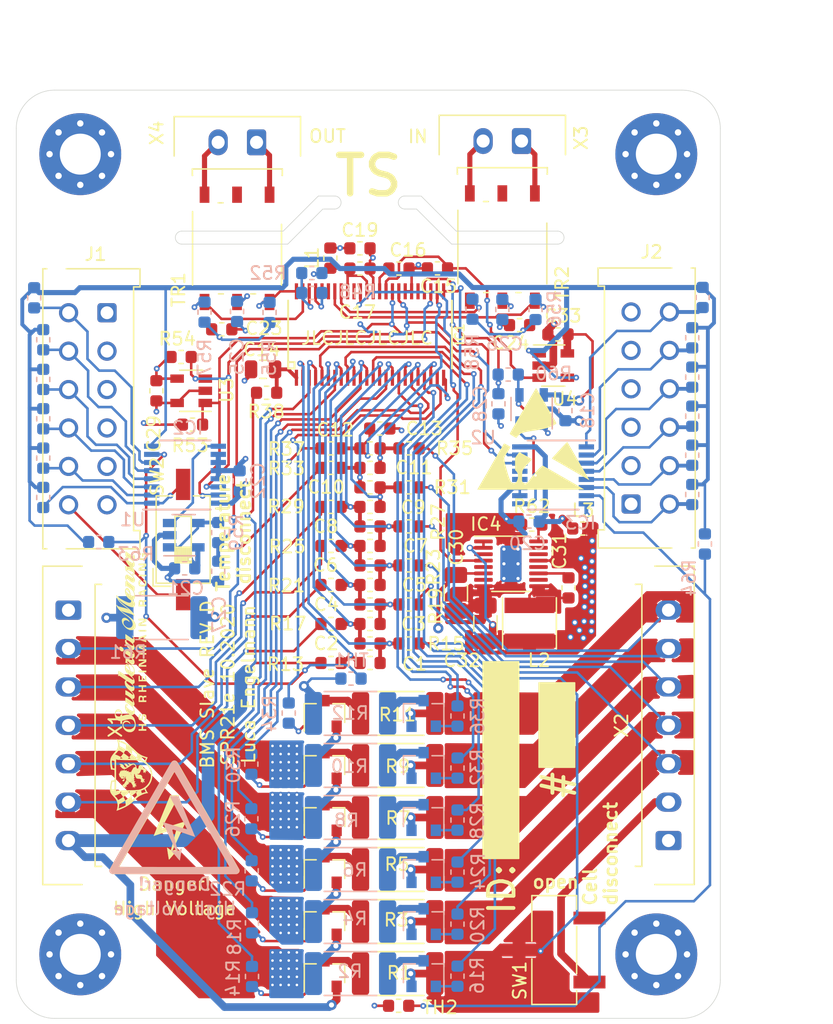
<source format=kicad_pcb>
(kicad_pcb (version 20211014) (generator pcbnew)
  (layers (0 "F.Cu" signal) (1 "In1.Cu" signal) (2 "In2.Cu" signal) (31 "B.Cu" signal) (34 "B.Paste" user) (35 "F.Paste" user) (36 "B.SilkS" user "B.Silkscreen") (37 "F.SilkS" user "F.Silkscreen") (38 "B.Mask" user) (39 "F.Mask" user) (44 "Edge.Cuts" user))
  (net 0 "")
  (net 1 "GND")
  (net 2 "/BMS IC/C11")
  (net 3 "/BMS IC/C10")
  (net 4 "/BMS IC/C9")
  (net 5 "/BMS IC/C8")
  (net 6 "/BMS IC/C7")
  (net 7 "/BMS IC/C6")
  (net 8 "/BMS IC/C5")
  (net 9 "/BMS IC/C4")
  (net 10 "/BMS IC/C3")
  (net 11 "/BMS IC/C2")
  (net 12 "/BMS IC/C1")
  (net 13 "/BMS IC/C0")
  (net 14 "/BMS IC/ENABLE")
  (net 15 "/BMS IC/S1")
  (net 16 "/BMS IC/S2")
  (net 17 "/BMS IC/S3")
  (net 18 "/BMS IC/S4")
  (net 19 "/BMS IC/S5")
  (net 20 "/BMS IC/S6")
  (net 21 "/BMS IC/S7")
  (net 22 "/BMS IC/S8")
  (net 23 "/BMS IC/S9")
  (net 24 "/BMS IC/S10")
  (net 25 "/BMS IC/S11")
  (net 26 "/BMS IC/S12")
  (net 27 "/BMS IC/C12")
  (net 28 "/BMS IC/BATT_C11")
  (net 29 "/BMS IC/BATT_C10")
  (net 30 "/BMS IC/BATT_C9")
  (net 31 "/BMS IC/BATT_C8")
  (net 32 "/BMS IC/BATT_C7")
  (net 33 "/BMS IC/BATT_C6")
  (net 34 "/BMS IC/BATT_C5")
  (net 35 "/BMS IC/BATT_C4")
  (net 36 "/BMS IC/BATT_C3")
  (net 37 "/BMS IC/BATT_C2")
  (net 38 "/BMS IC/BATT_C1")
  (net 39 "+5VA")
  (net 40 "/BMS IC/ADC1")
  (net 41 "/BMS IC/ADC2")
  (net 42 "/BMS IC/REF")
  (net 43 "/BMS IC/SCL")
  (net 44 "/BMS IC/SDA")
  (net 45 "/BMS IC/TEMPSEN6A")
  (net 46 "/BMS IC/TEMPSEN5A")
  (net 47 "/BMS IC/TEMPSEN4A")
  (net 48 "/BMS IC/TEMPSEN3A")
  (net 49 "/BMS IC/TEMPSEN2A")
  (net 50 "/BMS IC/TEMPSEN1A")
  (net 51 "/BMS IC/TEMPSEN12A")
  (net 52 "/BMS IC/TEMPSEN11A")
  (net 53 "/BMS IC/TEMPSEN10A")
  (net 54 "/BMS IC/TEMPSEN9A")
  (net 55 "/BMS IC/TEMPSEN8A")
  (net 56 "/BMS IC/TEMPSEN7A")
  (net 57 "/BMS IC/BATT_C12")
  (net 58 "/BMS IC/ISO_OUTPUT_A")
  (net 59 "/BMS IC/ISO_OUTPUT_B")
  (net 60 "/BMS IC/ISO_INPUT_A")
  (net 61 "/BMS IC/ISO_INPUT_B")
  (net 62 "+5V")
  (net 63 "Net-(C14-Pad1)")
  (net 64 "Net-(C16-Pad1)")
  (net 65 "Net-(C17-Pad1)")
  (net 66 "Net-(C23-Pad1)")
  (net 67 "Net-(C24-Pad1)")
  (net 68 "Net-(C25-Pad1)")
  (net 69 "Net-(C26-Pad1)")
  (net 70 "Net-(C30-Pad2)")
  (net 71 "Net-(C31-Pad2)")
  (net 72 "Net-(C31-Pad1)")
  (net 73 "Net-(IC1-Pad41)")
  (net 74 "Net-(IC1-Pad42)")
  (net 75 "Net-(IC1-Pad45)")
  (net 76 "Net-(IC1-Pad46)")
  (net 77 "Net-(IC1-Pad47)")
  (net 78 "Net-(IC1-Pad48)")
  (net 79 "Net-(IC2-Pad9)")
  (net 80 "Net-(IC3-Pad9)")
  (net 81 "Net-(IC4-Pad16)")
  (net 82 "Net-(M1-Pad1)")
  (net 83 "Net-(M2-Pad1)")
  (net 84 "Net-(M3-Pad1)")
  (net 85 "Net-(M4-Pad1)")
  (net 86 "Net-(Q1-Pad3)")
  (net 87 "Net-(Q1-Pad1)")
  (net 88 "Net-(Q2-Pad3)")
  (net 89 "Net-(Q2-Pad1)")
  (net 90 "Net-(Q3-Pad3)")
  (net 91 "Net-(Q3-Pad1)")
  (net 92 "Net-(Q4-Pad3)")
  (net 93 "Net-(Q4-Pad1)")
  (net 94 "Net-(Q5-Pad3)")
  (net 95 "Net-(Q5-Pad1)")
  (net 96 "Net-(Q6-Pad3)")
  (net 97 "Net-(Q6-Pad1)")
  (net 98 "Net-(Q7-Pad3)")
  (net 99 "Net-(Q7-Pad1)")
  (net 100 "Net-(Q8-Pad3)")
  (net 101 "Net-(Q8-Pad1)")
  (net 102 "Net-(Q9-Pad3)")
  (net 103 "Net-(Q9-Pad1)")
  (net 104 "Net-(Q10-Pad3)")
  (net 105 "Net-(Q10-Pad1)")
  (net 106 "Net-(Q11-Pad3)")
  (net 107 "Net-(Q11-Pad1)")
  (net 108 "Net-(Q12-Pad3)")
  (net 109 "Net-(Q12-Pad1)")
  (net 110 "Net-(R59-Pad2)")
  (net 111 "Net-(R60-Pad2)")
  (net 112 "/BMS IC/TEMP1")
  (net 113 "/BMS IC/TEMP2")
  (net 114 "Net-(C15-Pad1)")
  (net 115 "Net-(SW1-Pad1)")
  (net 116 "Net-(J1-Pad12)")
  (footprint "MountingHole:MountingHole_3.2mm_M3_Pad_Via" (layer "F.Cu") (at 105 125.5)
    (fp_text reference "M3" hide)
    (fp_text value "MOUNT")
  )
  (footprint "MountingHole:MountingHole_3.2mm_M3_Pad_Via" (layer "F.Cu") (at 105 63)
    (fp_text reference "M1" hide)
    (fp_text value "MOUNT")
  )
  (footprint "Capacitor_SMD:C_0603_1608Metric" (layer "F.Cu") (at 127.635 99.695)
    (fp_text reference "C3")
    (fp_text value "10n")
  )
  (footprint "Capacitor_SMD:C_0603_1608Metric" (layer "F.Cu") (at 127.635 96.647)
    (fp_text reference "C5")
    (fp_text value "10n")
  )
  (footprint "Capacitor_SMD:C_0603_1608Metric" (layer "F.Cu") (at 127.635 98.171 180)
    (fp_text reference "C4")
    (fp_text value "10n")
  )
  (footprint "Capacitor_SMD:C_0603_1608Metric" (layer "F.Cu") (at 132.9055 71.9201 180)
    (fp_text reference "C15")
    (fp_text value "1u")
  )
  (footprint "Capacitor_SMD:C_0603_1608Metric" (layer "F.Cu") (at 126.8476 71.9328)
    (fp_text reference "C17")
    (fp_text value "1u")
  )
  (footprint "Capacitor_SMD:C_0603_1608Metric" (layer "F.Cu") (at 127.635 93.599)
    (fp_text reference "C7")
    (fp_text value "10n")
  )
  (footprint "Capacitor_SMD:C_0603_1608Metric" (layer "F.Cu") (at 127.635 95.123 180)
    (fp_text reference "C6")
    (fp_text value "10n")
  )
  (footprint "Capacitor_SMD:C_0603_1608Metric" (layer "F.Cu") (at 127.635 92.075 180)
    (fp_text reference "C8")
    (fp_text value "10n")
  )
  (footprint "Capacitor_SMD:C_0603_1608Metric" (layer "F.Cu") (at 127.635 90.551)
    (fp_text reference "C9")
    (fp_text value "10n")
  )
  (footprint "Capacitor_SMD:C_0603_1608Metric" (layer "F.Cu") (at 127.635 89.027 180)
    (fp_text reference "C10")
    (fp_text value "10n")
  )
  (footprint "Capacitor_SMD:C_0603_1608Metric" (layer "F.Cu") (at 127.635 87.503)
    (fp_text reference "C11")
    (fp_text value "10n")
  )
  (footprint "Capacitor_SMD:C_0603_1608Metric" (layer "F.Cu") (at 127.635 85.979 180)
    (fp_text reference "C12")
    (fp_text value "10n")
  )
  (footprint "Capacitor_SMD:C_0603_1608Metric" (layer "F.Cu") (at 128.3969 84.4296)
    (fp_text reference "C13")
    (fp_text value "10n")
  )
  (footprint "Resistor_SMD:R_0603_1608Metric" (layer "F.Cu") (at 124.587 87.503 180)
    (fp_text reference "R33")
    (fp_text value "100R")
  )
  (footprint "Resistor_SMD:R_0603_1608Metric" (layer "F.Cu") (at 130.683 89.027)
    (fp_text reference "R31")
    (fp_text value "100R")
  )
  (footprint "Resistor_SMD:R_0603_1608Metric" (layer "F.Cu") (at 124.587 90.551 180)
    (fp_text reference "R29")
    (fp_text value "100R")
  )
  (footprint "Resistor_SMD:R_0603_1608Metric" (layer "F.Cu") (at 124.587 85.979 180)
    (fp_text reference "R37")
    (fp_text value "100R")
  )
  (footprint "Resistor_SMD:R_0603_1608Metric" (layer "F.Cu") (at 130.683 85.979)
    (fp_text reference "R35")
    (fp_text value "100R")
  )
  (footprint "Resistor_SMD:R_2512_6332Metric" (layer "F.Cu") (at 129.794 106.68)
    (fp_text reference "R11")
    (fp_text value "33R")
  )
  (footprint "Resistor_SMD:R_0603_1608Metric" (layer "F.Cu") (at 119.5577 81.6356 180)
    (fp_text reference "R38")
    (fp_text value "100R")
  )
  (footprint "Capacitor_SMD:C_0805_2012Metric" (layer "F.Cu") (at 119.2784 79.8068 180)
    (fp_text reference "C14")
    (fp_text value "100n")
  )
  (footprint "Resistor_SMD:R_0603_1608Metric" (layer "F.Cu") (at 124.587 93.599 180)
    (fp_text reference "R25")
    (fp_text value "100R")
  )
  (footprint "Resistor_SMD:R_0603_1608Metric" (layer "F.Cu") (at 130.683 98.171)
    (fp_text reference "R19")
    (fp_text value "100R")
  )
  (footprint "Resistor_SMD:R_0603_1608Metric" (layer "F.Cu") (at 124.587 96.647 180)
    (fp_text reference "R21")
    (fp_text value "100R")
  )
  (footprint "Resistor_SMD:R_0603_1608Metric" (layer "F.Cu") (at 130.683 92.075)
    (fp_text reference "R27")
    (fp_text value "100R")
  )
  (footprint "Resistor_SMD:R_0603_1608Metric" (layer "F.Cu") (at 124.587 102.743 180)
    (fp_text reference "R13")
    (fp_text value "100R")
  )
  (footprint "Resistor_SMD:R_0603_1608Metric" (layer "F.Cu") (at 130.683 101.219)
    (fp_text reference "R15")
    (fp_text value "100R")
  )
  (footprint "MountingHole:MountingHole_3.2mm_M3_Pad_Via" (layer "F.Cu") (at 150 125.5)
    (fp_text reference "M4" hide)
    (fp_text value "MOUNT")
  )
  (footprint "MountingHole:MountingHole_3.2mm_M3_Pad_Via" (layer "F.Cu") (at 150 63)
    (fp_text reference "M2" hide)
    (fp_text value "MOUNT")
  )
  (footprint "Package_TO_SOT_SMD:SOT-23" (layer "F.Cu") (at 124.079 118.872 90)
    (fp_text reference "Q5" hide)
    (fp_text value "BSS308PE")
  )
  (footprint "Package_TO_SOT_SMD:SOT-23" (layer "F.Cu") (at 124.079 122.936 90)
    (fp_text reference "Q3" hide)
    (fp_text value "BSS308PE")
  )
  (footprint "Package_TO_SOT_SMD:SOT-23" (layer "F.Cu") (at 124.079 114.808 90)
    (fp_text reference "Q7" hide)
    (fp_text value "BSS308PE")
  )
  (footprint "Package_TO_SOT_SMD:SOT-23" (layer "F.Cu") (at 124.079 127 90)
    (fp_text reference "Q1" hide)
    (fp_text value "BSS308PE")
  )
  (footprint "Resistor_SMD:R_2512_6332Metric" (layer "F.Cu") (at 129.794 114.808)
    (fp_text reference "R7")
    (fp_text value "33R")
  )
  (footprint "Resistor_SMD:R_2512_6332Metric" (layer "F.Cu") (at 129.794 110.744)
    (fp_text reference "R9")
    (fp_text value "33R")
  )
  (footprint "Resistor_SMD:R_2512_6332Metric" (layer "F.Cu") (at 129.794 127)
    (fp_text reference "R1")
    (fp_text value "33R")
  )
  (footprint "Resistor_SMD:R_2512_6332Metric" (layer "F.Cu") (at 129.794 122.936)
    (fp_text reference "R3")
    (fp_text value "33R")
  )
  (footprint "Capacitor_SMD:C_0603_1608Metric" (layer "F.Cu") (at 127.635 102.743)
    (fp_text reference "C1")
    (fp_text value "10n")
  )
  (footprint "Package_TO_SOT_SMD:SOT-23" (layer "F.Cu") (at 124.079 110.744 90)
    (fp_text reference "Q9" hide)
    (fp_text value "BSS308PE")
  )
  (footprint "Package_TO_SOT_SMD:SOT-23" (layer "F.Cu") (at 124.079 106.68 90)
    (fp_text reference "Q11" hide)
    (fp_text value "BSS308PE")
  )
  (footprint "Capacitor_SMD:C_0603_1608Metric" (layer "F.Cu") (at 127.635 101.219 180)
    (fp_text reference "C2")
    (fp_text value "10n")
  )
  (footprint "Analog:LTC6804_SSOP" (layer "F.Cu") (at 127.635 77.089 90)
    (fp_text reference "IC1")
    (fp_text value "LTC6811-1")
  )
  (footprint "Capacitor_SMD:C_0603_1608Metric" (layer "F.Cu") (at 129.8955 71.9328)
    (fp_text reference "C16")
    (fp_text value "1u")
  )
  (footprint "Resistor_SMD:R_0603_1608Metric" (layer "F.Cu") (at 124.587 99.695 180)
    (fp_text reference "R17")
    (fp_text value "100R")
  )
  (footprint "Symbol:ESD-Logo_8.9x8mm_SilkScreen" (layer "F.Cu") (at 140.3985 85.217)
    (fp_text reference "S1" hide)
    (fp_text value "ESD_SYMBOL" hide)
  )
  (footprint "spr21e-bms:Logo_klein" (layer "F.Cu") (at 108.966 104.1527 90)
    (fp_text reference "S2" hide)
    (fp_text value "SCUDERIA_LOGO" hide)
  )
  (footprint "Capacitor_SMD:C_0603_1608Metric" (layer "F.Cu") (at 116.0527 76.6826)
    (fp_text reference "C23")
    (fp_text value "10n")
  )
  (footprint "Capacitor_SMD:C_0603_1608Metric" (layer "F.Cu") (at 139.3189 76.3524 180)
    (fp_text reference "C24")
    (fp_text value "10n")
  )
  (footprint "Capacitor_SMD:C_0603_1608Metric" (layer "F.Cu") (at 110.9472 81.4832 -90)
    (fp_text reference "C29")
    (fp_text value "1u")
  )
  (footprint "Connector_Molex:Molex_Micro-Fit_3.0_43045-1212_2x06_P3.00mm_Vertical" (layer "F.Cu") (at 107.0864 75.3872 -90)
    (fp_text reference "J1")
    (fp_text value "TEMPSEN A")
  )
  (footprint "Connector_Molex:Molex_Micro-Fit_3.0_43045-1212_2x06_P3.00mm_Vertical" (layer "F.Cu") (at 148.0284 90.328 90)
    (fp_text reference "J2")
    (fp_text value "TEMPSEN B")
  )
  (footprint "Inductor_SMD:L_0603_1608Metric" (layer "F.Cu") (at 144.2593 92.2401 180)
    (fp_text reference "L3")
    (fp_text value "2u2")
  )
  (footprint "Inductor_SMD:L_0603_1608Metric" (layer "F.Cu") (at 124.5362 71.12 90)
    (fp_text reference "L1")
    (fp_text value "2u2")
  )
  (footprint "Resistor_SMD:R_0603_1608Metric" (layer "F.Cu") (at 113.7666 84.1248)
    (fp_text reference "R53")
    (fp_text value "3k3")
  )
  (footprint "Resistor_SMD:R_0603_1608Metric" (layer "F.Cu") (at 112.8775 78.8416)
    (fp_text reference "R54")
    (fp_text value "3k3")
  )
  (footprint "SM91502AL:SM91502AL" (layer "F.Cu") (at 117.2464 70.358 -90)
    (fp_text reference "TR1")
    (fp_text value "SM91502AL")
  )
  (footprint "SM91502AL:SM91502AL" (layer "F.Cu") (at 137.9728 70.2564 -90)
    (fp_text reference "TR2")
    (fp_text value "SM91502AL")
  )
  (footprint "Package_TO_SOT_SMD:SOT-23-5" (layer "F.Cu") (at 113.665 81.4832 180)
    (fp_text reference "U3")
    (fp_text value "24AA02UID")
  )
  (footprint "Connector_Molex:Molex_Micro-Fit_3.0_43650-0715_1x07_P3.00mm_Vertical" (layer "F.Cu") (at 104.0765 98.6155 -90)
    (fp_text reference "X1")
    (fp_text value "CELL EVEN")
  )
  (footprint "Connector_Molex:Molex_Micro-Fit_3.0_43650-0715_1x07_P3.00mm_Vertical" (layer "F.Cu") (at 150.9522 116.6114 90)
    (fp_text reference "X2")
    (fp_text value "CELL ODD")
  )
  (footprint "Connector_Molex:Molex_Micro-Fit_3.0_43650-0215_1x02_P3.00mm_Vertical" (layer "F.Cu") (at 139.4714 61.976 180)
    (fp_text reference "X3")
    (fp_text value "ISO_INPUT")
  )
  (footprint "Connector_Molex:Molex_Micro-Fit_3.0_43650-0215_1x02_P3.00mm_Vertical" (layer "F.Cu") (at 118.7704 62.0776 180)
    (fp_text reference "X4")
    (fp_text value "ISO_OUTPUT")
  )
  (footprint "Resistor_SMD:R_2512_6332Metric" (layer "F.Cu") (at 129.794 118.872)
    (fp_text reference "R5")
    (fp_text value "33R")
  )
  (footprint "Capacitor_SMD:C_0603_1608Metric" (layer "F.Cu") (at 126.8476 70.358)
    (fp_text reference "C19")
    (fp_text value "1u")
  )
  (footprint "Resistor_SMD:R_0603_1608Metric" (layer "F.Cu") (at 140.2715 91.9353)
    (fp_text reference "R62")
    (fp_text value "374k")
  )
  (footprint "Inductor_SMD:L_Taiyo-Yuden_NR-40xx" (layer "F.Cu") (at 140.0937 99.6442 -90)
    (fp_text reference "L2")
    (fp_text value "33µ")
  )
  (footprint "Package_SO:MSOP-16-1EP_3x4.039mm_P0.5mm_EP1.651x2.845mm_ThermalVias" (layer "F.Cu") (at 138.6459 94.996)
    (fp_text reference "IC4")
    (fp_text value "LT3990-5MSE")
  )
  (footprint "Capacitor_SMD:C_0603_1608Metric" (layer "F.Cu") (at 143.1417 96.8756 90)
    (fp_text reference "C31")
    (fp_text value "220n")
  )
  (footprint "Capacitor_SMD:C_1206_3216Metric" (layer "F.Cu") (at 134.3406 97.2693 90)
    (fp_text reference "C30")
    (fp_text value "2µ2")
  )
  (footprint "Capacitor_SMD:C_1206_3216Metric" (layer "F.Cu") (at 136.652 99.6569 -90)
    (fp_text reference "C32")
    (fp_text value "22µ")
  )
  (footprint "HV-Logo:High Voltage Logo" (layer "F.Cu") (at 112.3696 114.935)
    (fp_text reference "S3" hide)
    (fp_text value "HV LOGO")
  )
  (footprint "Resistor_SMD:R_0603_1608Metric" (layer "F.Cu") (at 129.8702 129.5146 180)
    (fp_text reference "TH2")
    (fp_text value "10k")
  )
  (footprint "Capacitor_SMD:C_0603_1608Metric" (layer "F.Cu") (at 142.3162 77.07884 180)
    (fp_text reference "C33")
    (fp_text value "1u")
  )
  (footprint "JS102011SCQN:JS102011SCQN" (layer "F.Cu") (at 142.02664 125.16104 90)
    (fp_text reference "SW1")
    (fp_text value "CELL_DISC")
  )
  (footprint "Button_Switch_SMD:SW_DIP_SPSTx01_Slide_6.7x4.1mm_W8.61mm_P2.54mm_LowProfile" (layer "F.Cu") (at 113.03508 93.10116 90)
    (fp_text reference "SW2")
    (fp_text value "TEMP_DISC")
  )
  (footprint "Package_TO_SOT_SMD:SOT-23-5" (layer "F.Cu") (at 141.95044 79.51216)
    (fp_text reference "U4")
    (fp_text value "TLV376IDBVR")
  )
  (footprint "Resistor_SMD:R_0603_1608Metric" (layer "F.Cu") (at 130.683 95.123)
    (fp_text reference "R23")
    (fp_text value "100R")
  )
  (footprint "Resistor_SMD:R_0603_1608Metric" (layer "B.Cu") (at 134.4676 106.8832 -90)
    (fp_text reference "R36")
    (fp_text value "3k3")
  )
  (footprint "Resistor_SMD:R_0603_1608Metric" (layer "B.Cu") (at 134.4676 115.0112 -90)
    (fp_text reference "R28")
    (fp_text value "3k3")
  )
  (footprint "Resistor_SMD:R_0603_1608Metric" (layer "B.Cu") (at 123.0884 73.8378 180)
    (fp_text reference "R48")
    (fp_text value "2k8")
  )
  (footprint "Resistor_SMD:R_0603_1608Metric" (layer "B.Cu") (at 121.285 106.6545 -90)
    (fp_text reference "R34")
    (fp_text value "3k3")
  )
  (footprint "Resistor_SMD:R_0603_1608Metric" (layer "B.Cu") (at 123.0884 72.2884)
    (fp_text reference "R52")
    (fp_text value "1k21")
  )
  (footprint "Resistor_SMD:R_0603_1608Metric" (layer "B.Cu") (at 118.364 110.6425 -90)
    (fp_text reference "R30")
    (fp_text value "3k3")
  )
  (footprint "Resistor_SMD:R_0603_1608Metric" (layer "B.Cu") (at 134.4676 110.9472 -90)
    (fp_text reference "R32")
    (fp_text value "3k3")
  )
  (footprint "Resistor_SMD:R_2512_6332Metric" (layer "B.Cu") (at 126.111 106.68 180)
    (fp_text reference "R12")
    (fp_text value "33R")
  )
  (footprint "Resistor_SMD:R_0603_1608Metric" (layer "B.Cu") (at 118.3895 118.9735 -90)
    (fp_text reference "R22")
    (fp_text value "3k3")
  )
  (footprint "Resistor_SMD:R_0603_1608Metric" (layer "B.Cu") (at 134.4676 119.0752 -90)
    (fp_text reference "R24")
    (fp_text value "3k3")
  )
  (footprint "Resistor_SMD:R_0603_1608Metric" (layer "B.Cu") (at 118.4149 123.0375 -90)
    (fp_text reference "R18")
    (fp_text value "3k3")
  )
  (footprint "Package_TO_SOT_SMD:SOT-23" (layer "B.Cu") (at 131.826 106.68 90)
    (fp_text reference "Q12" hide)
    (fp_text value "BSS308PE")
  )
  (footprint "Resistor_SMD:R_0603_1608Metric" (layer "B.Cu") (at 118.4149 127.2285 -90)
    (fp_text reference "R14")
    (fp_text value "3k3")
  )
  (footprint "Resistor_SMD:R_0603_1608Metric" (layer "B.Cu") (at 134.4676 127.2032 -90)
    (fp_text reference "R16")
    (fp_text value "3k3")
  )
  (footprint "Resistor_SMD:R_0603_1608Metric" (layer "B.Cu") (at 134.4676 123.1392 -90)
    (fp_text reference "R20")
    (fp_text value "3k3")
  )
  (footprint "Resistor_SMD:R_0603_1608Metric" (layer "B.Cu") (at 118.364 114.9095 -90)
    (fp_text reference "R26")
    (fp_text value "3k3")
  )
  (footprint "Resistor_SMD:R_2512_6332Metric" (layer "B.Cu") (at 126.111 122.936 180)
    (fp_text reference "R4")
    (fp_text value "33R")
  )
  (footprint "Resistor_SMD:R_2512_6332Metric" (layer "B.Cu") (at 126.111 118.872 180)
    (fp_text reference "R6")
    (fp_text value "33R")
  )
  (footprint "Resistor_SMD:R_2512_6332Metric" (layer "B.Cu") (at 126.111 114.808 180)
    (fp_text reference "R8")
    (fp_text value "33R")
  )
  (footprint "Resistor_SMD:R_2512_6332Metric" (layer "B.Cu") (at 126.111 127 180)
    (fp_text reference "R2")
    (fp_text value "33R")
  )
  (footprint "Package_TO_SOT_SMD:SOT-23" (layer "B.Cu") (at 131.826 114.808 90)
    (fp_text reference "Q8" hide)
    (fp_text value "BSS308PE")
  )
  (footprint "Package_TO_SOT_SMD:SOT-23" (layer "B.Cu") (at 131.826 110.744 90)
    (fp_text reference "Q10" hide)
    (fp_text value "BSS308PE")
  )
  (footprint "Package_TO_SOT_SMD:SOT-23" (layer "B.Cu") (at 131.826 127 90)
    (fp_text reference "Q2" hide)
    (fp_text value "BSS308PE")
  )
  (footprint "Package_TO_SOT_SMD:SOT-23" (layer "B.Cu") (at 131.826 122.936 90)
    (fp_text reference "Q4" hide)
    (fp_text value "BSS308PE")
  )
  (footprint "Resistor_SMD:R_2512_6332Metric" (layer "B.Cu") (at 126.111 110.744 180)
    (fp_text reference "R10")
    (fp_text value "33R")
  )
  (footprint "Capacitor_SMD:C_0603_1608Metric" (layer "B.Cu") (at 142.9004 83.0327 -90)
    (fp_text reference "C18")
    (fp_text value "1u")
  )
  (footprint "Capacitor_SMD:C_0603_1608Metric" (layer "B.Cu") (at 140.0556 91.694 180)
    (fp_text reference "C20")
    (fp_text value "1u")
  )
  (footprint "Capacitor_SMD:C_0603_1608Metric" (layer "B.Cu") (at 117.4496 88.5191 90)
    (fp_text reference "C22")
    (fp_text value "1µ")
  )
  (footprint "Capacitor_SMD:C_0603_1608Metric" (layer "B.Cu") (at 117.2464 75.2855 -90)
    (fp_text reference "C25")
    (fp_text value "10n")
  )
  (footprint "Capacitor_SMD:C_0603_1608Metric" (layer "B.Cu") (at 137.9728 75.1332 -90)
    (fp_text reference "C26")
    (fp_text value "10n")
  )
  (footprint "Capacitor_SMD:C_0603_1608Metric" (layer "B.Cu") (at 115.7732 95.5801 -90)
    (fp_text reference "C27")
    (fp_text value "10n")
  )
  (footprint "Capacitor_SMD:C_0603_1608Metric" (layer "B.Cu") (at 137.668 82.4992 -90)
    (fp_text reference "C28")
    (fp_text value "10n")
  )
  (footprint "Package_SO:SSOP-16_3.9x4.9mm_P0.635mm" (layer "B.Cu") (at 113.1824 88.0364)
    (fp_text reference "IC2")
    (fp_text value "LTC1380GN")
  )
  (footprint "Package_SO:SSOP-16_3.9x4.9mm_P0.635mm" (layer "B.Cu") (at 141.9352 88.0872 180)
    (fp_text reference "IC3")
    (fp_text value "LTC1380GN")
  )
  (footprint "Resistor_SMD:R_0603_1608Metric" (layer "B.Cu") (at 152.8064 89.5859 -90)
    (fp_text reference "R39" hide)
    (fp_text value "18k")
  )
  (footprint "Resistor_SMD:R_0603_1608Metric" (layer "B.Cu") (at 152.8064 86.5124 -90)
    (fp_text reference "R40" hide)
    (fp_text value "18k")
  )
  (footprint "Resistor_SMD:R_0603_1608Metric" (layer "B.Cu") (at 152.8064 83.4644 -90)
    (fp_text reference "R41" hide)
    (fp_text value "18k")
  )
  (footprint "Resistor_SMD:R_0603_1608Metric" (layer "B.Cu") (at 152.8064 77.3431 -90)
    (fp_text reference "R43" hide)
    (fp_text value "18k")
  )
  (footprint "Resistor_SMD:R_0603_1608Metric" (layer "B.Cu") (at 153.6192 74.1935 -90)
    (fp_text reference "R44" hide)
    (fp_text value "18k")
  )
  (footprint "Resistor_SMD:R_0603_1608Metric" (layer "B.Cu") (at 101.3968 74.2188 -90)
    (fp_text reference "R45" hide)
    (fp_text value "18k")
  )
  (footprint "Resistor_SMD:R_0603_1608Metric" (layer "B.Cu") (at 102.108 77.4954 -90)
    (fp_text reference "R46" hide)
    (fp_text value "18k")
  )
  (footprint "Resistor_SMD:R_0603_1608Metric" (layer "B.Cu") (at 102.108 80.5942 -90)
    (fp_text reference "R47" hide)
    (fp_text value "18k")
  )
  (footprint "Resistor_SMD:R_0603_1608Metric" (layer "B.Cu") (at 102.108 83.6676 -90)
    (fp_text reference "R49" hide)
    (fp_text value "18k")
  )
  (footprint "Resistor_SMD:R_0603_1608Metric" (layer "B.Cu") (at 102.108 86.741 -90)
    (fp_text reference "R50" hide)
    (fp_text value "18k")
  )
  (footprint "Resistor_SMD:R_0603_1608Metric" (layer "B.Cu") (at 102.108 89.8144 -90)
    (fp_text reference "R51" hide)
    (fp_text value "18k")
  )
  (footprint "Resistor_SMD:R_0603_1608Metric" (layer "B.Cu") (at 119.7864 75.3617 -90)
    (fp_text reference "R55")
    (fp_text value "51R")
  )
  (footprint "Resistor_SMD:R_0603_1608Metric" (layer "B.Cu") (at 140.5636 75.1332 -90)
    (fp_text reference "R56")
    (fp_text value "51R")
  )
  (footprint "Resistor_SMD:R_0603_1608Metric" (layer "B.Cu") (at 114.7064 75.3363 -90)
    (fp_text reference "R57")
    (fp_text value "51R")
  )
  (footprint "Resistor_SMD:R_0603_1608Metric" (layer "B.Cu") (at 135.636 75.1079 -90)
    (fp_text reference "R58")
    (fp_text value "51R")
  )
  (footprint "Resistor_SMD:R_0603_1608Metric" (layer "B.Cu") (at 115.7732 92.5576 90)
    (fp_text reference "R59")
    (fp_text value "100R")
  )
  (footprint "Resistor_SMD:R_0603_1608Metric" (layer "B.Cu") (at 138.43 80.2132)
    (fp_text reference "R60")
    (fp_text value "100R")
  )
  (footprint "Resistor_SMD:R_2512_6332Metric" (layer "B.Cu") (at 111.379 99.1997 180)
    (fp_text reference "R61")
    (fp_text value "220R")
  )
  (footprint "Package_TO_SOT_SMD:SOT-23-5" (layer "B.Cu") (at 113.0808 92.7608)
    (fp_text reference "U1")
    (fp_text value "TLV376IDBVR")
  )
  (footprint "Package_TO_SOT_SMD:SOT-23-5" (layer "B.Cu") (at 140.2588 82.9056 90)
    (fp_text reference "U2")
    (fp_text value "TLV376IDBVR")
  )
  (footprint "Package_TO_SOT_SMD:SOT-23" (layer "B.Cu") (at 131.826 118.872 90)
    (fp_text reference "Q6" hide)
    (fp_text value "BSS308PE")
  )
  (footprint "Capacitor_SMD:C_0603_1608Metric" (layer "B.Cu") (at 113.1569 95.3516 180)
    (fp_text reference "C21")
    (fp_text value "1u")
  )
  (footprint "Resistor_SMD:R_0603_1608Metric" (layer "B.Cu") (at 152.8064 80.4164 -90)
    (fp_text reference "R42" hide)
    (fp_text value "18k")
  )
  (footprint "Resistor_SMD:R_0603_1608Metric" (layer "B.Cu") (at 106.4386 93.2942)
    (fp_text reference "R63")
    (fp_text value "18k")
  )
  (footprint "Resistor_SMD:R_0603_1608Metric" (layer "B.Cu") (at 153.797 93.4466 -90)
    (fp_text reference "R64")
    (fp_text value "18k")
  )
  (footprint "Resistor_SMD:R_0603_1608Metric" (layer "B.Cu") (at 126.1491 103.9622 180)
    (fp_text reference "TH1")
    (fp_text value "10k")
  )
  (gr_poly (pts (xy 143.62684 110.89132) (xy 143.62684 104.28732) (xy 140.83284 104.28732) (xy 140.83284 110.89132)) (layer "F.SilkS") (width 0.1) (fill solid))
  (gr_poly (pts (xy 139.2555 118.01094) (xy 139.2555 102.64394) (xy 136.4615 102.64394) (xy 136.4615 118.01094)) (layer "F.SilkS") (width 0.1) (fill solid))
  (gr_line (start 100 127.5) (end 100 61) (layer "Edge.Cuts") (width 0.05))
  (gr_arc (start 100 61) (mid 100.878679 58.87868) (end 102.999998 58) (layer "Edge.Cuts") (width 0.05))
  (gr_arc (start 154.999998 127.5) (mid 154.121319 129.62132) (end 152 130.5) (layer "Edge.Cuts") (width 0.05))
  (gr_arc (start 152 58.000002) (mid 154.12132 58.878681) (end 155 61) (layer "Edge.Cuts") (width 0.05))
  (gr_line (start 112.9284 70.0278) (end 121.2088 70.0278) (layer "Edge.Cuts") (width 0.05))
  (gr_line (start 121.2088 70.0278) (end 123.952 67.2846) (layer "Edge.Cuts") (width 0.05))
  (gr_line (start 123.952 67.2846) (end 124.8664 67.2846) (layer "Edge.Cuts") (width 0.05))
  (gr_arc (start 112.9284 70.0278) (mid 112.4204 69.5198) (end 112.9284 69.0118) (layer "Edge.Cuts") (width 0.05))
  (gr_arc (start 142.2908 69.0118) (mid 142.7988 69.5198) (end 142.2908 70.0278) (layer "Edge.Cuts") (width 0.05))
  (gr_arc (start 130.3528 67.2846) (mid 129.8448 66.7766) (end 130.3528 66.2686) (layer "Edge.Cuts") (width 0.05))
  (gr_line (start 142.2908 69.0118) (end 134.366 69.0118) (layer "Edge.Cuts") (width 0.05))
  (gr_line (start 134.366 69.0118) (end 131.6228 66.2686) (layer "Edge.Cuts") (width 0.05))
  (gr_line (start 131.6228 66.2686) (end 130.3528 66.2686) (layer "Edge.Cuts") (width 0.05))
  (gr_line (start 131.2672 67.2846) (end 130.3528 67.2846) (layer "Edge.Cuts") (width 0.05))
  (gr_line (start 134.0104 70.0278) (end 131.2672 67.2846) (layer "Edge.Cuts") (width 0.05))
  (gr_line (start 142.2908 70.0278) (end 134.0104 70.0278) (layer "Edge.Cuts") (width 0.05))
  (gr_line (start 152 130.5) (end 103 130.5) (layer "Edge.Cuts") (width 0.05))
  (gr_line (start 120.8532 69.0118) (end 123.5964 66.2686) (layer "Edge.Cuts") (width 0.05))
  (gr_line (start 155 61) (end 155 127.5) (layer "Edge.Cuts") (width 0.05))
  (gr_arc (start 103.000001 130.499999) (mid 100.878681 129.62132) (end 100.000001 127.500001) (layer "Edge.Cuts") (width 0.05))
  (gr_arc (start 124.8664 66.2686) (mid 125.3744 66.7766) (end 124.8664 67.2846) (layer "Edge.Cuts") (width 0.05))
  (gr_line (start 123.5964 66.2686) (end 124.8664 66.2686) (layer "Edge.Cuts") (width 0.05))
  (gr_line (start 112.9284 69.0118) (end 120.8532 69.0118) (layer "Edge.Cuts") (width 0.05))
  (gr_line (start 103 58) (end 152 58) (layer "Edge.Cuts") (width 0.05))
  (gr_text "#" (at 142.30604 112.26292 90) (layer "F.SilkS") (effects (font (size 2 2) (thickness 0.3))))
  (gr_text "Cell\ndisconnect" (at 145.63344 121.79808 90) (layer "F.SilkS") (effects (font (size 1 1) (thickness 0.2)) (justify left)))
  (gr_text "open" (at 140.22324 119.84228) (layer "F.SilkS") (effects (font (size 1 1) (thickness 0.2)) (justify left)))
  (gr_text "ID:" (at 137.9347 120.39854 90) (layer "F.SilkS") (effects (font (size 2 2) (thickness 0.3))))
  (gr_text "OUT" (at 124.3076 61.595) (layer "F.SilkS") (effects (font (size 1 1))))
  (gr_text "TS" (at 127.508 64.6938) (layer "F.SilkS") (effects (font (size 3 3) (thickness 0.5))))
  (gr_text "IN" (at 131.3688 61.6204) (layer "F.SilkS") (effects (font (size 1 1))))
  (gr_text "BMS Slave REV D\nSPR21e 10.2020\nLuca Engelmann" (at 116.5352 104.40924 90) (layer "F.SilkS") (effects (font (size 1 1))))
  (gr_text "JLCJLCJLCJLC" (at 127.4064 77.3684) (layer "F.SilkS") (effects (font (size 1 1))))
  (gr_text "Temperature\ndisconnect" (at 116.97716 92.5576 90) (layer "F.SilkS") (effects (font (size 1 1) (thickness 0.2))))
  (segment (start 134.6528 98.413) (end 134.4676 98.2278) (width 0.3) (layer "F.Cu") (net 1))
  (segment (start 129.0827 129.5146) (end 127.9906 129.5146) (width 0.2) (layer "F.Cu") (net 1))
  (segment (start 123.7995 85.979) (end 122.3391 85.979) (width 0.2) (layer "F.Cu") (net 1))
  (segment (start 117.8052 76.6826) (end 117.9068 76.7842) (width 0.2) (layer "F.Cu") (net 1))
  (segment (start 131.41452 71.64324) (end 131.13766 71.9201) (width 0.2) (layer "F.Cu") (net 1))
  (segment (start 141.95552 77.50566) (end 141.5287 77.07884) (width 0.6) (layer "F.Cu") (net 1))
  (segment (start 130.6957 71.9201) (end 130.683 71.9328) (width 0.2) (layer "F.Cu") (net 1))
  (segment (start 113.515 81.4832) (end 112.565 82.4332) (width 0.2) (layer "F.Cu") (net 1))
  (segment (start 137.7696 76.5048) (end 137.922 76.3524) (width 0.2) (layer "F.Cu") (net 1))
  (segment (start 127.885 72.64) (end 127.885 73.714) (width 0.2) (layer "F.Cu") (net 1))
  (segment (start 130.385 73.714) (end 130.885 73.714) (width 0.2) (layer "F.Cu") (net 1))
  (segment (start 127.6351 72.3901) (end 127.885 72.64) (width 0.2) (layer "F.Cu") (net 1))
  (segment (start 116.8402 76.6826) (end 117.8052 76.6826) (width 0.2) (layer "F.Cu") (net 1))
  (segment (start 141.95552 79.33436) (end 141.95552 77.50566) (width 0.6) (layer "F.Cu") (net 1))
  (segment (start 127.6351 71.9328) (end 127.6351 72.3901) (width 0.2) (layer "F.Cu") (net 1))
  (segment (start 118.3409 80.1855) (end 118.3409 79.8068) (width 0.3) (layer "F.Cu") (net 1))
  (segment (start 130.885 72.1348) (end 130.683 71.9328) (width 0.2) (layer "F.Cu") (net 1))
  (segment (start 112.565 82.4332) (end 111.1097 82.4332) (width 0.2) (layer "F.Cu") (net 1))
  (segment (start 110.9472 82.2707) (end 110.9472 83.1088) (width 0.2) (layer "F.Cu") (net 1))
  (segment (start 111.1097 82.4332) (end 110.9472 82.2707) (width 0.2) (layer "F.Cu") (net 1))
  (segment (start 136.4959 96.746) (end 137.4929 96.746) (width 0.2) (layer "F.Cu") (net 1))
  (segment (start 122.3391 85.979) (end 121.2977 87.0204) (width 0.2) (layer "F.Cu") (net 1))
  (segment (start 141.5287 76.7335) (end 141.99616 76.26604) (width 0.6) (layer "F.Cu") (net 1))
  (segment (start 137.922 76.3524) (end 138.5314 76.3524) (width 0.2) (layer "F.Cu") (net 1))
  (segment (start 131.13766 71.9201) (end 130.6957 71.9201) (width 0.2) (layer "F.Cu") (net 1))
  (segment (start 140.85044 79.51216) (end 141.77772 79.51216) (width 0.6) (layer "F.Cu") (net 1))
  (segment (start 127.6351 71.3231) (end 127.8636 71.0946) (width 0.2) (layer "F.Cu") (net 1))
  (segment (start 127.6351 71.9328) (end 127.6351 71.3231) (width 0.2) (layer "F.Cu") (net 1))
  (segment (start 127.6351 70.8661) (end 127.8636 71.0946) (width 0.2) (layer "F.Cu") (net 1))
  (segment (start 129.9464 84.4296) (end 130.0988 84.582) (width 0.2) (layer "F.Cu") (net 1))
  (segment (start 117.8306 80.6958) (end 118.3409 80.1855) (width 0.3) (layer "F.Cu") (net 1))
  (segment (start 132.118 71.9201) (end 130.6957 71.9201) (width 0.2) (layer "F.Cu") (net 1))
  (segment (start 114.765 81.4832) (end 113.515 81.4832) (width 0.2) (layer "F.Cu") (net 1))
  (segment (start 141.5287 77.07884) (end 141.5287 76.7335) (width 0.6) (layer "F.Cu") (net 1))
  (segment (start 127.9906 129.5146) (end 127.9779 129.5019) (width 0.2) (layer "F.Cu") (net 1))
  (segment (start 141.77772 79.51216) (end 141.95552 79.33436) (width 0.6) (layer "F.Cu") (net 1))
  (segment (start 127.6351 70.358) (end 127.6351 70.8661) (width 0.2) (layer "F.Cu") (net 1))
  (segment (start 137.4929 96.746) (end 138.0954 96.1435) (width 0.2) (layer "F.Cu") (net 1))
  (segment (start 130.885 73.714) (end 130.885 72.1348) (width 0.2) (layer "F.Cu") (net 1))
  (segment (start 129.1844 84.4296) (end 129.9464 84.4296) (width 0.2) (layer "F.Cu") (net 1))
  (via (at 141.99616 76.26604) (size 0.45) (drill 0.2) (layers "F.Cu" "B.Cu") (net 1))
  (via (at 122.4788 104.5464) (size 0.8) (drill 0.4) (layers "F.Cu" "B.Cu") (net 1))
  (via (at 110.9472 83.1088) (size 0.45) (drill 0.2) (layers "F.Cu" "B.Cu") (net 1))
  (via (at 127.8636 71.0946) (size 0.45) (drill 0.2) (layers "F.Cu" "B.Cu") (net 1))
  (via (at 144.5768 91.186) (size 0.45) (drill 0.2) (layers "F.Cu" "B.Cu") (net 1))
  (via (at 126.873 76.2762) (size 0.45) (drill 0.2) (layers "F.Cu" "B.Cu") (net 1))
  (via (at 130.0988 84.582) (size 0.45) (drill 0.2) (layers "F.Cu" "B.Cu") (net 1))
  (via (at 123.2408 72.3646) (size 0.45) (drill 0.2) (layers "F.Cu" "B.Cu") (net 1))
  (via (at 121.2977 87.0204) (size 0.45) (drill 0.2) (layers "F.Cu" "B.Cu") (net 1))
  (via (at 117.8306 80.6958) (size 0.45) (drill 0.2) (layers "F.Cu" "B.Cu") (net 1))
  (via (at 111.8108 96.0628) (size 0.45) (drill 0.2) (layers "F.Cu" "B.Cu") (net 1))
  (via (at 137.8712 84.2264) (size 0.45) (drill 0.2) (layers "F.Cu" "B.Cu") (net 1))
  (via (at 117.9068 86.7918) (size 0.45) (drill 0.2) (layers "F.Cu" "B.Cu") (net 1))
  (via (at 117.9068 76.7842) (size 0.45) (drill 0.2) (layers "F.Cu" "B.Cu") (net 1))
  (via (at 127.9779 129.5019) (size 0.45) (drill 0.2) (layers "F.Cu" "B.Cu") (net 1))
  (via (at 137.7696 76.5048) (size 0.45) (drill 0.2) (layers "F.Cu" "B.Cu") (net 1))
  (via (at 131.41452 71.64324) (size 0.45) (drill 0.2) (layers "F.Cu" "B.Cu") (net 1))
  (via (at 143.9672 83.82) (size 0.8) (drill 0.4) (layers "F.Cu" "B.Cu") (net 1))
  (via (at 138.2903 91.4908) (size 0.45) (drill 0.2) (layers "F.Cu" "B.Cu") (net 1))
  (segment (start 125.3616 103.9622) (end 123.063 103.9622) (width 0.2) (layer "B.Cu") (net 1))
  (segment (start 144.5352 91.1444) (end 144.5768 91.186) (width 0.3) (layer "B.Cu") (net 1))
  (segment (start 110.7948 93.1672) (end 111.2012 92.7608) (width 0.4) (layer "B.Cu") (net 1))
  (segment (start 139.3352 89.0397) (end 139.3352 88.4047) (width 0.2) (layer "B.Cu") (net 1))
  (segment (start 117.9068 76.7842) (end 117.2464 76.1238) (width 0.2) (layer "B.Cu") (net 1))
  (segment (start 138.5316 91.694) (end 137.8712 91.0336) (width 0.4) (layer "B.Cu") (net 1))
  (segment (start 137.7696 76.1239) (end 137.9728 75.9207) (width 0.2) (layer "B.Cu") (net 1))
  (segment (start 140.2588 84.0056) (end 140.2588 83.1596) (width 0.4) (layer "B.Cu") (net 1))
  (segment (start 141.9858 82.9056) (end 142.9004 83.8202) (width 0.4) (layer "B.Cu") (net 1))
  (segment (start 137.668 83.2867) (end 137.668 84.0232) (width 0.2) (layer "B.Cu") (net 1))
  (segment (start 111.3536 95.3516) (end 110.7948 94.7928) (width 0.4) (layer "B.Cu") (net 1))
  (segment (start 140.2588 83.1596) (end 140.5128 82.9056) (width 0.4) (layer "B.Cu") (net 1))
  (segment (start 110.7948 94.7928) (end 110.7948 93.1672) (width 0.4) (layer "B.Cu") (net 1))
  (segment (start 143.967 83.8202) (end 143.9672 83.82) (width 0.4) (layer "B.Cu") (net 1))
  (segment (start 139.3352 89.6747) (end 139.3352 89.0397) (width 0.2) (layer "B.Cu") (net 1))
  (segment (start 111.2012 92.7608) (end 111.9808 92.7608) (width 0.4) (layer "B.Cu") (net 1))
  (segment (start 115.7824 88.3539) (end 115.7824 87.7189) (width 0.4) (layer "B.Cu") (net 1))
  (segment (start 138.7983 89.0397) (end 139.3352 89.0397) (width 0.4) (layer "B.Cu") (net 1))
  (segment (start 123.2408 72.3646) (end 123.7997 72.3646) (width 0.2) (layer "B.Cu") (net 1))
  (segment (start 139.2681 91.694) (end 139.2681 92.1765) (width 0.4) (layer "B.Cu") (net 1))
  (segment (start 126.873 76.2762) (end 127.4827 76.8859) (width 0.2) (layer "B.Cu") (net 1))
  (segment (start 112.3694 95.3516) (end 111.3536 95.3516) (width 0.4) (layer "B.Cu") (net 1))
  (segment (start 115.7824 86.4489) (end 115.7824 87.0839) (width 0.4) (layer "B.Cu") (net 1))
  (segment (start 139.2681 91.694) (end 138.5316 91.694) (width 0.4) (layer "B.Cu") (net 1))
  (segment (start 142.9004 83.8202) (end 143.967 83.8202) (width 0.4) (layer "B.Cu") (net 1))
  (segment (start 139.3352 87.7697) (end 139.3352 88.4047) (width 0.2) (layer "B.Cu") (net 1))
  (segment (start 117.4496 87.7316) (end 117.4496 87.249) (width 0.4) (layer "B.Cu") (net 1))
  (segment (start 112.3694 95.5042) (end 111.8108 96.0628) (width 0.4) (layer "B.Cu") (net 1))
  (segment (start 115.7824 87.0839) (end 115.7824 87.7189) (width 0.4) (layer "B.Cu") (net 1))
  (segment (start 117.4496 87.249) (end 117.9068 86.7918) (width 0.4) (layer "B.Cu") (net 1))
  (segment (start 137.7696 76.5048) (end 137.7696 76.1239) (width 0.2) (layer "B.Cu") (net 1))
  (segment (start 139.2681 92.1765) (end 139.7508 92.6592) (width 0.4) (layer "B.Cu") (net 1))
  (segment (start 115.7824 87.7189) (end 117.4369 87.7189) (width 0.4) (layer "B.Cu") (net 1))
  (segment (start 123.211 106.68) (end 123.211 105.2786) (width 0.6) (layer "B.Cu") (net 1))
  (segment (start 112.3694 95.3516) (end 112.3694 95.5042) (width 0.4) (layer "B.Cu") (net 1))
  (segment (start 123.211 105.2786) (end 122.4788 104.5464) (width 0.6) (layer "B.Cu") (net 1))
  (segment (start 123.7997 72.3646) (end 123.8759 72.2884) (width 0.2) (layer "B.Cu") (net 1))
  (segment (start 137.668 84.0232) (end 137.8712 84.2264) (width 0.2) (layer "B.Cu") (net 1))
  (segment (start 117.2464 76.1238) (end 117.2464 76.073) (width 0.2) (layer "B.Cu") (net 1))
  (segment (start 137.8712 89.9668) (end 138.7983 89.0397) (width 0.4) (layer "B.Cu") (net 1))
  (segment (start 123.063 103.9622) (end 122.4788 104.5464) (width 0.2) (layer "B.Cu") (net 1))
  (segment (start 144.5352 90.3097) (end 144.5352 91.1444) (width 0.3) (layer "B.Cu") (net 1))
  (segment (start 115.7732 96.3676) (end 112.1156 96.3676) (width 0.3) (layer "B.Cu") (net 1))
  (segment (start 127.4827 76.8859) (end 128.1176 76.8859) (width 0.2) (layer "B.Cu") (net 1))
  (segment (start 112.1156 96.3676) (end 111.8108 96.0628) (width 0.3) (layer "B.Cu") (net 1))
  (segment (start 117.4369 87.7189) (end 117.4496 87.7316) (width 0.4) (layer "B.Cu") (net 1))
  (segment (start 137.8712 91.0336) (end 137.8712 89.9668) (width 0.4) (layer "B.Cu") (net 1))
  (segment (start 140.5128 82.9056) (end 141.9858 82.9056) (width 0.4) (layer "B.Cu") (net 1))
  (segment (start 129.8955 101.219) (end 129.159 101.219) (width 0.3) (layer "F.Cu") (net 2))
  (segment (start 129.159 101.219) (end 128.4225 101.219) (width 0.3) (layer "F.Cu") (net 2))
  (segment (start 128.4225 102.743) (end 128.4225 101.219) (width 0.3) (layer "F.Cu") (net 2))
  (segment (start 122.936 79.2988) (end 123.385 79.7478) (width 0.2) (layer "F.Cu") (net 2))
  (segment (start 123.385 79.7478) (end 123.385 80.464) (width 0.2) (layer "F.Cu") (net 2))
  (via (at 129.159 101.219) (size 0.45) (drill 0.2) (layers "F.Cu" "B.Cu") (net 2))
  (via (at 122.936 79.2988) (size 0.45) (drill 0.2) (layers "F.Cu" "B.Cu") (net 2))
  (segment (start 122.936 98.171) (end 125.984 101.219) (width 0.2) (layer "B.Cu") (net 2))
  (segment (start 122.8344 79.4004) (end 122.8344 98.0694) (width 0.2) (layer "B.Cu") (net 2))
  (segment (start 122.936 79.2988) (end 122.8344 79.4004) (width 0.2) (layer "B.Cu") (net 2))
  (segment (start 122.8344 98.0694) (end 122.936 98.171) (width 0.2) (layer "B.Cu") (net 2))
  (segment (start 125.984 101.219) (end 129.159 101.219) (width 0.2) (layer "B.Cu") (net 2))
  (segment (start 126.8475 99.695) (end 125.857 99.695) (width 0.3) (layer "F.Cu") (net 3))
  (segment (start 124.3584 79.6036) (end 124.385 79.6302) (width 0.2) (layer "F.Cu") (net 3))
  (segment (start 125.857 99.695) (end 126.111 99.695) (width 0.25) (layer "F.Cu") (net 3))
  (segment (start 124.385 79.6302) (end 124.385 80.464) (width 0.2) (layer "F.Cu") (net 3))
  (segment (start 126.8475 101.219) (end 126.8475 99.695) (width 0.3) (layer "F.Cu") (net 3))
  (segment (start 124.3584 79.4004) (end 124.3584 79.6036) (width 0.2) (layer "F.Cu") (net 3))
  (segment (start 125.857 99.695) (end 125.3745 99.695) (width 0.3) (layer "F.Cu") (net 3))
  (via (at 124.3584 79.4004) (size 0.45) (drill 0.2) (layers "F.Cu" "B.Cu") (net 3))
  (via (at 126.111 99.695) (size 0.45) (drill 0.2) (layers "F.Cu" "B.Cu") (net 3))
  (segment (start 124.3584 79.4004) (end 124.3584 80.2132) (width 0.2) (layer "B.Cu") (net 3))
  (segment (start 124.3584 80.2132) (end 123.2408 81.3308) (width 0.2) (layer "B.Cu") (net 3))
  (segment (start 123.2408 96.8248) (end 124.46 98.044) (width 0.2) (layer "B.Cu") (net 3))
  (segment (start 124.46 98.044) (end 126.111 99.695) (width 0.2) (layer "B.Cu") (net 3))
  (segment (start 123.2408 81.3308) (end 123.2408 96.8248) (width 0.2) (layer "B.Cu") (net 3))
  (segment (start 128.4225 98.171) (end 129.2098 98.171) (width 0.3) (layer "F.Cu") (net 4))
  (segment (start 129.2098 98.171) (end 129.8955 98.171) (width 0.3) (layer "F.Cu") (net 4))
  (segment (start 125.385 80.464) (end 125.385 79.7666) (width 0.2) (layer "F.Cu") (net 4))
  (segment (start 125.385 79.7666) (end 125.0188 79.4004) (width 0.2) (layer "F.Cu") (net 4))
  (segment (start 125.3744 80.4534) (end 125.385 80.464) (width 0.25) (layer "F.Cu") (net 4))
  (segment (start 128.4225 99.695) (end 128.4225 98.171) (width 0.3) (layer "F.Cu") (net 4))
  (via (at 129.2098 98.171) (size 0.45) (drill 0.2) (layers "F.Cu" "B.Cu") (net 4))
  (via (at 125.0188 79.4004) (size 0.45) (drill 0.2) (layers "F.Cu" "B.Cu") (net 4))
  (segment (start 125.0188 79.4004) (end 125.0188 80.1624) (width 0.2) (layer "B.Cu") (net 4))
  (segment (start 123.698 81.4832) (end 123.698 96.266) (width 0.2) (layer "B.Cu") (net 4))
  (segment (start 123.698 96.266) (end 125.603 98.171) (width 0.2) (layer "B.Cu") (net 4))
  (segment (start 125.603 98.171) (end 129.2098 98.171) (width 0.2) (layer "B.Cu") (net 4))
  (segment (start 125.0188 80.1624) (end 123.698 81.4832) (width 0.2) (layer "B.Cu") (net 4))
  (segment (start 125.3745 96.647) (end 126.111 96.647) (width 0.3) (layer "F.Cu") (net 5))
  (segment (start 126.111 96.647) (end 126.8475 96.647) (width 0.3) (layer "F.Cu") (net 5))
  (segment (start 126.385 79.649) (end 126.385 80.464) (width 0.2) (layer "F.Cu") (net 5))
  (segment (start 126.2888 79.1972) (end 126.2888 79.5528) (width 0.2) (layer "F.Cu") (net 5))
  (segment (start 126.2888 79.5528) (end 126.385 79.649) (width 0.2) (layer "F.Cu") (net 5))
  (segment (start 126.8475 98.171) (end 126.8475 96.647) (width 0.3) (layer "F.Cu") (net 5))
  (via (at 126.2888 79.1972) (size 0.45) (drill 0.2) (layers "F.Cu" "B.Cu") (net 5))
  (via (at 126.111 96.647) (size 0.45) (drill 0.2) (layers "F.Cu" "B.Cu") (net 5))
  (segment (start 124.1552 94.6912) (end 125.603 96.139) (width 0.2) (layer "B.Cu") (net 5))
  (segment (start 124.1552 81.6356) (end 124.1552 94.6912) (width 0.2) (layer "B.Cu") (net 5))
  (segment (start 126.2888 79.502) (end 124.1552 81.6356) (width 0.2) (layer "B.Cu") (net 5))
  (segment (start 125.603 96.139) (end 126.111 96.647) (width 0.2) (layer "B.Cu") (net 5))
  (segment (start 126.2888 79.1972) (end 126.2888 79.502) (width 0.2) (layer "B.Cu") (net 5))
  (segment (start 129.159 95.123) (end 129.8955 95.123) (width 0.3) (layer "F.Cu") (net 6))
  (segment (start 127.385 79.7346) (end 127.385 80.464) (width 0.2) (layer "F.Cu") (net 6))
  (segment (start 128.4225 95.123) (end 129.159 95.123) (width 0.3) (layer "F.Cu") (net 6))
  (segment (start 128.4225 95.123) (end 128.4225 96.647) (width 0.3) (layer "F.Cu") (net 6))
  (segment (start 126.9492 79.2988) (end 127.385 79.7346) (width 0.2) (layer "F.Cu") (net 6))
  (via (at 129.159 95.123) (size 0.45) (drill 0.2) (layers "F.Cu" "B.Cu") (net 6))
  (via (at 126.9492 79.2988) (size 0.45) (drill 0.2) (layers "F.Cu" "B.Cu") (net 6))
  (segment (start 126.9492 79.2988) (end 126.9492 79.8576) (width 0.2) (layer "B.Cu") (net 6))
  (segment (start 126.9492 79.8576) (end 124.5616 82.2452) (width 0.2) (layer "B.Cu") (net 6))
  (segment (start 124.5616 82.2452) (end 124.5616 93.218) (width 0.2) (layer "B.Cu") (net 6))
  (segment (start 124.5616 93.218) (end 126.4666 95.123) (width 0.2) (layer "B.Cu") (net 6))
  (segment (start 126.4666 95.123) (end 129.159 95.123) (width 0.2) (layer "B.Cu") (net 6))
  (segment (start 128.385 79.4378) (end 128.385 79.7186) (width 0.2) (layer "F.Cu") (net 7))
  (segment (start 128.385 79.7186) (end 128.385 80.464) (width 0.2) (layer "F.Cu") (net 7))
  (segment (start 126.8475 93.599) (end 126.8475 95.123) (width 0.3) (layer "F.Cu") (net 7))
  (segment (start 125.3745 93.599) (end 126.111 93.599) (width 0.3) (layer "F.Cu") (net 7))
  (segment (start 126.111 93.599) (end 126.8475 93.599) (width 0.3) (layer "F.Cu") (net 7))
  (segment (start 128.4224 79.4004) (end 128.385 79.4378) (width 0.2) (layer "F.Cu") (net 7))
  (via (at 128.4224 79.4004) (size 0.45) (drill 0.2) (layers "F.Cu" "B.Cu") (net 7))
  (via (at 126.111 93.599) (size 0.45) (drill 0.2) (layers "F.Cu" "B.Cu") (net 7))
  (segment (start 128.4224 79.4004) (end 128.4224 79.4512) (width 0.2) (layer "B.Cu") (net 7))
  (segment (start 124.968 92.456) (end 126.111 93.599) (width 0.2) (layer "B.Cu") (net 7))
  (segment (start 124.968 82.9056) (end 124.968 92.456) (width 0.2) (layer "B.Cu") (net 7))
  (segment (start 128.4224 79.4512) (end 124.968 82.9056) (width 0.2) (layer "B.Cu") (net 7))
  (segment (start 128.4225 93.599) (end 128.4225 92.075) (width 0.3) (layer "F.Cu") (net 8))
  (segment (start 129.1082 92.075) (end 128.4225 92.075) (width 0.3) (layer "F.Cu") (net 8))
  (segment (start 129.8955 92.075) (end 129.1082 92.075) (width 0.3) (layer "F.Cu") (net 8))
  (segment (start 129.385 79.7026) (end 129.385 80.464) (width 0.2) (layer "F.Cu") (net 8))
  (segment (start 129.0828 79.4004) (end 129.385 79.7026) (width 0.2) (layer "F.Cu") (net 8))
  (via (at 129.1082 92.075) (size 0.45) (drill 0.2) (layers "F.Cu" "B.Cu") (net 8))
  (via (at 129.0828 79.4004) (size 0.45) (drill 0.2) (layers "F.Cu" "B.Cu") (net 8))
  (segment (start 125.3744 83.4644) (end 125.3744 90.9828) (width 0.2) (layer "B.Cu") (net 8))
  (segment (start 129.0828 79.756) (end 125.3744 83.4644) (width 0.2) (layer "B.Cu") (net 8))
  (segment (start 126.4666 92.075) (end 129.1082 92.075) (width 0.2) (layer "B.Cu") (net 8))
  (segment (start 125.3744 90.9828) (end 126.4666 92.075) (width 0.2) (layer "B.Cu") (net 8))
  (segment (start 129.0828 79.4004) (end 129.0828 79.756) (width 0.2) (layer "B.Cu") (net 8))
  (segment (start 130.385 79.673) (end 130.385 80.464) (width 0.2) (layer "F.Cu") (net 9))
  (segment (start 126.8475 92.075) (end 126.8475 90.551) (width 0.3) (layer "F.Cu") (net 9))
  (segment (start 126.111 90.551) (end 126.8475 90.551) (width 0.3) (layer "F.Cu") (net 9))
  (segment (start 125.3745 90.551) (end 126.111 90.551) (width 0.3) (layer "F.Cu") (net 9))
  (segment (start 130.6576 79.4004) (end 130.385 79.673) (width 0.2) (layer "F.Cu") (net 9))
  (via (at 130.6576 79.4004) (size 0.45) (drill 0.2) (layers "F.Cu" "B.Cu") (net 9))
  (via (at 126.111 90.551) (size 0.45) (drill 0.2) (layers "F.Cu" "B.Cu") (net 9))
  (segment (start 130.4036 79.4004) (end 125.7808 84.0232) (width 0.2) (layer "B.Cu") (net 9))
  (segment (start 125.7808 84.0232) (end 125.7808 90.2208) (width 0.2) (layer "B.Cu") (net 9))
  (segment (start 130.6576 79.4004) (end 130.4036 79.4004) (width 0.2) (layer "B.Cu") (net 9))
  (segment (start 125.7808 90.2208) (end 126.111 90.551) (width 0.2) (layer "B.Cu") (net 9))
  (segment (start 128.4225 89.027) (end 129.8955 89.027) (width 0.3) (layer "F.Cu") (net 10))
  (segment (start 128.4225 90.551) (end 128.4225 89.7635) (width 0.3) (layer "F.Cu") (net 10))
  (segment (start 131.3688 79.4512) (end 131.385 79.4674) (width 0.2) (layer "F.Cu") (net 10))
  (segment (start 128.4225 89.7635) (end 128.4225 89.027) (width 0.3) (layer "F.Cu") (net 10))
  (segment (start 131.385 79.4674) (end 131.385 80.464) (width 0.2) (layer "F.Cu") (net 10))
  (via (at 131.3688 79.4512) (size 0.45) (drill 0.2) (layers "F.Cu" "B.Cu") (net 10))
  (via (at 128.4225 89.7635) (size 0.45) (drill 0.2) (layers "F.Cu" "B.Cu") (net 10))
  (segment (start 126.1872 84.6328) (end 126.1872 88.392) (width 0.2) (layer "B.Cu") (net 10))
  (segment (start 126.1872 88.392) (end 127.5587 89.7635) (width 0.2) (layer "B.Cu") (net 10))
  (segment (start 127.5587 89.7635) (end 128.4225 89.7635) (width 0.2) (layer "B.Cu") (net 10))
  (segment (start 131.3688 79.4512) (end 126.1872 84.6328) (width 0.2) (layer "B.Cu") (net 10))
  (segment (start 126.8475 89.027) (end 126.8475 88.2395) (width 0.3) (layer "F.Cu") (net 11))
  (segment (start 125.3745 87.503) (end 126.8475 87.503) (width 0.3) (layer "F.Cu") (net 11))
  (segment (start 132.6388 79.4004) (end 132.385 79.6542) (width 0.2) (layer "F.Cu") (net 11))
  (segment (start 132.385 79.6542) (end 132.385 80.464) (width 0.2) (layer "F.Cu") (net 11))
  (segment (start 126.8475 88.2395) (end 126.8475 87.503) (width 0.3) (layer "F.Cu") (net 11))
  (via (at 126.8475 88.2395) (size 0.45) (drill 0.2) (layers "F.Cu" "B.Cu") (net 11))
  (via (at 132.6388 79.4004) (size 0.45) (drill 0.2) (layers "F.Cu" "B.Cu") (net 11))
  (segment (start 132.6388 79.4004) (end 132.4356 79.4004) (width 0.2) (layer "B.Cu") (net 11))
  (segment (start 132.4356 79.4004) (end 126.8475 84.9885) (width 0.2) (layer "B.Cu") (net 11))
  (segment (start 126.8475 84.9885) (end 126.8475 88.2395) (width 0.2) (layer "B.Cu") (net 11))
  (segment (start 128.4225 86.7157) (end 128.4225 85.979) (width 0.3) (layer "F.Cu") (net 12))
  (segment (start 133.7056 82.0674) (end 133.5532 81.915) (width 0.2) (layer "F.Cu") (net 12))
  (segment (start 128.4225 87.503) (end 128.4225 86.7157) (width 0.3) (layer "F.Cu") (net 12))
  (segment (start 133.5532 81.915) (end 133.5532 80.6322) (width 0.2) (layer "F.Cu") (net 12))
  (segment (start 128.4225 85.979) (end 129.8955 85.979) (width 0.3) (layer "F.Cu") (net 12))
  (segment (start 133.5532 80.6322) (end 133.385 80.464) (width 0.2) (layer "F.Cu") (net 12))
  (via (at 133.7056 82.0674) (size 0.45) (drill 0.2) (layers "F.Cu" "B.Cu") (net 12))
  (via (at 128.4225 86.7157) (size 0.45) (drill 0.2) (layers "F.Cu" "B.Cu") (net 12))
  (segment (start 133.7056 81.8007) (end 132.969 81.0641) (width 0.2) (layer "B.Cu") (net 12))
  (segment (start 128.4225 85.0391) (end 128.4225 86.7157) (width 0.2) (layer "B.Cu") (net 12))
  (segment (start 133.7056 82.0674) (end 133.7056 81.8007) (width 0.2) (layer "B.Cu") (net 12))
  (segment (start 132.3975 81.0641) (end 128.4225 85.0391) (width 0.2) (layer "B.Cu") (net 12))
  (segment (start 132.969 81.0641) (end 132.3975 81.0641) (width 0.2) (layer "B.Cu") (net 12))
  (segment (start 127.4572 86.5632) (end 127.4317 86.5632) (width 0.2) (layer "F.Cu") (net 13))
  (segment (start 132.885 74.6428) (end 132.885 73.714) (width 0.2) (layer "F.Cu") (net 13))
  (segment (start 127.6094 85.2171) (end 126.8475 85.979) (width 0.2) (layer "F.Cu") (net 13))
  (segment (start 133.0452 74.803) (end 132.885 74.6428) (width 0.2) (layer "F.Cu") (net 13))
  (segment (start 127.4317 86.5632) (end 126.8475 85.979) (width 0.2) (layer "F.Cu") (net 13))
  (segment (start 126.8475 85.979) (end 125.3745 85.979) (width 0.3) (layer "F.Cu") (net 13))
  (segment (start 127.6094 84.4296) (end 127.6094 85.2171) (width 0.2) (layer "F.Cu") (net 13))
  (via (at 127.4572 86.5632) (size 0.45) (drill 0.2) (layers "F.Cu" "B.Cu") (net 13))
  (via (at 133.0452 74.803) (size 0.45) (drill 0.2) (layers "F.Cu" "B.Cu") (net 13))
  (segment (start 127.4572 85.344) (end 127.4572 86.5632) (width 0.2) (layer "B.Cu") (net 13))
  (segment (start 132.8166 75.7555) (end 132.8166 78.3844) (width 0.2) (layer "B.Cu") (net 13))
  (segment (start 133.1976 78.7654) (end 133.1976 79.6036) (width 0.2) (layer "B.Cu") (net 13))
  (segment (start 133.0452 75.5269) (end 132.8166 75.7555) (width 0.2) (layer "B.Cu") (net 13))
  (segment (start 133.0452 74.803) (end 133.0452 75.5269) (width 0.2) (layer "B.Cu") (net 13))
  (segment (start 133.1976 79.6036) (end 127.4572 85.344) (width 0.2) (layer "B.Cu") (net 13))
  (segment (start 132.8166 78.3844) (end 133.1976 78.7654) (width 0.2) (layer "B.Cu") (net 13))
  (segment (start 126.885 74.664) (end 126.885 73.714) (width 0.2) (layer "F.Cu") (net 14))
  (segment (start 133.9763 94.746) (end 136.4959 94.746) (width 0.2) (layer "F.Cu") (net 14))
  (segment (start 133.1468 87.4903) (end 133.1468 93.9165) (width 0.2) (layer "F.Cu") (net 14))
  (segment (start 126.7841 74.7649) (end 126.885 74.664) (width 0.2) (layer "F.Cu") (net 14))
  (segment (start 134.1755 81.0768) (end 134.1755 81.4578) (width 0.2) (layer "F.Cu") (net 14))
  (segment (start 134.4803 86.1568) (end 133.1468 87.4903) (width 0.2) (layer "F.Cu") (net 14))
  (segment (start 134.4803 81.7626) (end 134.4803 86.1568) (width 0.2) (layer "F.Cu") (net 14))
  (segment (start 134.1755 81.4578) (end 134.4803 81.7626) (width 0.2) (layer "F.Cu") (net 14))
  (segment (start 134.1374 81.0387) (end 134.1755 81.0768) (width 0.2) (layer "F.Cu") (net 14))
  (segment (start 133.1468 93.9165) (end 133.9763 94.746) (width 0.2) (layer "F.Cu") (net 14))
  (via (at 126.7841 74.7649) (size 0.45) (drill 0.2) (layers "F.Cu" "B.Cu") (net 14))
  (via (at 134.1374 81.0387) (size 0.45) (drill 0.2) (layers "F.Cu" "B.Cu") (net 14))
  (segment (start 133.9723 77.3811) (end 133.9723 77.2795) (width 0.2) (layer "B.Cu") (net 14))
  (segment (start 127.7747 73.7743) (end 126.7841 74.7649) (width 0.2) (layer "B.Cu") (net 14))
  (segment (start 133.6421 74.4855) (end 132.9309 73.7743) (width 0.2) (layer "B.Cu") (net 14))
  (segment (start 133.6421 75.6539) (end 133.6421 74.4855) (width 0.2) (layer "B.Cu") (net 14))
  (segment (start 133.9723 80.8736) (end 133.9723 77.3811) (width 0.2) (layer "B.Cu") (net 14))
  (segment (start 133.4516 76.7588) (end 133.4516 75.8444) (width 0.2) (layer "B.Cu") (net 14))
  (segment (start 132.9309 73.7743) (end 127.7747 73.7743) (width 0.2) (layer "B.Cu") (net 14))
  (segment (start 133.4516 75.8444) (end 133.6421 75.6539) (width 0.2) (layer "B.Cu") (net 14))
  (segment (start 133.9723 77.2795) (end 133.4516 76.7588) (width 0.2) (layer "B.Cu") (net 14))
  (segment (start 134.1374 81.0387) (end 133.9723 80.8736) (width 0.2) (layer "B.Cu") (net 14))
  (segment (start 133.3882 73.7108) (end 133.385 73.714) (width 0.2) (layer "F.Cu") (net 15))
  (segment (start 134.7216 73.46188) (end 134.47268 73.7108) (width 0.2) (layer "F.Cu") (net 15))
  (segment (start 134.47268 73.7108) (end 133.3882 73.7108) (width 0.2) (layer "F.Cu") (net 15))
  (via (at 134.7216 73.46188) (size 0.45) (drill 0.2) (layers "F.Cu" "B.Cu") (net 15))
  (segment (start 133.8072 103.0224) (end 134.4676 103.6828) (width 0.2) (layer "B.Cu") (net 15))
  (segment (start 134.6708 82.0674) (end 130.6322 86.106) (width 0.2) (layer "B.Cu") (net 15))
  (segment (start 134.7216 73.46188) (end 134.6708 73.51268) (width 0.2) (layer "B.Cu") (net 15))
  (segment (start 134.6708 73.51268) (end 134.6708 82.0674) (width 0.2) (layer "B.Cu") (net 15))
  (segment (start 130.6322 86.106) (end 130.6322 102.2858) (width 0.2) (layer "B.Cu") (net 15))
  (segment (start 130.6322 102.2858) (end 131.3688 103.0224) (width 0.2) (layer "B.Cu") (net 15))
  (segment (start 134.4676 103.6828) (end 134.4676 106.0957) (width 0.2) (layer "B.Cu") (net 15))
  (segment (start 131.3688 103.0224) (end 133.8072 103.0224) (width 0.2) (layer "B.Cu") (net 15))
  (segment (start 121.6152 85.344) (end 122.0216 84.9376) (width 0.2) (layer "F.Cu") (net 16))
  (segment (start 132.885 81.1706) (end 132.885 80.464) (width 0.2) (layer "F.Cu") (net 16))
  (segment (start 133.1468 82.4992) (end 133.1468 81.4324) (width 0.2) (layer "F.Cu") (net 16))
  (segment (start 126.8984 83.4136) (end 129.9464 83.4136) (width 0.2) (layer "F.Cu") (net 16))
  (segment (start 131.9784 83.6676) (end 133.1468 82.4992) (width 0.2) (layer "F.Cu") (net 16))
  (segment (start 133.1468 81.4324) (end 132.885 81.1706) (width 0.2) (layer "F.Cu") (net 16))
  (segment (start 122.0216 84.9376) (end 125.3744 84.9376) (width 0.2) (layer "F.Cu") (net 16))
  (segment (start 129.9464 83.4136) (end 130.2004 83.6676) (width 0.2) (layer "F.Cu") (net 16))
  (segment (start 130.2004 83.6676) (end 131.9784 83.6676) (width 0.2) (layer "F.Cu") (net 16))
  (segment (start 125.3744 84.9376) (end 126.8984 83.4136) (width 0.2) (layer "F.Cu") (net 16))
  (via (at 121.6152 85.344) (size 0.45) (drill 0.2) (layers "F.Cu" "B.Cu") (net 16))
  (segment (start 122.0089 85.7377) (end 121.6152 85.344) (width 0.2) (layer "B.Cu") (net 16))
  (segment (start 121.285 105.867) (end 121.285 104.4702) (width 0.2) (layer "B.Cu") (net 16))
  (segment (start 121.285 104.4702) (end 122.0089 103.7463) (width 0.2) (layer "B.Cu") (net 16))
  (segment (start 122.0089 103.7463) (end 122.0089 85.7377) (width 0.2) (layer "B.Cu") (net 16))
  (segment (start 134.7216 104.5972) (end 133.9088 104.5972) (width 0.2) (layer "F.Cu") (net 17))
  (segment (start 134.8994 104.5972) (end 134.7216 104.5972) (width 0.2) (layer "F.Cu") (net 17))
  (segment (start 135.2296 104.9274) (end 134.8994 104.5972) (width 0.2) (layer "F.Cu") (net 17))
  (segment (start 132.588 81.6356) (end 132.198 81.6356) (width 0.2) (layer "F.Cu") (net 17))
  (segment (start 131.885 81.3226) (end 131.885 80.464) (width 0.2) (layer "F.Cu") (net 17))
  (segment (start 132.198 81.6356) (end 131.885 81.3226) (width 0.2) (layer "F.Cu") (net 17))
  (via (at 133.9088 104.5972) (size 0.45) (drill 0.2) (layers "F.Cu" "B.Cu") (net 17))
  (via (at 132.588 81.6356) (size 0.45) (drill 0.2) (layers "F.Cu" "B.Cu") (net 17))
  (via (at 135.2296 104.9274) (size 0.45) (drill 0.2) (layers "F.Cu" "B.Cu") (net 17))
  (segment (start 135.6868 105.3846) (end 135.2296 104.9274) (width 0.2) (layer "B.Cu") (net 17))
  (segment (start 134.4676 110.1597) (end 134.4676 110.2866) (width 0.2) (layer "B.Cu") (net 17))
  (segment (start 135.6868 109.2708) (end 135.6868 105.3846) (width 0.2) (layer "B.Cu") (net 17))
  (segment (start 134.4676 110.1597) (end 134.7979 110.1597) (width 0.2) (layer "B.Cu") (net 17))
  (segment (start 133.5532 103.4288) (end 133.9088 103.7844) (width 0.2) (layer "B.Cu") (net 17))
  (segment (start 132.588 81.6356) (end 132.588 83.5406) (width 0.2) (layer "B.Cu") (net 17))
  (segment (start 130.2258 85.9028) (end 130.2258 102.6922) (width 0.2) (layer "B.Cu") (net 17))
  (segment (start 132.588 83.5406) (end 130.2258 85.9028) (width 0.2) (layer "B.Cu") (net 17))
  (segment (start 133.9088 103.7844) (end 133.9088 104.5972) (width 0.2) (layer "B.Cu") (net 17))
  (segment (start 134.7979 110.1597) (end 135.6868 109.2708) (width 0.2) (layer "B.Cu") (net 17))
  (segment (start 130.9624 103.4288) (end 133.5532 103.4288) (width 0.2) (layer "B.Cu") (net 17))
  (segment (start 130.2258 102.6922) (end 130.9624 103.4288) (width 0.2) (layer "B.Cu") (net 17))
  (segment (start 130.885 81.2026) (end 130.885 80.464) (width 0.2) (layer "F.Cu") (net 18))
  (segment (start 131.7752 83.2104) (end 132.1816 82.804) (width 0.2) (layer "F.Cu") (net 18))
  (segment (start 121.5644 84.5312) (end 125.1204 84.5312) (width 0.2) (layer "F.Cu") (net 18))
  (segment (start 132.1816 82.4992) (end 130.885 81.2026) (width 0.2) (layer "F.Cu") (net 18))
  (segment (start 132.1816 82.804) (end 132.1816 82.4992) (width 0.2) (layer "F.Cu") (net 18))
  (segment (start 125.1204 84.5312) (end 126.6444 83.0072) (width 0.2) (layer "F.Cu") (net 18))
  (segment (start 130.6068 83.0072) (end 130.81 83.2104) (width 0.2) (layer "F.Cu") (net 18))
  (segment (start 121.3612 84.7344) (end 121.5644 84.5312) (width 0.2) (layer "F.Cu") (net 18))
  (segment (start 130.81 83.2104) (end 131.7752 83.2104) (width 0.2) (layer "F.Cu") (net 18))
  (segment (start 126.6444 83.0072) (end 130.6068 83.0072) (width 0.2) (layer "F.Cu") (net 18))
  (via (at 121.3612 84.7344) (size 0.45) (drill 0.2) (layers "F.Cu" "B.Cu") (net 18))
  (segment (start 118.364 109.347) (end 118.364 109.855) (width 0.2) (layer "B.Cu") (net 18))
  (segment (start 120.396 107.315) (end 118.364 109.347) (width 0.2) (layer "B.Cu") (net 18))
  (segment (start 120.7135 104.7115) (end 120.396 105.029) (width 0.2) (layer "B.Cu") (net 18))
  (segment (start 120.396 105.029) (end 120.396 107.315) (width 0.2) (layer "B.Cu") (net 18))
  (segment (start 120.7135 85.3821) (end 120.7135 104.7115) (width 0.2) (layer "B.Cu") (net 18))
  (segment (start 121.3612 84.7344) (end 120.7135 85.3821) (width 0.2) (layer "B.Cu") (net 18))
  (segment (start 134.8232 104.0384) (end 133.35 104.0384) (width 0.2) (layer "F.Cu") (net 19))
  (segment (start 129.885 81.6758) (end 129.885 80.464) (width 0.2) (layer "F.Cu") (net 19))
  (segment (start 130.8608 82.6516) (end 129.885 81.6758) (width 0.2) (layer "F.Cu") (net 19))
  (segment (start 131.572 82.6516) (end 130.8608 82.6516) (width 0.2) (layer "F.Cu") (net 19))
  (segment (start 135.3312 104.267) (end 135.1026 104.0384) (width 0.2) (layer "F.Cu") (net 19))
  (segment (start 135.1026 104.0384) (end 134.8232 104.0384) (width 0.2) (layer "F.Cu") (net 19))
  (via (at 135.3312 104.267) (size 0.45) (drill 0.2) (layers "F.Cu" "B.Cu") (net 19))
  (via (at 131.572 82.6516) (size 0.45) (drill 0.2) (layers "F.Cu" "B.Cu") (net 19))
  (via (at 133.35 104.0384) (size 0.45) (drill 0.2) (layers "F.Cu" "B.Cu") (net 19))
  (segment (start 131.572 82.6516) (end 131.572 83.9724) (width 0.2) (layer "B.Cu") (net 19))
  (segment (start 131.572 83.9724) (end 129.794 85.7504) (width 0.2) (layer "B.Cu") (net 19))
  (segment (start 136.1186 113.284) (end 136.1186 105.2068) (width 0.2) (layer "B.Cu") (net 19))
  (segment (start 129.794 85.7504) (end 129.794 103.0478) (width 0.2) (layer "B.Cu") (net 19))
  (segment (start 136.1186 105.0544) (end 135.3312 104.267) (width 0.2) (layer "B.Cu") (net 19))
  (segment (start 135.1789 114.2237) (end 136.1186 113.284) (width 0.2) (layer "B.Cu") (net 19))
  (segment (start 134.4676 114.2237) (end 135.1789 114.2237) (width 0.2) (layer "B.Cu") (net 19))
  (segment (start 136.1186 105.2068) (end 136.1186 105.0544) (width 0.2) (layer "B.Cu") (net 19))
  (segment (start 130.7846 104.0384) (end 133.35 104.0384) (width 0.2) (layer "B.Cu") (net 19))
  (segment (start 129.794 103.0478) (end 130.7846 104.0384) (width 0.2) (layer "B.Cu") (net 19))
  (segment (start 128.1176 82.0928) (end 128.885 81.3254) (width 0.2) (layer "F.Cu") (net 20))
  (segment (start 124.8156 84.1248) (end 126.8476 82.0928) (width 0.2) (layer "F.Cu") (net 20))
  (segment (start 128.885 81.3254) (end 128.885 80.464) (width 0.2) (layer "F.Cu") (net 20))
  (segment (start 121.2088 84.1248) (end 124.8156 84.1248) (width 0.2) (layer "F.Cu") (net 20))
  (segment (start 120.65 84.6836) (end 121.2088 84.1248) (width 0.2) (layer "F.Cu") (net 20))
  (segment (start 126.8476 82.0928) (end 128.1176 82.0928) (width 0.2) (layer "F.Cu") (net 20))
  (via (at 120.65 84.6836) (size 0.45) (drill 0.2) (layers "F.Cu" "B.Cu") (net 20))
  (segment (start 119.888 107.061) (end 117.348 109.601) (width 0.2) (layer "B.Cu") (net 20))
  (segment (start 120.65 84.6836) (end 120.3071 85.0265) (width 0.2) (layer "B.Cu") (net 20))
  (segment (start 118.364 113.665) (end 118.364 114.122) (width 0.2) (layer "B.Cu") (net 20))
  (segment (start 120.3071 85.0265) (end 120.3071 104.4829) (width 0.2) (layer "B.Cu") (net 20))
  (segment (start 120.3071 104.4829) (end 119.888 104.902) (width 0.2) (layer "B.Cu") (net 20))
  (segment (start 117.348 112.649) (end 118.364 113.665) (width 0.2) (layer "B.Cu") (net 20))
  (segment (start 119.888 104.902) (end 119.888 107.061) (width 0.2) (layer "B.Cu") (net 20))
  (segment (start 117.348 109.601) (end 117.348 112.649) (width 0.2) (layer "B.Cu") (net 20))
  (segment (start 133.0706 78.867) (end 128.143 78.867) (width 0.2) (layer "F.Cu") (net 21))
  (segment (start 128.143 78.867) (end 127.885 79.125) (width 0.2) (layer "F.Cu") (net 21))
  (segment (start 127.885 79.125) (end 127.885 80.464) (width 0.2) (layer "F.Cu") (net 21))
  (segment (start 135.2042 81.0006) (end 133.0706 78.867) (width 0.2) (layer "F.Cu") (net 21))
  (via (at 135.2042 81.0006) (size 0.45) (drill 0.2) (layers "F.Cu" "B.Cu") (net 21))
  (segment (start 131.0386 86.3092) (end 131.0386 101.8794) (width 0.2) (layer "B.Cu") (net 21))
  (segment (start 131.0386 101.8794) (end 131.7752 102.616) (width 0.2) (layer "B.Cu") (net 21))
  (segment (start 136.5504 104.6988) (end 136.5504 116.2049) (width 0.2) (layer "B.Cu") (net 21))
  (segment (start 134.4676 102.616) (end 136.5504 104.6988) (width 0.2) (layer "B.Cu") (net 21))
  (segment (start 131.7752 102.616) (end 134.4676 102.616) (width 0.2) (layer "B.Cu") (net 21))
  (segment (start 135.2042 81.0006) (end 135.2042 82.1436) (width 0.2) (layer "B.Cu") (net 21))
  (segment (start 135.2042 82.1436) (end 131.0386 86.3092) (width 0.2) (layer "B.Cu") (net 21))
  (segment (start 136.5504 116.2049) (end 134.4676 118.2877) (width 0.2) (layer "B.Cu") (net 21))
  (segment (start 126.885 81.2934) (end 126.885 80.464) (width 0.2) (layer "F.Cu") (net 22))
  (segment (start 120.7516 83.7184) (end 124.46 83.7184) (width 0.2) (layer "F.Cu") (net 22))
  (segment (start 120.4468 84.0232) (end 120.7516 83.7184) (width 0.2) (layer "F.Cu") (net 22))
  (segment (start 124.46 83.7184) (end 126.885 81.2934) (width 0.2) (layer "F.Cu") (net 22))
  (via (at 120.4468 84.0232) (size 0.45) (drill 0.2) (layers "F.Cu" "B.Cu") (net 22))
  (segment (start 116.84 109.347) (end 119.3927 106.7943) (width 0.2) (layer "B.Cu") (net 22))
  (segment (start 119.3927 104.775) (end 119.9007 104.267) (width 0.2) (layer "B.Cu") (net 22))
  (segment (start 119.9007 84.5693) (end 120.4468 84.0232) (width 0.2) (layer "B.Cu") (net 22))
  (segment (start 119.3927 106.7943) (end 119.3927 104.775) (width 0.2) (layer "B.Cu") (net 22))
  (segment (start 118.3895 118.186) (end 118.3895 117.7545) (width 0.2) (layer "B.Cu") (net 22))
  (segment (start 119.9007 104.267) (end 119.9007 84.5693) (width 0.2) (layer "B.Cu") (net 22))
  (segment (start 116.84 116.205) (end 116.84 109.347) (width 0.2) (layer "B.Cu") (net 22))
  (segment (start 118.3895 117.7545) (end 116.84 116.205) (width 0.2) (layer "B.Cu") (net 22))
  (segment (start 135.7376 80.1624) (end 134.9756 80.1624) (width 0.2) (layer "F.Cu") (net 23))
  (segment (start 125.73 78.8924) (end 125.73 79.4512) (width 0.2) (layer "F.Cu") (net 23))
  (segment (start 125.73 79.4512) (end 125.885 79.6062) (width 0.2) (layer "F.Cu") (net 23))
  (segment (start 134.9756 80.1624) (end 133.2738 78.4606) (width 0.2) (layer "F.Cu") (net 23))
  (segment (start 133.2738 78.4606) (end 126.1618 78.4606) (width 0.2) (layer "F.Cu") (net 23))
  (segment (start 125.885 79.6062) (end 125.885 80.464) (width 0.2) (layer "F.Cu") (net 23))
  (segment (start 126.1618 78.4606) (end 125.73 78.8924) (width 0.2) (layer "F.Cu") (net 23))
  (via (at 135.7376 80.1624) (size 0.45) (drill 0.2) (layers "F.Cu" "B.Cu") (net 23))
  (segment (start 134.4676 121.7676) (end 136.9822 119.253) (width 0.2) (layer "B.Cu") (net 23))
  (segment (start 131.445 86.5124) (end 135.7376 82.2198) (width 0.2) (layer "B.Cu") (net 23))
  (segment (start 132.1181 102.2096) (end 131.445 101.5365) (width 0.2) (layer "B.Cu") (net 23))
  (segment (start 135.7376 82.2198) (end 135.7376 80.1624) (width 0.2) (layer "B.Cu") (net 23))
  (segment (start 131.445 101.5365) (end 131.445 86.5124) (width 0.2) (layer "B.Cu") (net 23))
  (segment (start 136.9822 104.5464) (end 134.6454 102.2096) (width 0.2) (layer "B.Cu") (net 23))
  (segment (start 134.6454 102.2096) (end 132.1181 102.2096) (width 0.2) (layer "B.Cu") (net 23))
  (segment (start 136.9822 119.253) (end 136.9822 104.5464) (width 0.2) (layer "B.Cu") (net 23))
  (segment (start 134.4676 122.3517) (end 134.4676 121.7676) (width 0.2) (layer "B.Cu") (net 23))
  (segment (start 119.888 83.6676) (end 120.2436 83.312) (width 0.2) (layer "F.Cu") (net 24))
  (segment (start 120.2436 83.312) (end 122.9868 83.312) (width 0.2) (layer "F.Cu") (net 24))
  (segment (start 122.9868 83.312) (end 124.885 81.4138) (width 0.2) (layer "F.Cu") (net 24))
  (segment (start 124.885 81.4138) (end 124.885 80.464) (width 0.2) (layer "F.Cu") (net 24))
  (via (at 119.888 83.6676) (size 0.45) (drill 0.2) (layers "F.Cu" "B.Cu") (net 24))
  (segment (start 119.4943 104.0257) (end 119.4943 84.0613) (width 0.2) (layer "B.Cu") (net 24))
  (segment (start 118.4149 121.4629) (end 116.332 119.38) (width 0.2) (layer "B.Cu") (net 24))
  (segment (start 118.9355 106.6165) (end 118.9355 104.5845) (width 0.2) (layer "B.Cu") (net 24))
  (segment (start 116.332 119.38) (end 116.332 109.22) (width 0.2) (layer "B.Cu") (net 24))
  (segment (start 118.4149 122.25) (end 118.4149 121.4629) (width 0.2) (layer "B.Cu") (net 24))
  (segment (start 119.4943 84.0613) (end 119.888 83.6676) (width 0.2) (layer "B.Cu") (net 24))
  (segment (start 118.9355 104.5845) (end 119.4943 104.0257) (width 0.2) (layer "B.Cu") (net 24))
  (segment (start 116.332 109.22) (end 118.9355 106.6165) (width 0.2) (layer "B.Cu") (net 24))
  (segment (start 123.7488 79.5528) (end 123.885 79.689) (width 0.2) (layer "F.Cu") (net 25))
  (segment (start 136.2964 79.9084) (end 135.9916 79.6036) (width 0.2) (layer "F.Cu") (net 25))
  (segment (start 123.885 79.689) (end 123.885 80.464) (width 0.2) (layer "F.Cu") (net 25))
  (segment (start 123.7488 78.74) (end 123.7488 79.5528) (width 0.2) (layer "F.Cu") (net 25))
  (segment (start 124.4346 78.0542) (end 123.7488 78.74) (width 0.2) (layer "F.Cu") (net 25))
  (segment (start 136.2964 81.1784) (end 136.2964 79.9084) (width 0.2) (layer "F.Cu") (net 25))
  (segment (start 135.9916 79.6036) (end 135.0264 79.6036) (width 0.2) (layer "F.Cu") (net 25))
  (segment (start 133.477 78.0542) (end 124.4346 78.0542) (width 0.2) (layer "F.Cu") (net 25))
  (segment (start 135.0264 79.6036) (end 133.477 78.0542) (width 0.2) (layer "F.Cu") (net 25))
  (via (at 136.2964 81.1784) (size 0.45) (drill 0.2) (layers "F.Cu" "B.Cu") (net 25))
  (segment (start 131.8514 101.0412) (end 131.8514 86.6902) (width 0.2) (layer "B.Cu") (net 25))
  (segment (start 137.3886 123.4947) (end 137.3886 104.3432) (width 0.2) (layer "B.Cu") (net 25))
  (segment (start 137.3886 104.3432) (end 134.8486 101.8032) (width 0.2) (layer "B.Cu") (net 25))
  (segment (start 131.8514 86.6902) (end 136.144 82.3976) (width 0.2) (layer "B.Cu") (net 25))
  (segment (start 136.144 82.3976) (end 136.144 81.3308) (width 0.2) (layer "B.Cu") (net 25))
  (segment (start 134.8486 101.8032) (end 132.6134 101.8032) (width 0.2) (layer "B.Cu") (net 25))
  (segment (start 134.4676 126.4157) (end 137.3886 123.4947) (width 0.2) (layer "B.Cu") (net 25))
  (segment (start 136.144 81.3308) (end 136.2964 81.1784) (width 0.2) (layer "B.Cu") (net 25))
  (segment (start 132.6134 101.8032) (end 131.8514 101.0412) (width 0.2) (layer "B.Cu") (net 25))
  (segment (start 122.885 81.6358) (end 122.885 80.464) (width 0.2) (layer "F.Cu") (net 26))
  (segment (start 119.7864 83.0072) (end 119.888 82.9056) (width 0.2) (layer "F.Cu") (net 26))
  (segment (start 119.888 82.9056) (end 121.6152 82.9056) (width 0.2) (layer "F.Cu") (net 26))
  (segment (start 121.6152 82.9056) (end 122.885 81.6358) (width 0.2) (layer "F.Cu") (net 26))
  (via (at 119.7864 83.0072) (size 0.45) (drill 0.2) (layers "F.Cu" "B.Cu") (net 26))
  (segment (start 118.4149 125.6539) (end 115.824 123.063) (width 0.2) (layer "B.Cu") (net 26))
  (segment (start 115.824 123.063) (end 115.824 109.093) (width 0.2) (layer "B.Cu") (net 26))
  (segment (start 118.4149 126.441) (end 118.4149 125.6539) (width 0.2) (layer "B.Cu") (net 26))
  (segment (start 118.5164 106.4006) (end 118.5164 104.394) (width 0.2) (layer "B.Cu") (net 26))
  (segment (start 118.5164 104.394) (end 119.0752 103.8352) (width 0.2) (layer "B.Cu") (net 26))
  (segment (start 115.824 109.093) (end 118.5164 106.4006) (width 0.2) (layer "B.Cu") (net 26))
  (segment (start 119.0752 83.7184) (end 119.7864 83.0072) (width 0.2) (layer "B.Cu") (net 26))
  (segment (start 119.0752 103.8352) (end 119.0752 83.7184) (width 0.2) (layer "B.Cu") (net 26))
  (segment (start 122.385 79.418) (end 122.385 80.464) (width 0.2) (layer "F.Cu") (net 27))
  (segment (start 122.174 79.3496) (end 122.3166 79.3496) (width 0.25) (layer "F.Cu") (net 27))
  (segment (start 125.5014 102.743) (end 125.3745 102.743) (width 0.3) (layer "F.Cu") (net 27))
  (segment (start 122.3166 79.3496) (end 122.385 79.418) (width 0.25) (layer "F.Cu") (net 27))
  (segment (start 126.111 102.1334) (end 125.5014 102.743) (width 0.3) (layer "F.Cu") (net 27))
  (segment (start 126.7206 102.743) (end 126.111 102.1334) (width 0.3) (layer "F.Cu") (net 27))
  (segment (start 126.8475 102.743) (end 126.7206 102.743) (width 0.3) (layer "F.Cu") (net 27))
  (via (at 126.111 102.1334) (size 0.45) (drill 0.2) (layers "F.Cu" "B.Cu") (net 27))
  (via (at 122.174 79.3496) (size 0.45) (drill 0.2) (layers "F.Cu" "B.Cu") (net 27))
  (segment (start 122.428 79.6036) (end 122.174 79.3496) (width 0.2) (layer "B.Cu") (net 27))
  (segment (start 126.111 102.0191) (end 122.428 98.3361) (width 0.2) (layer "B.Cu") (net 27))
  (segment (start 122.428 98.3361) (end 122.428 79.6036) (width 0.2) (layer "B.Cu") (net 27))
  (segment (start 126.111 102.1334) (end 126.111 102.0191) (width 0.2) (layer "B.Cu") (net 27))
  (segment (start 140.95984 125.24232) (end 140.95984 126.53996) (width 0.2) (layer "F.Cu") (net 28))
  (segment (start 130.81 127) (end 132.694 127) (width 0.6) (layer "F.Cu") (net 28))
  (segment (start 140.95984 126.53996) (end 143.22044 128.80056) (width 0.2) (layer "F.Cu") (net 28))
  (segment (start 132.7912 101.219) (end 131.4705 101.219) (width 0.2) (layer "F.Cu") (net 28))
  (via (at 132.7912 101.219) (size 0.45) (drill 0.2) (layers "F.Cu" "B.Cu") (net 28))
  (via (at 140.95984 125.24232) (size 0.45) (drill 0.2) (layers "F.Cu" "B.Cu") (net 28))
  (via (at 130.81 127) (size 0.8) (drill 0.4) (layers "F.Cu" "B.Cu") (net 28))
  (segment (start 130.876 127.066) (end 130.81 127) (width 0.6) (layer "B.Cu") (net 28))
  (segment (start 140.95984 125.24232) (end 143.8148 122.38736) (width 0.2) (layer "B.Cu") (net 28))
  (segment (start 143.8148 105.21696) (end 142.53464 103.9368) (width 0.2) (layer "B.Cu") (net 28))
  (segment (start 130.876 128) (end 130.876 127.066) (width 0.6) (layer "B.Cu") (net 28))
  (segment (start 134.8486 101.219) (end 132.7912 101.219) (width 0.2) (layer "B.Cu") (net 28))
  (segment (start 142.53464 103.9368) (end 137.5664 103.9368) (width 0.2) (layer "B.Cu") (net 28))
  (segment (start 143.8148 122.38736) (end 143.8148 105.21696) (width 0.2) (layer "B.Cu") (net 28))
  (segment (start 137.5664 103.9368) (end 134.8486 101.219) (width 0.2) (layer "B.Cu") (net 28))
  (segment (start 117.9322 101.8159) (end 121.6786 101.8159) (width 0.2) (layer "F.Cu") (net 29))
  (segment (start 121.6786 101.8159) (end 123.7995 99.695) (width 0.2) (layer "F.Cu") (net 29))
  (segment (start 125.029 123.936) (end 125.029 124.78) (width 0.6) (layer "F.Cu") (net 29))
  (segment (start 125.029 124.78) (end 124.968 124.841) (width 0.6) (layer "F.Cu") (net 29))
  (via (at 117.9322 101.8159) (size 0.45) (drill 0.2) (layers "F.Cu" "B.Cu") (net 29))
  (via (at 120.65 126.619) (size 0.45) (drill 0.2) (layers "F.Cu" "B.Cu") (net 29))
  (via (at 120.65 125.349) (size 0.45) (drill 0.2) (layers "F.Cu" "B.Cu") (net 29))
  (via (at 120.015 127.889) (size 0.45) (drill 0.2) (layers "F.Cu" "B.Cu") (net 29))
  (via (at 121.285 125.984) (size 0.45) (drill 0.2) (layers "F.Cu" "B.Cu") (net 29))
  (via (at 121.285 127.254) (size 0.45) (drill 0.2) (layers "F.Cu" "B.Cu") (net 29))
  (via (at 121.285 126.619) (size 0.45) (drill 0.2) (layers "F.Cu" "B.Cu") (net 29))
  (via (at 121.92 125.984) (size 0.45) (drill 0.2) (layers "F.Cu" "B.Cu") (net 29))
  (via (at 121.285 125.349) (size 0.45) (drill 0.2) (layers "F.Cu" "B.Cu") (net 29))
  (via (at 120.015 127.254) (size 0.45) (drill 0.2) (layers "F.Cu" "B.Cu") (net 29))
  (via (at 120.65 127.254) (size 0.45) (drill 0.2) (layers "F.Cu" "B.Cu") (net 29))
  (via (at 121.92 127.254) (size 0.45) (drill 0.2) (layers "F.Cu" "B.Cu") (net 29))
  (via (at 120.015 126.619) (size 0.45) (drill 0.2) (layers "F.Cu" "B.Cu") (net 29))
  (via (at 120.015 125.984) (size 0.45) (drill 0.2) (layers "F.Cu" "B.Cu") (net 29))
  (via (at 121.285 127.889) (size 0.45) (drill 0.2) (layers "F.Cu" "B.Cu") (net 29))
  (via (at 120.65 127.889) (size 0.45) (drill 0.2) (layers "F.Cu" "B.Cu") (net 29))
  (via (at 121.92 125.349) (size 0.45) (drill 0.2) (layers "F.Cu" "B.Cu") (net 29))
  (via (at 120.015 125.349) (size 0.45) (drill 0.2) (layers "F.Cu" "B.Cu") (net 29))
  (via (at 120.65 125.984) (size 0.45) (drill 0.2) (layers "F.Cu" "B.Cu") (net 29))
  (via (at 121.92 127.889) (size 0.45) (drill 0.2) (layers "F.Cu" "B.Cu") (net 29))
  (via (at 121.92 126.619) (size 0.45) (drill 0.2) (layers "F.Cu" "B.Cu") (net 29))
  (via (at 124.968 124.841) (size 0.8) (drill 0.4) (layers "F.Cu" "B.Cu") (net 29))
  (segment (start 123.211 126.598) (end 123.211 127) (width 0.6) (layer "B.Cu") (net 29))
  (segment (start 113.3208 113.6155) (end 114.1476 112.7887) (width 0.2) (layer "B.Cu") (net 29))
  (segment (start 116.4717 103.2764) (end 117.9322 101.8159) (width 0.2) (layer "B.Cu") (net 29))
  (segment (start 116.4717 106.1212) (end 116.4717 103.2764) (width 0.2) (layer "B.Cu") (net 29))
  (segment (start 104.0765 113.6155) (end 113.3208 113.6155) (width 0.2) (layer "B.Cu") (net 29))
  (segment (start 114.1476 108.4453) (end 116.4717 106.1212) (width 0.2) (layer "B.Cu") (net 29))
  (segment (start 114.1476 112.7887) (end 114.1476 108.4453) (width 0.2) (layer "B.Cu") (net 29))
  (segment (start 124.968 124.841) (end 123.211 126.598) (width 0.6) (layer "B.Cu") (net 29))
  (segment (start 130.81 122.936) (end 132.694 122.936) (width 0.6) (layer "F.Cu") (net 30))
  (segment (start 150.9522 110.6114) (end 150.8958 110.6114) (width 0.3) (layer "F.Cu") (net 30))
  (segment (start 132.39496 96.75368) (end 131.4705 97.67814) (width 0.2) (layer "F.Cu") (net 30))
  (segment (start 131.4705 97.67814) (end 131.4705 98.171) (width 0.2) (layer "F.Cu") (net 30))
  (via (at 130.81 122.936) (size 0.8) (drill 0.4) (layers "F.Cu" "B.Cu") (net 30))
  (via (at 132.39496 96.75368) (size 0.45) (drill 0.2) (layers "F.Cu" "B.Cu") (net 30))
  (segment (start 130.876 123.002) (end 130.81 122.936) (width 0.6) (layer "B.Cu") (net 30))
  (segment (start 143.8204 103.4796) (end 150.9522 110.6114) (width 0.2) (layer "B.Cu") (net 30))
  (segment (start 137.6934 103.4796) (end 143.8204 103.4796) (width 0.2) (layer "B.Cu") (net 30))
  (segment (start 130.876 123.936) (end 130.876 123.002) (width 0.6) (layer "B.Cu") (net 30))
  (segment (start 132.39496 96.75368) (end 132.39496 98.18116) (width 0.2) (layer "B.Cu") (net 30))
  (segment (start 132.39496 98.18116) (end 137.6934 103.4796) (width 0.2) (layer "B.Cu") (net 30))
  (segment (start 125.029 119.872) (end 125.029 120.716) (width 0.6) (layer "F.Cu") (net 31))
  (segment (start 118.1354 99.1108) (end 121.3357 99.1108) (width 0.2) (layer "F.Cu") (net 31))
  (segment (start 121.3357 99.1108) (end 123.7995 96.647) (width 0.2) (layer "F.Cu") (net 31))
  (segment (start 125.029 120.716) (end 124.968 120.777) (width 0.6) (layer "F.Cu") (net 31))
  (via (at 121.285 121.92) (size 0.45) (drill 0.2) (layers "F.Cu" "B.Cu") (net 31))
  (via (at 120.65 123.825) (size 0.45) (drill 0.2) (layers "F.Cu" "B.Cu") (net 31))
  (via (at 120.015 122.555) (size 0.45) (drill 0.2) (layers "F.Cu" "B.Cu") (net 31))
  (via (at 121.285 123.19) (size 0.45) (drill 0.2) (layers "F.Cu" "B.Cu") (net 31))
  (via (at 120.015 121.92) (size 0.45) (drill 0.2) (layers "F.Cu" "B.Cu") (net 31))
  (via (at 120.65 123.19) (size 0.45) (drill 0.2) (layers "F.Cu" "B.Cu") (net 31))
  (via (at 120.65 121.92) (size 0.45) (drill 0.2) (layers "F.Cu" "B.Cu") (net 31))
  (via (at 124.968 120.777) (size 0.8) (drill 0.4) (layers "F.Cu" "B.Cu") (net 31))
  (via (at 118.1354 99.1108) (size 0.45) (drill 0.2) (layers "F.Cu" "B.Cu") (net 31))
  (via (at 120.65 121.285) (size 0.45) (drill 0.2) (layers "F.Cu" "B.Cu") (net 31))
  (via (at 121.92 123.19) (size 0.45) (drill 0.2) (layers "F.Cu" "B.Cu") (net 31))
  (via (at 121.285 122.555) (size 0.45) (drill 0.2) (layers "F.Cu" "B.Cu") (net 31))
  (via (at 121.92 123.825) (size 0.45) (drill 0.2) (layers "F.Cu" "B.Cu") (net 31))
  (via (at 120.65 122.555) (size 0.45) (drill 0.2) (layers "F.Cu" "B.Cu") (net 31))
  (via (at 120.015 121.285) (size 0.45) (drill 0.2) (layers "F.Cu" "B.Cu") (net 31))
  (via (at 121.285 123.825) (size 0.45) (drill 0.2) (layers "F.Cu" "B.Cu") (net 31))
  (via (at 120.015 123.19) (size 0.45) (drill 0.2) (layers "F.Cu" "B.Cu") (net 31))
  (via (at 121.92 121.285) (size 0.45) (drill 0.2) (layers "F.Cu" "B.Cu") (net 31))
  (via (at 121.285 121.285) (size 0.45) (drill 0.2) (layers "F.Cu" "B.Cu") (net 31))
  (via (at 121.92 121.92) (size 0.45) (drill 0.2) (layers "F.Cu" "B.Cu") (net 31))
  (via (at 121.92 122.555) (size 0.45) (drill 0.2) (layers "F.Cu" "B.Cu") (net 31))
  (segment (start 116.0399 102.8573) (end 117.983 100.9142) (width 0.2) (layer "B.Cu") (net 31))
  (segment (start 117.983 100.9142) (end 117.983 99.2632) (width 0.2) (layer "B.Cu") (net 31))
  (segment (start 113.7158 109.6772) (end 113.7158 108.2929) (width 0.2) (layer "B.Cu") (net 31))
  (segment (start 113.7158 108.2929) (end 116.0399 105.9688) (width 0.2) (layer "B.Cu") (net 31))
  (segment (start 104.0765 110.6155) (end 112.7775 110.6155) (width 0.2) (layer "B.Cu") (net 31))
  (segment (start 123.211 122.534) (end 123.211 122.936) (width 0.6) (layer "B.Cu") (net 31))
  (segment (start 124.968 120.777) (end 123.211 122.534) (width 0.6) (layer "B.Cu") (net 31))
  (segment (start 112.7775 110.6155) (end 113.7158 109.6772) (width 0.2) (layer "B.Cu") (net 31))
  (segment (start 116.0399 105.9688) (end 116.0399 102.8573) (width 0.2) (layer "B.Cu") (net 31))
  (segment (start 117.983 99.2632) (end 118.1354 99.1108) (width 0.2) (layer "B.Cu") (net 31))
  (segment (start 130.81 118.872) (end 132.694 118.872) (width 0.6) (layer "F.Cu") (net 32))
  (segment (start 132.3848 95.123) (end 131.4705 95.123) (width 0.2) (layer "F.Cu") (net 32))
  (segment (start 150.9522 107.6114) (end 150.893 107.6114) (width 0.3) (layer "F.Cu") (net 32))
  (via (at 132.3848 95.123) (size 0.45) (drill 0.2) (layers "F.Cu" "B.Cu") (net 32))
  (via (at 130.81 118.872) (size 0.8) (drill 0.4) (layers "F.Cu" "B.Cu") (net 32))
  (segment (start 137.8458 103.0478) (end 146.3886 103.0478) (width 0.2) (layer "B.Cu") (net 32))
  (segment (start 130.876 119.872) (end 130.876 118.938) (width 0.6) (layer "B.Cu") (net 32))
  (segment (start 132.9436 95.6564) (end 132.9436 98.1456) (width 0.2) (layer "B.Cu") (net 32))
  (segment (start 130.876 118.938) (end 130.81 118.872) (width 0.6) (layer "B.Cu") (net 32))
  (segment (start 132.9436 98.1456) (end 137.8458 103.0478) (width 0.2) (layer "B.Cu") (net 32))
  (segment (start 146.3886 103.0478) (end 150.9522 107.6114) (width 0.2) (layer "B.Cu") (net 32))
  (segment (start 132.4102 95.123) (end 132.9436 95.6564) (width 0.2) (layer "B.Cu") (net 32))
  (segment (start 132.3848 95.123) (end 132.4102 95.123) (width 0.2) (layer "B.Cu") (net 32))
  (segment (start 125.029 115.808) (end 125.029 116.652) (width 0.6) (layer "F.Cu") (net 33))
  (segment (start 121.6025 97.2185) (end 123.7995 95.0215) (width 0.2) (layer "F.Cu") (net 33))
  (segment (start 125.029 116.652) (end 124.968 116.713) (width 0.6) (layer "F.Cu") (net 33))
  (segment (start 118.5799 97.2185) (end 121.6025 97.2185) (width 0.2) (layer "F.Cu") (net 33))
  (segment (start 123.7995 95.0215) (end 123.7995 93.599) (width 0.2) (layer "F.Cu") (net 33))
  (segment (start 117.729 98.0694) (end 118.5799 97.2185) (width 0.2) (layer "F.Cu") (net 33))
  (via (at 117.729 98.0694) (size 0.45) (drill 0.2) (layers "F.Cu" "B.Cu") (net 33))
  (via (at 124.968 116.713) (size 0.8) (drill 0.4) (layers "F.Cu" "B.Cu") (net 33))
  (via (at 121.92 117.348) (size 0.45) (drill 0.2) (layers "F.Cu" "B.Cu") (net 33))
  (via (at 120.65 119.888) (size 0.45) (drill 0.2) (layers "F.Cu" "B.Cu") (net 33))
  (via (at 121.92 118.618) (size 0.45) (drill 0.2) (layers "F.Cu" "B.Cu") (net 33))
  (via (at 120.015 119.888) (size 0.45) (drill 0.2) (layers "F.Cu" "B.Cu") (net 33))
  (via (at 120.015 119.253) (size 0.45) (drill 0.2) (layers "F.Cu" "B.Cu") (net 33))
  (via (at 120.65 118.618) (size 0.45) (drill 0.2) (layers "F.Cu" "B.Cu") (net 33))
  (via (at 121.92 119.888) (size 0.45) (drill 0.2) (layers "F.Cu" "B.Cu") (net 33))
  (via (at 121.285 119.253) (size 0.45) (drill 0.2) (layers "F.Cu" "B.Cu") (net 33))
  (via (at 120.015 118.618) (size 0.45) (drill 0.2) (layers "F.Cu" "B.Cu") (net 33))
  (via (at 120.65 117.348) (size 0.45) (drill 0.2) (layers "F.Cu" "B.Cu") (net 33))
  (via (at 121.92 119.253) (size 0.45) (drill 0.2) (layers "F.Cu" "B.Cu") (net 33))
  (via (at 120.65 119.253) (size 0.45) (drill 0.2) (layers "F.Cu" "B.Cu") (net 33))
  (via (at 121.285 117.983) (size 0.45) (drill 0.2) (layers "F.Cu" "B.Cu") (net 33))
  (via (at 120.65 117.983) (size 0.45) (drill 0.2) (layers "F.Cu" "B.Cu") (net 33))
  (via (at 121.285 118.618) (size 0.45) (drill 0.2) (layers "F.Cu" "B.Cu") (net 33))
  (via (at 121.285 117.348) (size 0.45) (drill 0.2) (layers "F.Cu" "B.Cu") (net 33))
  (via (at 121.92 117.983) (size 0.45) (drill 0.2) (layers "F.Cu" "B.Cu") (net 33))
  (via (at 120.015 117.983) (size 0.45) (drill 0.2) (layers "F.Cu" "B.Cu") (net 33))
  (via (at 121.285 119.888) (size 0.45) (drill 0.2) (layers "F.Cu" "B.Cu") (net 33))
  (via (at 120.015 117.348) (size 0.45) (drill 0.2) (layers "F.Cu" "B.Cu") (net 33))
  (segment (start 115.5954 105.7656) (end 113.7455 107.6155) (width 0.2) (layer "B.Cu") (net 33))
  (segment (start 115.5954 102.6795) (end 115.5954 105.7656) (width 0.2) (layer "B.Cu") (net 33))
  (segment (start 117.5766 100.6983) (end 115.5954 102.6795) (width 0.2) (layer "B.Cu") (net 33))
  (segment (start 117.5766 98.2218) (end 117.5766 100.6983) (width 0.2) (layer "B.Cu") (net 33))
  (segment (start 123.211 118.47) (end 123.211 118.872) (width 0.6) (layer "B.Cu") (net 33))
  (segment (start 113.7455 107.6155) (end 104.0765 107.6155) (width 0.2) (layer "B.Cu") (net 33))
  (segment (start 124.968 116.713) (end 123.211 118.47) (width 0.6) (layer "B.Cu") (net 33))
  (segment (start 117.729 98.0694) (end 117.5766 98.2218) (width 0.2) (layer "B.Cu") (net 33))
  (segment (start 130.81 114.808) (end 132.694 114.808) (width 0.6) (layer "F.Cu") (net 34))
  (segment (start 150.9522 104.6114) (end 150.6362 104.6114) (width 0.3) (layer "F.Cu") (net 34))
  (segment (start 132.461 92.075) (end 131.4705 92.075) (width 0.2) (layer "F.Cu") (net 34))
  (via (at 132.461 92.075) (size 0.45) (drill 0.2) (layers "F.Cu" "B.Cu") (net 34))
  (via (at 130.81 114.808) (size 0.8) (drill 0.4) (layers "F.Cu" "B.Cu") (net 34))
  (segment (start 148.9822 102.6414) (end 150.9522 104.6114) (width 0.2) (layer "B.Cu") (net 34))
  (segment (start 132.461 92.075) (end 133.3754 92.9894) (width 0.2) (layer "B.Cu") (net 34))
  (segment (start 130.876 115.808) (end 130.876 114.874) (width 0.6) (layer "B.Cu") (net 34))
  (segment (start 130.876 114.874) (end 130.81 114.808) (width 0.6) (layer "B.Cu") (net 34))
  (segment (start 133.3754 97.9678) (end 138.049 102.6414) (width 0.2) (layer "B.Cu") (net 34))
  (segment (start 138.049 102.6414) (end 148.9822 102.6414) (width 0.2) (layer "B.Cu") (net 34))
  (segment (start 133.3754 92.9894) (end 133.3754 97.9678) (width 0.2) (layer "B.Cu") (net 34))
  (segment (start 125.029 112.588) (end 124.968 112.649) (width 0.6) (layer "F.Cu") (net 35))
  (segment (start 117.6528 97.282) (end 123.7995 91.1353) (width 0.2) (layer "F.Cu") (net 35))
  (segment (start 123.7995 91.1353) (end 123.7995 90.551) (width 0.2) (layer "F.Cu") (net 35))
  (segment (start 117.4242 97.282) (end 117.6528 97.282) (width 0.2) (layer "F.Cu") (net 35))
  (segment (start 125.029 111.744) (end 125.029 112.588) (width 0.6) (layer "F.Cu") (net 35))
  (via (at 121.285 113.03) (size 0.45) (drill 0.2) (layers "F.Cu" "B.Cu") (net 35))
  (via (at 120.65 113.665) (size 0.45) (drill 0.2) (layers "F.Cu" "B.Cu") (net 35))
  (via (at 121.92 113.03) (size 0.45) (drill 0.2) (layers "F.Cu" "B.Cu") (net 35))
  (via (at 121.285 115.57) (size 0.45) (drill 0.2) (layers "F.Cu" "B.Cu") (net 35))
  (via (at 121.92 114.935) (size 0.45) (drill 0.2) (layers "F.Cu" "B.Cu") (net 35))
  (via (at 121.285 114.935) (size 0.45) (drill 0.2) (layers "F.Cu" "B.Cu") (net 35))
  (via (at 121.285 113.665) (size 0.45) (drill 0.2) (layers "F.Cu" "B.Cu") (net 35))
  (via (at 120.65 113.03) (size 0.45) (drill 0.2) (layers "F.Cu" "B.Cu") (net 35))
  (via (at 121.92 115.57) (size 0.45) (drill 0.2) (layers "F.Cu" "B.Cu") (net 35))
  (via (at 120.015 113.03) (size 0.45) (drill 0.2) (layers "F.Cu" "B.Cu") (net 35))
  (via (at 120.015 114.3) (size 0.45) (drill 0.2) (layers "F.Cu" "B.Cu") (net 35))
  (via (at 120.65 114.935) (size 0.45) (drill 0.2) (layers "F.Cu" "B.Cu") (net 35))
  (via (at 120.015 115.57) (size 0.45) (drill 0.2) (layers "F.Cu" "B.Cu") (net 35))
  (via (at 120.015 114.935) (size 0.45) (drill 0.2) (layers "F.Cu" "B.Cu") (net 35))
  (via (at 124.968 112.649) (size 0.8) (drill 0.4) (layers "F.Cu" "B.Cu") (net 35))
  (via (at 120.015 113.665) (size 0.45) (drill 0.2) (layers "F.Cu" "B.Cu") (net 35))
  (via (at 121.285 114.3) (size 0.45) (drill 0.2) (layers "F.Cu" "B.Cu") (net 35))
  (via (at 121.92 114.3) (size 0.45) (drill 0.2) (layers "F.Cu" "B.Cu") (net 35))
  (via (at 120.65 115.57) (size 0.45) (drill 0.2) (layers "F.Cu" "B.Cu") (net 35))
  (via (at 120.65 114.3) (size 0.45) (drill 0.2) (layers "F.Cu" "B.Cu") (net 35))
  (via (at 117.4242 97.282) (size 0.45) (drill 0.2) (layers "F.Cu" "B.Cu") (net 35))
  (via (at 121.92 113.665) (size 0.45) (drill 0.2) (layers "F.Cu" "B.Cu") (net 35))
  (segment (start 123.211 114.406) (end 123.211 114.808) (width 0.6) (layer "B.Cu") (net 35))
  (segment (start 117.4242 97.282) (end 117.1321 97.5741) (width 0.2) (layer "B.Cu") (net 35))
  (segment (start 115.1763 102.4636) (end 115.1763 103.6828) (width 0.2) (layer "B.Cu") (net 35))
  (segment (start 115.1763 103.6828) (end 114.2436 104.6155) (width 0.2) (layer "B.Cu") (net 35))
  (segment (start 114.2436 104.6155) (end 104.0765 104.6155) (width 0.2) (layer "B.Cu") (net 35))
  (segment (start 117.1321 97.5741) (end 117.1321 100.5078) (width 0.2) (layer "B.Cu") (net 35))
  (segment (start 124.968 112.649) (end 123.211 114.406) (width 0.6) (layer "B.Cu") (net 35))
  (segment (start 117.1321 100.5078) (end 115.1763 102.4636) (width 0.2) (layer "B.Cu") (net 35))
  (segment (start 132.3848 89.027) (end 131.4705 89.027) (width 0.2) (layer "F.Cu") (net 36))
  (segment (start 130.81 110.744) (end 132.694 110.744) (width 0.6) (layer "F.Cu") (net 36))
  (via (at 132.3848 89.027) (size 0.45) (drill 0.2) (layers "F.Cu" "B.Cu") (net 36))
  (via (at 130.81 110.744) (size 0.8) (drill 0.4) (layers "F.Cu" "B.Cu") (net 36))
  (segment (start 130.876 111.744) (end 130.876 110.81) (width 0.6) (layer "B.Cu") (net 36))
  (segment (start 133.7818 90.424) (end 133.7818 97.7392) (width 0.2) (layer "B.Cu") (net 36))
  (segment (start 132.3848 89.027) (end 133.7818 90.424) (width 0.2) (layer "B.Cu") (net 36))
  (segment (start 133.7818 97.7392) (end 138.2522 102.2096) (width 0.2) (layer "B.Cu") (net 36))
  (segment (start 138.2522 102.2096) (end 150.354 102.2096) (width 0.2) (layer "B.Cu") (net 36))
  (segment (start 150.354 102.2096) (end 150.9522 101.6114) (width 0.2) (layer "B.Cu") (net 36))
  (segment (start 130.876 110.81) (end 130.81 110.744) (width 0.6) (layer "B.Cu") (net 36))
  (segment (start 117.2972 93.6117) (end 117.6908 93.6117) (width 0.2) (layer "F.Cu") (net 37))
  (segment (start 125.029 107.68) (end 125.029 108.524) (width 0.6) (layer "F.Cu") (net 37))
  (segment (start 125.029 108.524) (end 124.968 108.585) (width 0.6) (layer "F.Cu") (net 37))
  (segment (start 117.6908 93.6117) (end 123.7995 87.503) (width 0.2) (layer "F.Cu") (net 37))
  (via (at 120.015 109.22) (size 0.45) (drill 0.2) (layers "F.Cu" "B.Cu") (net 37))
  (via (at 120.65 111.76) (size 0.45) (drill 0.2) (layers "F.Cu" "B.Cu") (net 37))
  (via (at 121.92 109.22) (size 0.45) (drill 0.2) (layers "F.Cu" "B.Cu") (net 37))
  (via (at 121.285 109.22) (size 0.45) (drill 0.2) (layers "F.Cu" "B.Cu") (net 37))
  (via (at 120.65 110.49) (size 0.45) (drill 0.2) (layers "F.Cu" "B.Cu") (net 37))
  (via (at 121.92 110.49) (size 0.45) (drill 0.2) (layers "F.Cu" "B.Cu") (net 37))
  (via (at 120.015 110.49) (size 0.45) (drill 0.2) (layers "F.Cu" "B.Cu") (net 37))
  (via (at 121.285 109.855) (size 0.45) (drill 0.2) (layers "F.Cu" "B.Cu") (net 37))
  (via (at 120.015 109.855) (size 0.45) (drill 0.2) (layers "F.Cu" "B.Cu") (net 37))
  (via (at 121.285 110.49) (size 0.45) (drill 0.2) (layers "F.Cu" "B.Cu") (net 37))
  (via (at 120.65 109.855) (size 0.45) (drill 0.2) (layers "F.Cu" "B.Cu") (net 37))
  (via (at 121.92 111.125) (size 0.45) (drill 0.2) (layers "F.Cu" "B.Cu") (net 37))
  (via (at 120.65 109.22) (size 0.45) (drill 0.2) (layers "F.Cu" "B.Cu") (net 37))
  (via (at 121.285 111.76) (size 0.45) (drill 0.2) (layers "F.Cu" "B.Cu") (net 37))
  (via (at 121.92 109.855) (size 0.45) (drill 0.2) (layers "F.Cu" "B.Cu") (net 37))
  (via (at 121.92 111.76) (size 0.45) (drill 0.2) (layers "F.Cu" "B.Cu") (net 37))
  (via (at 120.015 111.76) (size 0.45) (drill 0.2) (layers "F.Cu" "B.Cu") (net 37))
  (via (at 120.015 111.125) (size 0.45) (drill 0.2) (layers "F.Cu" "B.Cu") (net 37))
  (via (at 120.65 111.125) (size 0.45) (drill 0.2) (layers "F.Cu" "B.Cu") (net 37))
  (via (at 124.968 108.585) (size 0.8) (drill 0.4) (layers "F.Cu" "B.Cu") (net 37))
  (via (at 117.2972 93.6117) (size 0.45) (drill 0.2) (layers "F.Cu" "B.Cu") (net 37))
  (via (at 121.285 111.125) (size 0.45) (drill 0.2) (layers "F.Cu" "B.Cu") (net 37))
  (segment (start 116.713 97.1677) (end 116.713 100.3046) (width 0.2) (layer "B.Cu") (net 37))
  (segment (start 116.713 100.3046) (end 115.4021 101.6155) (width 0.2) (layer "B.Cu") (net 37))
  (segment (start 115.4021 101.6155) (end 104.0765 101.6155) (width 0.2) (layer "B.Cu") (net 37))
  (segment (start 117.3099 93.6244) (end 117.3099 96.5708) (width 0.2) (layer "B.Cu") (net 37))
  (segment (start 123.211 110.342) (end 123.211 110.744) (width 0.6) (layer "B.Cu") (net 37))
  (segment (start 124.968 108.585) (end 123.211 110.342) (width 0.6) (layer "B.Cu") (net 37))
  (segment (start 117.3099 96.5708) (end 116.713 97.1677) (width 0.2) (layer "B.Cu") (net 37))
  (segment (start 117.2972 93.6117) (end 117.3099 93.6244) (width 0.2) (layer "B.Cu") (net 37))
  (segment (start 132.7404 86.5632) (end 132.1562 85.979) (width 0.2) (layer "F.Cu") (net 38))
  (segment (start 130.81 106.68) (end 132.694 106.68) (width 0.6) (layer "F.Cu") (net 38))
  (segment (start 132.1562 85.979) (end 131.4705 85.979) (width 0.2) (layer "F.Cu") (net 38))
  (via (at 130.81 106.68) (size 0.8) (drill 0.4) (layers "F.Cu" "B.Cu") (net 38))
  (via (at 132.7404 86.5632) (size 0.45) (drill 0.2) (layers "F.Cu" "B.Cu") (net 38))
  (segment (start 138.4046 101.7778) (end 147.7858 101.7778) (width 0.2) (layer "B.Cu") (net 38))
  (segment (start 130.876 107.68) (end 130.876 106.746) (width 0.6) (layer "B.Cu") (net 38))
  (segment (start 130.876 106.746) (end 130.81 106.68) (width 0.6) (layer "B.Cu") (net 38))
  (segment (start 147.7858 101.7778) (end 150.9522 98.6114) (width 0.2) (layer "B.Cu") (net 38))
  (segment (start 134.1882 88.011) (end 134.1882 97.5614) (width 0.2) (layer "B.Cu") (net 38))
  (segment (start 134.1882 97.5614) (end 138.4046 101.7778) (width 0.2) (layer "B.Cu") (net 38))
  (segment (start 132.7404 86.5632) (end 134.1882 88.011) (width 0.2) (layer "B.Cu") (net 38))
  (segment (start 143.05044 78.56216) (end 143.05044 77.1321) (width 0.6) (layer "F.Cu") (net 39))
  (segment (start 145.01876 77.61224) (end 145.01876 81.19364) (width 0.2) (layer "F.Cu") (net 39))
  (segment (start 143.4465 92.2401) (end 143.4718 92.2401) (width 0.6) (layer "F.Cu") (net 39))
  (segment (start 143.05044 77.1321) (end 143.1037 77.07884) (width 0.6) (layer "F.Cu") (net 39))
  (segment (start 145.01876 81.19364) (end 143.9672 82.2452) (width 0.2) (layer "F.Cu") (net 39))
  (segment (start 142.66164 91.45524) (end 143.4465 92.2401) (width 0.6) (layer "F.Cu") (net 39))
  (segment (start 144.48536 77.07884) (end 145.01876 77.61224) (width 0.2) (layer "F.Cu") (net 39))
  (segment (start 143.1037 77.07884) (end 144.48536 77.07884) (width 0.2) (layer "F.Cu") (net 39))
  (via (at 113.5888 94.6404) (size 0.45) (drill 0.2) (layers "F.Cu" "B.Cu") (net 39))
  (via (at 117.9068 88.7476) (size 0.45) (drill 0.2) (layers "F.Cu" "B.Cu") (net 39))
  (via (at 143.9672 82.2452) (size 0.8) (drill 0.4) (layers "F.Cu" "B.Cu") (net 39))
  (via (at 142.66164 91.45524) (size 0.45) (drill 0.2) (layers "F.Cu" "B.Cu") (net 39))
  (segment (start 117.4496 89.2048) (end 117.9068 88.7476) (width 0.4) (layer "B.Cu") (net 39))
  (segment (start 142.66164 91.45524) (end 142.42288 91.694) (width 0.4) (layer "B.Cu") (net 39))
  (segment (start 142.4608 81.8056) (end 142.9004 82.2452) (width 0.4) (layer "B.Cu") (net 39))
  (segment (start 117.4496 89.662) (end 117.4496 89.3066) (width 0.4) (layer "B.Cu") (net 39))
  (segment (start 114.1808 93.7108) (end 114.1808 95.1152) (width 0.4) (layer "B.Cu") (net 39))
  (segment (start 142.9004 82.2452) (end 143.9672 82.2452) (width 0.4) (layer "B.Cu") (net 39))
  (segment (start 117.4496 89.3066) (end 117.4496 89.2048) (width 0.4) (layer "B.Cu") (net 39))
  (segment (start 141.3254 86.6138) (end 140.5763 85.8647) (width 0.4) (layer "B.Cu") (net 39))
  (segment (start 140.5763 85.8647) (end 139.3352 85.8647) (width 0.4) (layer "B.Cu") (net 39))
  (segment (start 113.9444 94.996) (end 113.5888 94.6404) (width 0.3) (layer "B.Cu") (net 39))
  (segment (start 141.3254 86.6138) (end 141.3254 91.2117) (width 0.4) (layer "B.Cu") (net 39))
  (segment (start 113.9444 95.3516) (end 113.9444 94.996) (width 0.3) (layer "B.Cu") (net 39))
  (segment (start 141.3254 91.2117) (end 140.8431 91.694) (width 0.4) (layer "B.Cu") (net 39))
  (segment (start 141.2088 81.8056) (end 142.4608 81.8056) (width 0.4) (layer "B.Cu") (net 39))
  (segment (start 115.7824 90.2589) (end 116.8527 90.2589) (width 0.4) (layer "B.Cu") (net 39))
  (segment (start 142.42288 91.694) (end 140.8431 91.694) (width 0.4) (layer "B.Cu") (net 39))
  (segment (start 116.8527 90.2589) (end 117.4496 89.662) (width 0.4) (layer "B.Cu") (net 39))
  (segment (start 114.1808 95.1152) (end 113.9444 95.3516) (width 0.4) (layer "B.Cu") (net 39))
  (segment (start 117.221 87.503) (end 116.9924 87.7316) (width 0.2) (layer "F.Cu") (net 40))
  (segment (start 132.385 73.714) (end 132.385 74.625) (width 0.2) (layer "F.Cu") (net 40))
  (segment (start 131.699 77.6478) (end 124.2314 77.6478) (width 0.2) (layer "F.Cu") (net 40))
  (segment (start 118.2116 78.232) (end 117.221 79.2226) (width 0.2) (layer "F.Cu") (net 40))
  (segment (start 117.221 79.2226) (end 117.221 87.503) (width 0.2) (layer "F.Cu") (net 40))
  (segment (start 116.9924 87.7316) (end 116.9924 91.3892) (width 0.2) (layer "F.Cu") (net 40))
  (segment (start 123.6472 78.232) (end 118.2116 78.232) (width 0.2) (layer "F.Cu") (net 40))
  (segment (start 131.9022 77.4446) (end 131.699 77.6478) (width 0.2) (layer "F.Cu") (net 40))
  (segment (start 124.2314 77.6478) (end 123.6472 78.232) (width 0.2) (layer "F.Cu") (net 40))
  (segment (start 132.385 74.625) (end 132.334 74.676) (width 0.2) (layer "F.Cu") (net 40))
  (via (at 131.9022 77.4446) (size 0.45) (drill 0.2) (layers "F.Cu" "B.Cu") (net 40))
  (via (at 132.334 74.676) (size 0.45) (drill 0.2) (layers "F.Cu" "B.Cu") (net 40))
  (via (at 116.9924 91.3892) (size 0.45) (drill 0.2) (layers "F.Cu" "B.Cu") (net 40))
  (segment (start 115.9509 93.3451) (end 116.9924 92.3036) (width 0.2) (layer "B.Cu") (net 40))
  (segment (start 115.7732 94.7926) (end 115.7732 93.3451) (width 0.3) (layer "B.Cu") (net 40))
  (segment (start 115.7732 93.3451) (end 115.9509 93.3451) (width 0.2) (layer "B.Cu") (net 40))
  (segment (start 131.9022 77.4446) (end 131.9022 75.1078) (width 0.2) (layer "B.Cu") (net 40))
  (segment (start 131.9022 75.1078) (end 132.334 74.676) (width 0.2) (layer "B.Cu") (net 40))
  (segment (start 116.9924 92.3036) (end 116.9924 91.3892) (width 0.2) (layer "B.Cu") (net 40))
  (segment (start 136.8044 77.3684) (end 137.668 78.232) (width 0.2) (layer "F.Cu") (net 41))
  (segment (start 134.10184 73.16216) (end 133.69036 72.75068) (width 0.2) (layer "F.Cu") (net 41))
  (segment (start 137.668 78.232) (end 137.668 80.8736) (width 0.2) (layer "F.Cu") (net 41))
  (segment (start 131.885 72.966) (end 131.885 73.714) (width 0.2) (layer "F.Cu") (net 41))
  (segment (start 134.0866 76.327) (end 135.128 77.3684) (width 0.2) (layer "F.Cu") (net 41))
  (segment (start 132.10032 72.75068) (end 131.885 72.966) (width 0.2) (layer "F.Cu") (net 41))
  (segment (start 133.69036 72.75068) (end 132.10032 72.75068) (width 0.2) (layer "F.Cu") (net 41))
  (segment (start 135.128 77.3684) (end 136.8044 77.3684) (width 0.2) (layer "F.Cu") (net 41))
  (via (at 137.668 80.8736) (size 0.45) (drill 0.2) (layers "F.Cu" "B.Cu") (net 41))
  (via (at 134.10184 73.16216) (size 0.45) (drill 0.2) (layers "F.Cu" "B.Cu") (net 41))
  (via (at 134.0866 76.327) (size 0.45) (drill 0.2) (layers "F.Cu" "B.Cu") (net 41))
  (segment (start 137.668 80.2387) (end 137.6425 80.2132) (width 0.2) (layer "B.Cu") (net 41))
  (segment (start 134.0866 73.1774) (end 134.0866 74.3204) (width 0.2) (layer "B.Cu") (net 41))
  (segment (start 137.668 81.7117) (end 137.668 80.8736) (width 0.2) (layer "B.Cu") (net 41))
  (segment (start 137.668 80.8736) (end 137.668 80.2387) (width 0.2) (layer "B.Cu") (net 41))
  (segment (start 134.0866 74.3204) (end 134.0866 76.327) (width 0.2) (layer "B.Cu") (net 41))
  (segment (start 134.10184 73.16216) (end 134.0866 73.1774) (width 0.2) (layer "B.Cu") (net 41))
  (segment (start 140.85044 78.56216) (end 140.26384 78.56216) (width 0.2) (layer "F.Cu") (net 42))
  (segment (start 143.06064 80.45196) (end 143.05044 80.46216) (width 0.2) (layer "F.Cu") (net 42))
  (segment (start 143.7386 80.45196) (end 143.06064 80.45196) (width 0.2) (layer "F.Cu") (net 42))
  (segment (start 140.26384 78.56216) (end 140.04036 78.33868) (width 0.2) (layer "F.Cu") (net 42))
  (via (at 143.7386 80.45196) (size 0.45) (drill 0.2) (layers "F.Cu" "B.Cu") (net 42))
  (via (at 140.04036 78.33868) (size 0.45) (drill 0.2) (layers "F.Cu" "B.Cu") (net 42))
  (segment (start 152.8064 82.6769) (end 154.0003 82.6769) (width 0.3) (layer "B.Cu") (net 42))
  (segment (start 153.6065 73.4187) (end 153.6192 73.406) (width 0.4) (layer "B.Cu") (net 42))
  (segment (start 154.0256 82.6516) (end 154.0256 79.6036) (width 0.3) (layer "B.Cu") (net 42))
  (segment (start 152.8317 79.6036) (end 152.8064 79.6289) (width 0.3) (layer "B.Cu") (net 42))
  (segment (start 154.5082 74.295) (end 153.6192 73.406) (width 0.3) (layer "B.Cu") (net 42))
  (segment (start 101.0412 77.1144) (end 101.2952 76.8604) (width 0.3) (layer "B.Cu") (net 42))
  (segment (start 110.5824 85.6326) (end 111.6711 84.5439) (width 0.2) (layer "B.Cu") (net 42))
  (segment (start 104.0003 92.0115) (end 101.4349 92.0115) (width 0.2) (layer "B.Cu") (net 42))
  (segment (start 101.0285 76.8604) (end 100.4697 76.3016) (width 0.3) (layer "B.Cu") (net 42))
  (segment (start 105.283 93.2942) (end 104.0003 92.0115) (width 0.2) (layer "B.Cu") (net 42))
  (segment (start 141.24432 78.33868) (end 142.99438 76.58862) (width 0.4) (layer "B.Cu") (net 42))
  (segment (start 153.797 88.6206) (end 154.0256 88.392) (width 0.2) (layer "B.Cu") (net 42))
  (segment (start 154.0001 85.7249) (end 154.0256 85.7504) (width 0.3) (layer "B.Cu") (net 42))
  (segment (start 101.2952 76.8604) (end 101.4477 76.7079) (width 0.3) (layer "B.Cu") (net 42))
  (segment (start 152.8064 88.7984) (end 153.6192 88.7984) (width 0.3) (layer "B.Cu") (net 42))
  (segment (start 142.99438 73.4187) (end 153.6065 73.4187) (width 0.4) (layer "B.Cu") (net 42))
  (segment (start 140.04036 78.33868) (end 141.24432 78.33868) (width 0.4) (layer "B.Cu") (net 42))
  (segment (start 101.1427 85.9535) (end 101.0412 85.852) (width 0.3) (layer "B.Cu") (net 42))
  (segment (start 101.0412 88.5698) (end 101.0412 85.852) (width 0.3) (layer "B.Cu") (net 42))
  (segment (start 121.0564 71.7931) (end 121.0564 73.1774) (width 0.4) (layer "B.Cu") (net 42))
  (segment (start 101.4983 89.0269) (end 101.0412 88.5698) (width 0.3) (layer "B.Cu") (net 42))
  (segment (start 101.0412 79.883) (end 101.0412 77.1144) (width 0.3) (layer "B.Cu") (net 42))
  (segment (start 104.9655 73.4314) (end 104.5845 73.8124) (width 0.4) (layer "B.Cu") (net 42))
  (segment (start 135.6487 73.4187) (end 134.58952 72.35952) (width 0.4) (layer "B.Cu") (net 42))
  (segment (start 101.0412 82.8294) (end 101.0412 79.883) (width 0.3) (layer "B.Cu") (net 42))
  (segment (start 142.99438 73.4187) (end 135.6487 73.4187) (width 0.4) (layer "B.Cu") (net 42))
  (segment (start 154.0256 88.392) (end 154.0256 85.7504) (width 0.3) (layer "B.Cu") (net 42))
  (segment (start 154.0256 79.6036) (end 154.0256 76.5556) (width 0.3) (layer "B.Cu") (net 42))
  (segment (start 104.5845 73.8124) (end 101.7779 73.8124) (width 0.4) (layer "B.Cu") (net 42))
  (segment (start 111.6711 73.4568) (end 111.5949 73.3806) (width 0.2) (layer "B.Cu") (net 42))
  (segment (start 154.0256 79.6036) (end 152.8317 79.6036) (width 0.3) (layer "B.Cu") (net 42))
  (segment (start 154.0256 76.5556) (end 152.8064 76.5556) (width 0.3) (layer "B.Cu") (net 42))
  (segment (start 128.7526 71.9328) (end 125.2728 71.9328) (width 0.4) (layer "B.Cu") (net 42))
  (segment (start 110.5824 85.8139) (end 110.5824 85.6326) (width 0.2) (layer "B.Cu") (net 42))
  (segment (start 125.2728 71.9328) (end 124.5489 71.2089) (width 0.4) (layer "B.Cu") (net 42))
  (segment (start 101.4349 92.0115) (end 101.0412 91.6178) (width 0.2) (layer "B.Cu") (net 42))
  (segment (start 111.6711 84.5439) (end 111.6711 73.4568) (width 0.2) (layer "B.Cu") (net 42))
  (segment (start 153.797 92.6591) (end 153.797 88.6206) (width 0.2) (layer "B.Cu") (net 42))
  (segment (start 154.0003 82.6769) (end 154.0256 82.6516) (width 0.3) (layer "B.Cu") (net 42))
  (segment (start 101.4477 76.7079) (end 102.108 76.7079) (width 0.3) (layer "B.Cu") (net 42))
  (segment (start 101.0919 82.8801) (end 101.0412 82.8294) (width 0.3) (layer "B.Cu") (net 42))
  (segment (start 152.8064 85.7249) (end 154.0001 85.7249) (width 0.3) (layer "B.Cu") (net 42))
  (segment (start 101.0412 91.6178) (end 101.0412 88.5698) (width 0.2) (layer "B.Cu") (net 42))
  (segment (start 100.4697 76.3016) (end 100.4697 74.3584) (width 0.3) (layer "B.Cu") (net 42))
  (segment (start 101.0412 85.852) (end 101.0412 82.8294) (width 0.3) (layer "B.Cu") (net 42))
  (segment (start 154.5082 76.1746) (end 154.5082 74.295) (width 0.3) (layer "B.Cu") (net 42))
  (segment (start 102.108 89.0269) (end 101.4983 89.0269) (width 0.3) (layer "B.Cu") (net 42))
  (segment (start 105.6511 93.2942) (end 105.283 93.2942) (width 0.2) (layer "B.Cu") (net 42))
  (segment (start 101.2952 76.8604) (end 101.0285 76.8604) (width 0.3) (layer "B.Cu") (net 42))
  (segment (start 121.6406 71.2089) (end 121.0564 71.7931) (width 0.4) (layer "B.Cu") (net 42))
  (segment (start 154.0256 85.7504) (end 154.0256 82.6516) (width 0.3) (layer "B.Cu") (net 42))
  (segment (start 100.4697 74.3584) (end 101.3968 73.4313) (width 0.3) (layer "B.Cu") (net 42))
  (segment (start 153.6192 88.7984) (end 154.0256 88.392) (width 0.3) (layer "B.Cu") (net 42))
  (segment (start 101.7779 73.8124) (end 101.3968 73.4313) (width 0.4) (layer "B.Cu") (net 42))
  (segment (start 142.15364 80.45196) (end 143.7386 80.45196) (width 0.2) (layer "B.Cu") (net 42))
  (segment (start 154.1272 76.5556) (end 154.5082 76.1746) (width 0.3) (layer "B.Cu") (net 42))
  (segment (start 102.108 85.9535) (end 101.1427 85.9535) (width 0.3) (layer "B.Cu") (net 42))
  (segment (start 134.58952 72.35952) (end 129.17932 72.35952) (width 0.4) (layer "B.Cu") (net 42))
  (segment (start 102.108 82.8801) (end 101.0919 82.8801) (width 0.3) (layer "B.Cu") (net 42))
  (segment (start 124.5489 71.2089) (end 121.6406 71.2089) (width 0.4) (layer "B.Cu") (net 42))
  (segment (start 102.108 79.8067) (end 101.1175 79.8067) (width 0.3) (layer "B.Cu") (net 42))
  (segment (start 129.17932 72.35952) (end 128.7526 71.9328) (width 0.4) (layer "B.Cu") (net 42))
  (segment (start 142.99438 76.58862) (end 142.99438 73.4187) (width 0.4) (layer "B.Cu") (net 42))
  (segment (start 120.8024 73.4314) (end 104.9655 73.4314) (width 0.4) (layer "B.Cu") (net 42))
  (segment (start 121.0564 73.1774) (end 120.8024 73.4314) (width 0.4) (layer "B.Cu") (net 42))
  (segment (start 140.04036 78.33868) (end 142.15364 80.45196) (width 0.2) (layer "B.Cu") (net 42))
  (segment (start 101.1175 79.8067) (end 101.0412 79.883) (width 0.3) (layer "B.Cu") (net 42))
  (segment (start 115.8138 82.4332) (end 115.8748 82.3722) (width 0.2) (layer "F.Cu") (net 43))
  (segment (start 114.5541 82.6441) (end 114.765 82.4332) (width 0.2) (layer "F.Cu") (net 43))
  (segment (start 130.9624 76.9112) (end 130.8354 77.0382) (width 0.2) (layer "F.Cu") (net 43))
  (segment (start 114.765 82.4332) (end 115.8138 82.4332) (width 0.2) (layer "F.Cu") (net 43))
  (segment (start 115.8748 78.9432) (end 117.4496 77.3684) (width 0.2) (layer "F.Cu") (net 43))
  (segment (start 135.9662 78.6638) (end 135.6868 78.3844) (width 0.2) (layer "F.Cu") (net 43))
  (segment (start 134.4168 78.3844) (end 132.9436 76.9112) (width 0.2) (layer "F.Cu") (net 43))
  (segment (start 130.0988 77.0382) (end 129.3368 76.2762) (width 0.2) (layer "F.Cu") (net 43))
  (segment (start 123.825 76.835) (end 127.2286 76.835) (width 0.2) (layer "F.Cu") (net 43))
  (segment (start 130.8354 77.0382) (end 130.0988 77.0382) (width 0.2) (layer "F.Cu") (net 43))
  (segment (start 114.5541 84.1248) (end 114.5541 82.6441) (width 0.2) (layer "F.Cu") (net 43))
  (segment (start 123.2916 77.3684) (end 123.825 76.835) (width 0.2) (layer "F.Cu") (net 43))
  (segment (start 127.7874 76.2762) (end 129.3368 76.2762) (width 0.2) (layer "F.Cu") (net 43))
  (segment (start 127.2286 76.835) (end 127.7874 76.2762) (width 0.2) (layer "F.Cu") (net 43))
  (segment (start 114.3254 88.6714) (end 115.8748 87.122) (width 0.2) (layer "F.Cu") (net 43))
  (segment (start 115.8748 87.122) (end 115.8748 82.3722) (width 0.2) (layer "F.Cu") (net 43))
  (segment (start 129.3876 74.6252) (end 129.3876 73.7166) (width 0.2) (layer "F.Cu") (net 43))
  (segment (start 114.554 89.6874) (end 114.3254 89.4588) (width 0.2) (layer "F.Cu") (net 43))
  (segment (start 115.8748 82.3722) (end 115.8748 78.9432) (width 0.2) (layer "F.Cu") (net 43))
  (segment (start 129.3876 73.7166) (end 129.385 73.714) (width 0.2) (layer "F.Cu") (net 43))
  (segment (start 114.3254 89.4588) (end 114.3254 88.6714) (width 0.2) (layer "F.Cu") (net 43))
  (segment (start 135.6868 78.3844) (end 134.4168 78.3844) (width 0.2) (layer "F.Cu") (net 43))
  (segment (start 132.9436 76.9112) (end 130.9624 76.9112) (width 0.2) (layer "F.Cu") (net 43))
  (segment (start 117.4496 77.3684) (end 123.2916 77.3684) (width 0.2) (layer "F.Cu") (net 43))
  (via (at 129.3876 74.6252) (size 0.45) (drill 0.2) (layers "F.Cu" "B.Cu") (net 43))
  (via (at 135.9662 78.6638) (size 0.45) (drill 0.2) (layers "F.Cu" "B.Cu") (net 43))
  (via (at 129.3368 76.2762) (size 0.45) (drill 0.2) (layers "F.Cu" "B.Cu") (net 43))
  (via (at 114.554 89.6874) (size 0.45) (drill 0.2) (layers "F.Cu" "B.Cu") (net 43))
  (segment (start 136.8552 79.5528) (end 136.8552 81.4324) (width 0.2) (layer "B.Cu") (net 43))
  (segment (start 138.4173 86.4997) (end 139.3352 86.4997) (width 0.2) (layer "B.Cu") (net 43))
  (segment (start 135.9662 78.6638) (end 136.8552 79.5528) (width 0.2) (layer "B.Cu") (net 43))
  (segment (start 136.5504 81.7372) (end 136.5504 84.6328) (width 0.2) (layer "B.Cu") (net 43))
  (segment (start 129.3876 76.2254) (end 129.3876 74.6252) (width 0.2) (layer "B.Cu") (net 43))
  (segment (start 115.7824 89.6239) (end 114.6175 89.6239) (width 0.2) (layer "B.Cu") (net 43))
  (segment (start 114.6175 89.6239) (end 114.554 89.6874) (width 0.2) (layer "B.Cu") (net 43))
  (segment (start 136.8552 81.4324) (end 136.5504 81.7372) (width 0.2) (layer "B.Cu") (net 43))
  (segment (start 129.3368 76.2762) (end 129.3876 76.2254) (width 0.2) (layer "B.Cu") (net 43))
  (segment (start 136.5504 84.6328) (end 138.4173 86.4997) (width 0.2) (layer "B.Cu") (net 43))
  (segment (start 136.8552 81.4324) (end 136.8552 78.3336) (width 0.2) (layer "F.Cu") (net 44))
  (segment (start 132.7912 76.1492) (end 130.6576 76.1492) (width 0.2) (layer "F.Cu") (net 44))
  (segment (start 114.8588 88.9762) (end 116.586 87.249) (width 0.2) (layer "F.Cu") (net 44))
  (segment (start 129.885 74.4368) (end 130.2258 74.7776) (width 0.2) (layer "F.Cu") (net 44))
  (segment (start 136.8552 78.3336) (end 136.3726 77.851) (width 0.2) (layer "F.Cu") (net 44))
  (segment (start 116.586 79.8322) (end 116.586 79.2734) (width 0.2) (layer "F.Cu") (net 44))
  (segment (start 118.0592 77.8002) (end 123.4948 77.8002) (width 0.2) (layer "F.Cu") (net 44))
  (segment (start 116.586 80.4418) (end 116.586 79.8322) (width 0.2) (layer "F.Cu") (net 44))
  (segment (start 130.6576 76.1492) (end 130.556 76.2508) (width 0.2) (layer "F.Cu") (net 44))
  (segment (start 116.586 87.249) (end 116.586 79.8322) (width 0.2) (layer "F.Cu") (net 44))
  (segment (start 124.0536 77.2414) (end 127.5842 77.2414) (width 0.2) (layer "F.Cu") (net 44))
  (segment (start 114.7548 80.5434) (end 114.765 80.5332) (width 0.2) (layer "F.Cu") (net 44))
  (segment (start 136.3726 77.851) (end 134.493 77.851) (width 0.2) (layer "F.Cu") (net 44))
  (segment (start 127.5842 77.2414) (end 127.762 77.0636) (width 0.2) (layer "F.Cu") (net 44))
  (segment (start 113.665 80.2132) (end 113.9952 80.5434) (width 0.2) (layer "F.Cu") (net 44))
  (segment (start 113.665 78.8416) (end 113.665 80.2132) (width 0.2) (layer "F.Cu") (net 44))
  (segment (start 136.5504 81.7372) (end 136.8552 81.4324) (width 0.2) (layer "F.Cu") (net 44))
  (segment (start 137.1092 86.1568) (end 136.5504 85.598) (width 0.2) (layer "F.Cu") (net 44))
  (segment (start 134.493 77.851) (end 132.7912 76.1492) (width 0.2) (layer "F.Cu") (net 44))
  (segment (start 136.5504 85.598) (end 136.5504 81.7372) (width 0.2) (layer "F.Cu") (net 44))
  (segment (start 116.586 79.2734) (end 118.0592 77.8002) (width 0.2) (layer "F.Cu") (net 44))
  (segment (start 129.885 73.714) (end 129.885 74.4368) (width 0.2) (layer "F.Cu") (net 44))
  (segment (start 123.4948 77.8002) (end 124.0536 77.2414) (width 0.2) (layer "F.Cu") (net 44))
  (segment (start 127.762 77.0636) (end 129.3114 77.0636) (width 0.2) (layer "F.Cu") (net 44))
  (segment (start 113.9952 80.5434) (end 114.7548 80.5434) (width 0.2) (layer "F.Cu") (net 44))
  (via (at 116.586 80.4418) (size 0.45) (drill 0.2) (layers "F.Cu" "B.Cu") (net 44))
  (via (at 114.8588 88.9762) (size 0.45) (drill 0.2) (layers "F.Cu" "B.Cu") (net 44))
  (via (at 113.9952 80.5434) (size 0.45) (drill 0.2) (layers "F.Cu" "B.Cu") (net 44))
  (via (at 130.2258 74.7776) (size 0.45) (drill 0.2) (layers "F.Cu" "B.Cu") (net 44))
  (via (at 137.1092 86.1568) (size 0.45) (drill 0.2) (layers "F.Cu" "B.Cu") (net 44))
  (via (at 129.3114 77.0636) (size 0.45) (drill 0.2) (layers "F.Cu" "B.Cu") (net 44))
  (via (at 130.5052 76.4032) (size 0.45) (drill 0.2) (layers "F.Cu" "B.Cu") (net 44))
  (segment (start 130.2258 74.7776) (end 130.5052 75.057) (width 0.2) (layer "B.Cu") (net 44))
  (segment (start 114.8715 88.9889) (end 114.8588 88.9762) (width 0.2) (layer "B.Cu") (net 44))
  (segment (start 130.5052 76.4032) (end 130.5052 76.835) (width 0.2) (layer "B.Cu") (net 44))
  (segment (start 139.3352 87.1347) (end 138.0871 87.1347) (width 0.2) (layer "B.Cu") (net 44))
  (segment (start 130.2766 77.0636) (end 129.3114 77.0636) (width 0.2) (layer "B.Cu") (net 44))
  (segment (start 130.5052 76.835) (end 130.2766 77.0636) (width 0.2) (layer "B.Cu") (net 44))
  (segment (start 130.5052 75.057) (end 130.5052 76.4032) (width 0.2) (layer "B.Cu") (net 44))
  (segment (start 115.7824 88.9889) (end 114.8715 88.9889) (width 0.2) (layer "B.Cu") (net 44))
  (segment (start 116.4844 80.5434) (end 113.9952 80.5434) (width 0.2) (layer "B.Cu") (net 44))
  (segment (start 116.586 80.4418) (end 116.4844 80.5434) (width 0.2) (layer "B.Cu") (net 44))
  (segment (start 138.0871 87.1347) (end 137.1092 86.1568) (width 0.2) (layer "B.Cu") (net 44))
  (segment (start 103.7055 75.0063) (end 104.0864 75.3872) (width 0.2) (layer "B.Cu") (net 45))
  (segment (start 110.5824 87.0839) (end 109.8423 87.0839) (width 0.2) (layer "B.Cu") (net 45))
  (segment (start 107.696 79.9084) (end 106.4768 79.9084) (width 0.2) (layer "B.Cu") (net 45))
  (segment (start 109.0168 85.598) (end 109.0168 81.2292) (width 0.2) (layer "B.Cu") (net 45))
  (segment (start 109.0168 81.2292) (end 107.696 79.9084) (width 0.2) (layer "B.Cu") (net 45))
  (segment (start 105.5624 76.8632) (end 104.0864 75.3872) (width 0.2) (layer "B.Cu") (net 45))
  (segment (start 109.6264 86.868) (end 109.6264 86.2076) (width 0.2) (layer "B.Cu") (net 45))
  (segment (start 106.4768 79.9084) (end 105.5624 78.994) (width 0.2) (layer "B.Cu") (net 45))
  (segment (start 109.8423 87.0839) (end 109.6264 86.868) (width 0.2) (layer "B.Cu") (net 45))
  (segment (start 105.5624 78.994) (end 105.5624 76.8632) (width 0.2) (layer "B.Cu") (net 45))
  (segment (start 109.6264 86.2076) (end 109.0168 85.598) (width 0.2) (layer "B.Cu") (net 45))
  (segment (start 101.3968 75.0063) (end 103.7055 75.0063) (width 0.2) (layer "B.Cu") (net 45))
  (segment (start 109.5121 87.7189) (end 109.22 87.4268) (width 0.2) (layer "B.Cu") (net 46))
  (segment (start 103.9821 78.2829) (end 104.0864 78.3872) (width 0.2) (layer "B.Cu") (net 46))
  (segment (start 110.3284 87.7189) (end 109.5121 87.7189) (width 0.2) (layer "B.Cu") (net 46))
  (segment (start 102.108 78.2829) (end 103.9821 78.2829) (width 0.2) (layer "B.Cu") (net 46))
  (segment (start 109.22 87.4268) (end 109.22 86.4616) (width 0.2) (layer "B.Cu") (net 46))
  (segment (start 106.426 82.7532) (end 105.6132 81.9404) (width 0.2) (layer "B.Cu") (net 46))
  (segment (start 105.6132 79.914) (end 104.0864 78.3872) (width 0.2) (layer "B.Cu") (net 46))
  (segment (start 108.5596 83.8708) (end 107.442 82.7532) (width 0.2) (layer "B.Cu") (net 46))
  (segment (start 109.22 86.4616) (end 108.5596 85.8012) (width 0.2) (layer "B.Cu") (net 46))
  (segment (start 108.5596 85.8012) (end 108.5596 83.8708) (width 0.2) (layer "B.Cu") (net 46))
  (segment (start 105.6132 81.9404) (end 105.6132 79.914) (width 0.2) (layer "B.Cu") (net 46))
  (segment (start 107.442 82.7532) (end 106.426 82.7532) (width 0.2) (layer "B.Cu") (net 46))
  (segment (start 110.3284 88.3539) (end 109.2327 88.3539) (width 0.2) (layer "B.Cu") (net 47))
  (segment (start 105.5624 82.8632) (end 104.0864 81.3872) (width 0.2) (layer "B.Cu") (net 47))
  (segment (start 109.2327 88.3539) (end 108.8136 87.9348) (width 0.2) (layer "B.Cu") (net 47))
  (segment (start 107.8484 85.6996) (end 106.2228 85.6996) (width 0.2) (layer "B.Cu") (net 47))
  (segment (start 106.2228 85.6996) (end 105.5624 85.0392) (width 0.2) (layer "B.Cu") (net 47))
  (segment (start 108.8136 87.9348) (end 108.8136 86.6648) (width 0.2) (layer "B.Cu") (net 47))
  (segment (start 108.8136 86.6648) (end 107.8484 85.6996) (width 0.2) (layer "B.Cu") (net 47))
  (segment (start 105.5624 85.0392) (end 105.5624 82.8632) (width 0.2) (layer "B.Cu") (net 47))
  (segment (start 102.108 81.3817) (end 104.0809 81.3817) (width 0.2) (layer "B.Cu") (net 47))
  (segment (start 104.0809 81.3817) (end 104.0864 81.3872) (width 0.2) (layer "B.Cu") (net 47))
  (segment (start 110.3284 88.9889) (end 109.1565 88.9889) (width 0.2) (layer "B.Cu") (net 48))
  (segment (start 102.108 84.4551) (end 104.0185 84.4551) (width 0.2) (layer "B.Cu") (net 48))
  (segment (start 108.4072 88.2396) (end 108.4072 86.868) (width 0.2) (layer "B.Cu") (net 48))
  (segment (start 109.1565 88.9889) (end 108.4072 88.2396) (width 0.2) (layer "B.Cu") (net 48))
  (segment (start 108.4072 86.868) (end 107.696 86.1568) (width 0.2) (layer "B.Cu") (net 48))
  (segment (start 107.696 86.1568) (end 105.856 86.1568) (width 0.2) (layer "B.Cu") (net 48))
  (segment (start 105.856 86.1568) (end 104.0864 84.3872) (width 0.2) (layer "B.Cu") (net 48))
  (segment (start 104.0185 84.4551) (end 104.0864 84.3872) (width 0.2) (layer "B.Cu") (net 48))
  (segment (start 107.53852 88.48852) (end 105.18772 88.48852) (width 0.2) (layer "B.Cu") (net 49))
  (segment (start 105.18772 88.48852) (end 104.0864 87.3872) (width 0.2) (layer "B.Cu") (net 49))
  (segment (start 110.3284 89.6239) (end 108.6739 89.6239) (width 0.2) (layer "B.Cu") (net 49))
  (segment (start 103.9451 87.5285) (end 104.0864 87.3872) (width 0.2) (layer "B.Cu") (net 49))
  (segment (start 102.108 87.5285) (end 103.9451 87.5285) (width 0.2) (layer "B.Cu") (net 49))
  (segment (start 108.6739 89.6239) (end 107.53852 88.48852) (width 0.2) (layer "B.Cu") (net 49))
  (segment (start 112.0394 89.67216) (end 112.9154 88.79616) (width 0.2) (layer "F.Cu") (net 50))
  (segment (start 112.9154 88.79616) (end 113.03508 88.79616) (width 0.2) (layer "F.Cu") (net 50))
  (via (at 112.0394 89.67216) (size 0.45) (drill 0.2) (layers "F.Cu" "B.Cu") (net 50))
  (segment (start 107.39628 89.0016) (end 108.65358 90.2589) (width 0.2) (layer "B.Cu") (net 50))
  (segment (start 110.5824 90.2589) (end 111.45266 90.2589) (width 0.2) (layer "B.Cu") (net 50))
  (segment (start 110.3284 90.2589) (end 110.1471 90.2589) (width 0.2) (layer "B.Cu") (net 50))
  (segment (start 102.108 90.5256) (end 103.632 89.0016) (width 0.2) (layer "B.Cu") (net 50))
  (segment (start 111.45266 90.2589) (end 112.0394 89.67216) (width 0.2) (layer "B.Cu") (net 50))
  (segment (start 102.108 90.6019) (end 102.108 90.5256) (width 0.2) (layer "B.Cu") (net 50))
  (segment (start 108.65358 90.2589) (end 110.5824 90.2589) (width 0.2) (layer "B.Cu") (net 50))
  (segment (start 103.632 89.0016) (end 107.39628 89.0016) (width 0.2) (layer "B.Cu") (net 50))
  (segment (start 146.6596 91.2876) (end 147.1168 91.7448) (width 0.2) (layer "B.Cu") (net 51))
  (segment (start 149.6116 91.7448) (end 151.0284 90.328) (width 0.2) (layer "B.Cu") (net 51))
  (segment (start 147.1168 91.7448) (end 149.6116 91.7448) (width 0.2) (layer "B.Cu") (net 51))
  (segment (start 152.761 90.328) (end 152.8064 90.3734) (width 0.3) (layer "B.Cu") (net 51))
  (segment (start 151.0284 90.328) (end 152.761 90.328) (width 0.3) (layer "B.Cu") (net 51))
  (segment (start 144.5352 89.0397) (end 146.1389 89.0397) (width 0.2) (layer "B.Cu") (net 51))
  (segment (start 146.1389 89.0397) (end 146.6596 89.5604) (width 0.2) (layer "B.Cu") (net 51))
  (segment (start 146.6596 89.5604) (end 146.6596 91.2876) (width 0.2) (layer "B.Cu") (net 51))
  (segment (start 146.6723 88.4047) (end 147.066 88.7984) (width 0.2) (layer "B.Cu") (net 52))
  (segment (start 152.7783 87.328) (end 152.8064 87.2999) (width 0.3) (layer "B.Cu") (net 52))
  (segment (start 147.066 88.7984) (end 149.558 88.7984) (width 0.2) (layer "B.Cu") (net 52))
  (segment (start 149.558 88.7984) (end 151.0284 87.328) (width 0.2) (layer "B.Cu") (net 52))
  (segment (start 151.0284 87.328) (end 152.7783 87.328) (width 0.3) (layer "B.Cu") (net 52))
  (segment (start 144.5352 88.4047) (end 146.6723 88.4047) (width 0.2) (layer "B.Cu") (net 52))
  (segment (start 151.0284 84.328) (end 152.7303 84.328) (width 0.3) (layer "B.Cu") (net 53))
  (segment (start 152.7303 84.328) (end 152.8064 84.2519) (width 0.3) (layer "B.Cu") (net 53))
  (segment (start 144.5352 87.7697) (end 145.5547 87.7697) (width 0.2) (layer "B.Cu") (net 53))
  (segment (start 149.4536 85.9028) (end 151.0284 84.328) (width 0.2) (layer "B.Cu") (net 53))
  (segment (start 147.4216 85.9028) (end 149.4536 85.9028) (width 0.2) (layer "B.Cu") (net 53))
  (segment (start 145.5547 87.7697) (end 147.4216 85.9028) (width 0.2) (layer "B.Cu") (net 53))
  (segment (start 144.5352 87.1347) (end 145.3261 87.1347) (width 0.2) (layer "B.Cu") (net 54))
  (segment (start 152.6823 81.328) (end 152.8064 81.2039) (width 0.3) (layer "B.Cu") (net 54))
  (segment (start 151.0284 81.328) (end 152.6823 81.328) (width 0.3) (layer "B.Cu") (net 54))
  (segment (start 146.05 86.4108) (end 146.05 83.7184) (width 0.2) (layer "B.Cu") (net 54))
  (segment (start 145.3261 87.1347) (end 146.05 86.4108) (width 0.2) (layer "B.Cu") (net 54))
  (segment (start 146.05 83.7184) (end 146.8628 82.9056) (width 0.2) (layer "B.Cu") (net 54))
  (segment (start 149.4508 82.9056) (end 151.0284 81.328) (width 0.2) (layer "B.Cu") (net 54))
  (segment (start 146.8628 82.9056) (end 149.4508 82.9056) (width 0.2) (layer "B.Cu") (net 54))
  (segment (start 145.1737 86.4997) (end 145.5928 86.0806) (width 0.2) (layer "B.Cu") (net 55))
  (segment (start 147.0152 79.8068) (end 149.5496 79.8068) (width 0.2) (layer "B.Cu") (net 55))
  (segment (start 152.609 78.328) (end 152.8064 78.1306) (width 0.3) (layer "B.Cu") (net 55))
  (segment (start 144.5352 86.4997) (end 145.1737 86.4997) (width 0.2) (layer "B.Cu") (net 55))
  (segment (start 151.0284 78.328) (end 152.609 78.328) (width 0.3) (layer "B.Cu") (net 55))
  (segment (start 145.5928 81.2292) (end 147.0152 79.8068) (width 0.2) (layer "B.Cu") (net 55))
  (segment (start 149.5496 79.8068) (end 151.0284 78.328) (width 0.2) (layer "B.Cu") (net 55))
  (segment (start 145.5928 86.0806) (end 145.5928 81.2292) (width 0.2) (layer "B.Cu") (net 55))
  (segment (start 153.2722 75.328) (end 153.6192 74.981) (width 0.3) (layer "B.Cu") (net 56))
  (segment (start 146.9136 76.8096) (end 149.5468 76.8096) (width 0.2) (layer "B.Cu") (net 56))
  (segment (start 144.8308 84.5312) (end 144.8308 78.8924) (width 0.2) (layer "B.Cu") (net 56))
  (segment (start 144.5352 85.8647) (end 144.5352 84.8268) (width 0.2) (layer "B.Cu") (net 56))
  (segment (start 144.5352 84.8268) (end 144.8308 84.5312) (width 0.2) (layer "B.Cu") (net 56))
  (segment (start 144.8308 78.8924) (end 146.9136 76.8096) (width 0.2) (layer "B.Cu") (net 56))
  (segment (start 149.5468 76.8096) (end 151.0284 75.328) (width 0.2) (layer "B.Cu") (net 56))
  (segment (start 151.0284 75.328) (end 153.2722 75.328) (width 0.3) (layer "B.Cu") (net 56))
  (segment (start 118.491 81.9148) (end 118.7702 81.6356) (width 0.2) (layer "F.Cu") (net 57))
  (segment (start 118.0592 91.2368) (end 118.491 90.805) (width 0.2) (layer "F.Cu") (net 57))
  (segment (start 118.491 90.805) (end 118.491 81.9148) (width 0.2) (layer "F.Cu") (net 57))
  (segment (start 125.029 128) (end 125.029 129.0472) (width 0.6) (layer "F.Cu") (net 57))
  (segment (start 123.7995 102.743) (end 118.618 102.743) (width 0.2) (layer "F.Cu") (net 57))
  (segment (start 118.618 102.743) (end 117.983 103.378) (width 0.2) (layer "F.Cu") (net 57))
  (segment (start 125.029 129.0472) (end 124.6251 129.4511) (width 0.6) (layer "F.Cu") (net 57))
  (via (at 107.0483 99.2124) (size 0.8) (drill 0.4) (layers "F.Cu" "B.Cu") (net 57))
  (via (at 124.6251 129.4511) (size 0.8) (drill 0.4) (layers "F.Cu" "B.Cu") (net 57))
  (via (at 117.983 103.378) (size 0.45) (drill 0.2) (layers "F.Cu" "B.Cu") (net 57))
  (via (at 118.0592 91.2368) (size 0.45) (drill 0.2) (layers "F.Cu" "B.Cu") (net 57))
  (segment (start 116.4844 107.061) (end 116.6876 107.061) (width 0.2) (layer "B.Cu") (net 57))
  (segment (start 124.6251 129.4511) (end 124.46 129.6162) (width 0.6) (layer "B.Cu") (net 57))
  (segment (start 116.6876 107.061) (end 117.5385 106.2101) (width 1) (layer "B.Cu") (net 57))
  (segment (start 105.3678 117.9068) (end 104.0765 116.6155) (width 0.6) (layer "B.Cu") (net 57))
  (segment (start 116.2685 129.6162) (end 108.9152 122.2629) (width 0.6) (layer "B.Cu") (net 57))
  (segment (start 118.6688 91.8464) (end 118.6688 102.6922) (width 0.2) (layer "B.Cu") (net 57))
  (segment (start 114.9858 108.7628) (end 116.6876 107.061) (width 1) (layer "B.Cu") (net 57))
  (segment (start 108.9152 120.0785) (end 106.7435 117.9068) (width 0.6) (layer "B.Cu") (net 57))
  (segment (start 117.5385 106.2101) (end 117.5385 103.8225) (width 1) (layer "B.Cu") (net 57))
  (segment (start 124.46 129.6162) (end 116.2685 129.6162) (width 0.6) (layer "B.Cu") (net 57))
  (segment (start 113.0513 116.6155) (end 114.9858 114.681) (width 1) (layer "B.Cu") (net 57))
  (segment (start 114.9858 114.681) (end 114.9858 108.7628) (width 1) (layer "B.Cu") (net 57))
  (segment (start 118.6688 102.6922) (end 117.983 103.378) (width 0.2) (layer "B.Cu") (net 57))
  (segment (start 107.061 99.1997) (end 107.0483 99.2124) (width 0.6) (layer "B.Cu") (net 57))
  (segment (start 106.7435 117.9068) (end 105.3678 117.9068) (width 0.6) (layer "B.Cu") (net 57))
  (segment (start 117.5385 103.8225) (end 117.983 103.378) (width 1) (layer "B.Cu") (net 57))
  (segment (start 118.0592 91.2368) (end 118.6688 91.8464) (width 0.2) (layer "B.Cu") (net 57))
  (segment (start 108.9152 122.2629) (end 108.9152 120.0785) (width 0.6) (layer "B.Cu") (net 57))
  (segment (start 104.0765 116.4971) (end 104.1654 116.586) (width 0.6) (layer "B.Cu") (net 57))
  (segment (start 108.479 99.1997) (end 107.061 99.1997) (width 0.6) (layer "B.Cu") (net 57))
  (segment (start 104.0765 116.6155) (end 113.0513 116.6155) (width 1) (layer "B.Cu") (net 57))
  (segment (start 104.0765 116.6155) (end 104.0765 116.4971) (width 0.6) (layer "B.Cu") (net 57))
  (segment (start 119.7864 63.0936) (end 118.7704 62.0776) (width 0.4) (layer "F.Cu") (net 58))
  (segment (start 119.7864 66.168) (end 119.7864 63.0936) (width 0.4) (layer "F.Cu") (net 58))
  (segment (start 114.7064 63.1416) (end 115.7704 62.0776) (width 0.4) (layer "F.Cu") (net 59))
  (segment (start 114.7064 66.168) (end 114.7064 63.1416) (width 0.4) (layer "F.Cu") (net 59))
  (segment (start 140.5128 66.0664) (end 140.5128 63.0174) (width 0.4) (layer "F.Cu") (net 60))
  (segment (start 140.5128 63.0174) (end 139.4714 61.976) (width 0.4) (layer "F.Cu") (net 60))
  (segment (start 135.4328 66.0664) (end 135.4328 63.0146) (width 0.4) (layer "F.Cu") (net 61))
  (segment (start 135.4328 63.0146) (end 136.4714 61.976) (width 0.4) (layer "F.Cu") (net 61))
  (segment (start 140.7959 94.746) (end 143.0695 94.746) (width 0.2) (layer "F.Cu") (net 62))
  (segment (start 137.2235 99.7585) (end 137.2235 100.4854) (width 0.6) (layer "F.Cu") (net 62))
  (segment (start 143.0695 94.746) (end 144.1069 95.7834) (width 0.2) (layer "F.Cu") (net 62))
  (segment (start 136.4959 93.746) (end 136.4959 93.246) (width 0.2) (layer "F.Cu") (net 62))
  (segment (start 110.9472 80.6957) (end 110.9472 79.7814) (width 0.2) (layer "F.Cu") (net 62))
  (segment (start 112.565 80.5332) (end 111.1097 80.5332) (width 0.2) (layer "F.Cu") (net 62))
  (segment (start 110.0836 84.1248) (end 109.9566 83.9978) (width 0.2) (layer "F.Cu") (net 62))
  (segment (start 135.4382 93.746) (end 135.4328 93.7514) (width 0.2) (layer "F.Cu") (net 62))
  (segment (start 137.2235 100.4854) (end 136.652 101.0569) (width 0.2) (layer "F.Cu") (net 62))
  (segment (start 111.887 78.8416) (end 110.9726 79.756) (width 0.2) (layer "F.Cu") (net 62))
  (segment (start 111.1097 80.5332) (end 110.9472 80.6957) (width 0.2) (layer "F.Cu") (net 62))
  (segment (start 144.1069 95.7834) (end 144.1069 99.1041) (width 0.2) (layer "F.Cu") (net 62))
  (segment (start 144.1069 99.1041) (end 142.2176 100.9934) (width 0.2) (layer "F.Cu") (net 62))
  (segment (start 142.2176 100.9934) (end 141.5161 100.9934) (width 0.2) (layer "F.Cu") (net 62))
  (segment (start 136.4959 93.746) (end 135.4382 93.746) (width 0.2) (layer "F.Cu") (net 62))
  (segment (start 125.1457 70.3325) (end 126.0346 70.3325) (width 0.2) (layer "F.Cu") (net 62))
  (segment (start 125.1457 70.3325) (end 125.2981 70.3325) (width 0.2) (layer "F.Cu") (net 62))
  (segment (start 124.5362 70.3325) (end 125.1457 70.3325) (width 0.2) (layer "F.Cu") (net 62))
  (segment (start 110.9472 79.7814) (end 110.9726 79.756) (width 0.2) (layer "F.Cu") (net 62))
  (segment (start 112.9791 84.1248) (end 110.0836 84.1248) (width 0.2) (layer "F.Cu") (net 62))
  (segment (start 126.0346 70.3325) (end 126.0601 70.358) (width 0.2) (layer "F.Cu") (net 62))
  (segment (start 112.09 78.8416) (end 111.887 78.8416) (width 0.2) (layer "F.Cu") (net 62))
  (via (at 145.04416 94.0054) (size 0.5) (drill 0.3) (layers "F.Cu" "B.Cu") (net 62))
  (via (at 144.97304 94.80296) (size 0.5) (drill 0.3) (layers "F.Cu" "B.Cu") (net 62))
  (via (at 144.96796 95.58528) (size 0.5) (drill 0.3) (layers "F.Cu" "B.Cu") (net 62))
  (via (at 144.9832 96.37268) (size 0.5) (drill 0.3) (layers "F.Cu" "B.Cu") (net 62))
  (via (at 144.97304 97.20072) (size 0.5) (drill 0.3) (layers "F.Cu" "B.Cu") (net 62))
  (via (at 144.97304 97.94748) (size 0.5) (drill 0.3) (layers "F.Cu" "B.Cu") (net 62))
  (via (at 144.93748 98.71456) (size 0.5) (drill 0.3) (layers "F.Cu" "B.Cu") (net 62))
  (via (at 144.96796 99.52736) (size 0.5) (drill 0.3) (layers "F.Cu" "B.Cu") (net 62))
  (via (at 144.92732 100.24364) (size 0.5) (drill 0.3) (layers "F.Cu" "B.Cu") (net 62))
  (via (at 143.29664 100.72116) (size 0.5) (drill 0.3) (layers "F.Cu" "B.Cu") (net 62))
  (via (at 144.35836 99.4918) (size 0.5) (drill 0.3) (layers "F.Cu" "B.Cu") (net 62))
  (via (at 144.38884 98.35896) (size 0.5) (drill 0.3) (layers "F.Cu" "B.Cu") (net 62))
  (via (at 144.42948 97.5614) (size 0.5) (drill 0.3) (layers "F.Cu" "B.Cu") (net 62))
  (via (at 144.42948 96.74352) (size 0.5) (drill 0.3) (layers "F.Cu" "B.Cu") (net 62))
  (via (at 144.4244 96.01708) (size 0.5) (drill 0.3) (layers "F.Cu" "B.Cu") (net 62))
  (via (at 144.41424 95.28048) (size 0.5) (drill 0.3) (layers "F.Cu" "B.Cu") (net 62))
  (via (at 144.1196 94.5642) (size 0.5) (drill 0.3) (layers "F.Cu" "B.Cu") (net 62))
  (via (at 125.2981 70.3325) (size 0.45) (drill 0.2) (layers "F.Cu" "B.Cu") (net 62))
  (via (at 144.30248 100.79228) (size 0.5) (drill 0.3) (layers "F.Cu" "B.Cu") (net 62))
  (via (at 109.9566 83.9978) (size 0.45) (drill 0.2) (layers "F.Cu" "B.Cu") (net 62))
  (via (at 144.98828 93.20276) (size 0.5) (drill 0.3) (layers "F.Cu" "B.Cu") (net 62))
  (via (at 143.9926 100.19284) (size 0.5) (drill 0.3) (layers "F.Cu" "B.Cu") (net 62))
  (via (at 110.9726 79.756) (size 0.45) (drill 0.2) (layers "F.Cu" "B.Cu") (net 62))
  (via (at 137.2235 99.7585) (size 0.5) (drill 0.3) (layers "F.Cu" "B.Cu") (net 62))
  (via (at 135.4328 93.7514) (size 0.5) (drill 0.3) (layers "F.Cu" "B.Cu") (net 62))
  (via (at 143.63238 99.57862) (size 0.5) (drill 0.3) (layers "F.Cu" "B.Cu") (net 62))
  (segment (start 136.6647 99.1997) (end 136.6647 94.9833) (width 0.2) (layer "B.Cu") (net 62))
  (segment (start 136.6647 94.9833) (end 135.4328 93.7514) (width 0.2) (layer "B.Cu") (net 62))
  (segment (start 137.2235 99.7585) (end 136.6647 99.1997) (width 0.2) (layer "B.Cu") (net 62))
  (segment (start 120.3452 79.9361) (end 120.2159 79.8068) (width 0.3) (layer "F.Cu") (net 63))
  (segment (start 120.3452 81.6356) (end 120.3452 79.9361) (width 0.3) (layer "F.Cu") (net 63))
  (segment (start 120.2159 79.8068) (end 121.2278 79.8068) (width 0.3) (layer "F.Cu") (net 63))
  (segment (start 121.2278 79.8068) (end 121.885 80.464) (width 0.3) (layer "F.Cu") (net 63))
  (segment (start 128.385 72.6558) (end 129.108 71.9328) (width 0.2) (layer "F.Cu") (net 64))
  (segment (start 128.385 73.714) (end 128.385 72.6558) (width 0.2) (layer "F.Cu") (net 64))
  (segment (start 127.385 73.714) (end 127.385 72.9274) (width 0.2) (layer "F.Cu") (net 65))
  (segment (start 124.5615 71.9328) (end 124.5362 71.9075) (width 0.2) (layer "F.Cu") (net 65))
  (segment (start 125.885 73.714) (end 125.885 72.4942) (width 0.2) (layer "F.Cu") (net 65))
  (segment (start 126.9518 72.4942) (end 125.885 72.4942) (width 0.2) (layer "F.Cu") (net 65))
  (segment (start 125.885 72.1079) (end 126.0601 71.9328) (width 0.2) (layer "F.Cu") (net 65))
  (segment (start 125.885 72.4942) (end 125.885 72.1079) (width 0.2) (layer "F.Cu") (net 65))
  (segment (start 126.0601 71.9328) (end 124.5615 71.9328) (width 0.2) (layer "F.Cu") (net 65))
  (segment (start 127.385 72.9274) (end 126.9518 72.4942) (width 0.2) (layer "F.Cu") (net 65))
  (segment (start 115.2652 76.6826) (end 115.8748 77.2922) (width 0.2) (layer "F.Cu") (net 66))
  (via (at 115.8748 77.2922) (size 0.45) (drill 0.2) (layers "F.Cu" "B.Cu") (net 66))
  (segment (start 116.078 77.4954) (end 115.8748 77.2922) (width 0.2) (layer "B.Cu") (net 66))
  (segment (start 115.8748 77.2922) (end 114.7064 76.1238) (width 0.2) (layer "B.Cu") (net 66))
  (segment (start 118.9482 77.4954) (end 116.078 77.4954) (width 0.2) (layer "B.Cu") (net 66))
  (segment (start 119.7864 76.6572) (end 118.9482 77.4954) (width 0.2) (layer "B.Cu") (net 66))
  (segment (start 119.7864 76.1492) (end 119.7864 76.6572) (width 0.2) (layer "B.Cu") (net 66))
  (segment (start 140.1064 76.3524) (end 139.7 76.7588) (width 0.2) (layer "F.Cu") (net 67))
  (segment (start 139.7 76.7588) (end 139.5984 76.7588) (width 0.2) (layer "F.Cu") (net 67))
  (via (at 139.5984 76.7588) (size 0.45) (drill 0.2) (layers "F.Cu" "B.Cu") (net 67))
  (segment (start 139.7255 76.7588) (end 140.5636 75.9207) (width 0.2) (layer "B.Cu") (net 67))
  (segment (start 136.9568 77.0636) (end 139.2936 77.0636) (width 0.2) (layer "B.Cu") (net 67))
  (segment (start 135.7886 75.8954) (end 136.9568 77.0636) (width 0.2) (layer "B.Cu") (net 67))
  (segment (start 139.2936 77.0636) (end 139.5984 76.7588) (width 0.2) (layer "B.Cu") (net 67))
  (segment (start 139.5984 76.7588) (end 139.7255 76.7588) (width 0.2) (layer "B.Cu") (net 67))
  (segment (start 135.636 75.8954) (end 135.7886 75.8954) (width 0.2) (layer "B.Cu") (net 67))
  (segment (start 117.5776 74.548) (end 117.2464 74.548) (width 0.2) (layer "F.Cu") (net 68))
  (segment (start 118.0338 74.0918) (end 117.5776 74.548) (width 0.2) (layer "F.Cu") (net 68))
  (via (at 118.0338 74.0918) (size 0.45) (drill 0.2) (layers "F.Cu" "B.Cu") (net 68))
  (segment (start 117.6276 74.498) (end 118.0338 74.0918) (width 0.2) (layer "B.Cu") (net 68))
  (segment (start 117.2464 74.498) (end 117.6276 74.498) (width 0.2) (layer "B.Cu") (net 68))
  (segment (start 137.9728 74.4464) (end 138.2004 74.4464) (width 0.2) (layer "F.Cu") (net 69))
  (segment (start 138.2004 74.4464) (end 138.6332 74.8792) (width 0.2) (layer "F.Cu") (net 69))
  (via (at 138.6332 74.8792) (size 0.45) (drill 0.2) (layers "F.Cu" "B.Cu") (net 69))
  (segment (start 138.6332 74.8792) (end 138.0997 74.3457) (width 0.2) (layer "B.Cu") (net 69))
  (segment (start 138.0997 74.3457) (end 137.9728 74.3457) (width 0.2) (layer "B.Cu") (net 69))
  (segment (start 132.969 100.0252) (end 132.969 97.2409) (width 0.3) (layer "F.Cu") (net 70))
  (segment (start 134.4639 95.746) (end 134.3406 95.8693) (width 0.2) (layer "F.Cu") (net 70))
  (segment (start 136.4959 95.746) (end 134.4639 95.746) (width 0.2) (layer "F.Cu") (net 70))
  (segment (start 132.969 97.2409) (end 134.3406 95.8693) (width 0.3) (layer "F.Cu") (net 70))
  (via (at 115.4938 99.1489) (size 0.8) (drill 0.4) (layers "F.Cu" "B.Cu") (net 70))
  (via (at 132.969 100.0252) (size 0.8) (drill 0.4) (layers "F.Cu" "B.Cu") (net 70))
  (segment (start 115.443 99.1997) (end 115.4938 99.1489) (width 0.6) (layer "B.Cu") (net 70))
  (segment (start 114.279 99.1997) (end 115.443 99.1997) (width 0.6) (layer "B.Cu") (net 70))
  (segment (start 142.7996 95.746) (end 143.1417 96.0881) (width 0.2) (layer "F.Cu") (net 71))
  (segment (start 140.7959 95.746) (end 142.7996 95.746) (width 0.2) (layer "F.Cu") (net 71))
  (segment (start 140.0937 98.2442) (end 140.0937 97.4482) (width 0.2) (layer "F.Cu") (net 72))
  (segment (start 143.1417 97.6631) (end 140.6748 97.6631) (width 0.2) (layer "F.Cu") (net 72))
  (segment (start 140.0937 97.4482) (end 140.7959 96.746) (width 0.2) (layer "F.Cu") (net 72))
  (segment (start 140.6748 97.6631) (end 140.0937 98.2442) (width 0.2) (layer "F.Cu") (net 72))
  (segment (start 135.4328 74.4718) (end 135.4328 74.4464) (width 0.2) (layer "F.Cu") (net 73))
  (segment (start 136.144 74.9808) (end 135.6096 74.4464) (width 0.2) (layer "F.Cu") (net 73))
  (segment (start 135.6096 74.4464) (end 135.4328 74.4464) (width 0.2) (layer "F.Cu") (net 73))
  (segment (start 125.385 73.714) (end 125.385 74.6358) (width 0.2) (layer "F.Cu") (net 73))
  (segment (start 135.7884 75.3364) (end 136.144 74.9808) (width 0.2) (layer "F.Cu") (net 73))
  (segment (start 126.0856 75.3364) (end 135.7884 75.3364) (width 0.2) (layer "F.Cu") (net 73))
  (segment (start 125.385 74.6358) (end 126.0856 75.3364) (width 0.2) (layer "F.Cu") (net 73))
  (via (at 136.144 74.9808) (size 0.45) (drill 0.2) (layers "F.Cu" "B.Cu") (net 73))
  (segment (start 135.636 74.3204) (end 135.636 74.4728) (width 0.2) (layer "B.Cu") (net 73))
  (segment (start 135.636 74.4728) (end 136.144 74.9808) (width 0.2) (layer "B.Cu") (net 73))
  (segment (start 137.4648 75.7428) (end 137.668 75.5396) (width 0.2) (layer "F.Cu") (net 74))
  (segment (start 140.6896 74.4464) (end 140.5128 74.4464) (width 0.2) (layer "F.Cu") (net 74))
  (segment (start 141.1732 74.93) (end 140.6896 74.4464) (width 0.2) (layer "F.Cu") (net 74))
  (segment (start 125.8824 75.7428) (end 137.4648 75.7428) (width 0.2) (layer "F.Cu") (net 74))
  (segment (start 124.885 74.7454) (end 125.8824 75.7428) (width 0.2) (layer "F.Cu") (net 74))
  (segment (start 124.885 73.714) (end 124.885 74.7454) (width 0.2) (layer "F.Cu") (net 74))
  (segment (start 139.4196 75.5396) (end 140.5128 74.4464) (width 0.2) (layer "F.Cu") (net 74))
  (segment (start 137.668 75.5396) (end 139.4196 75.5396) (width 0.2) (layer "F.Cu") (net 74))
  (via (at 141.1732 74.93) (size 0.45) (drill 0.2) (layers "F.Cu" "B.Cu") (net 74))
  (segment (start 140.5636 74.3457) (end 140.5889 74.3457) (width 0.2) (layer "B.Cu") (net 74))
  (segment (start 140.5889 74.3457) (end 141.1732 74.93) (width 0.2) (layer "B.Cu") (net 74))
  (segment (start 123.385 73.714) (end 123.385 74.4646) (width 0.2) (layer "F.Cu") (net 75))
  (segment (start 123.385 74.4646) (end 123.825 74.9046) (width 0.2) (layer "F.Cu") (net 75))
  (via (at 123.825 74.9046) (size 0.45) (drill 0.2) (layers "F.Cu" "B.Cu") (net 75))
  (segment (start 123.825 74.9046) (end 123.8759 74.8537) (width 0.2) (layer "B.Cu") (net 75))
  (segment (start 123.8759 74.8537) (end 123.8759 73.8378) (width 0.2) (layer "B.Cu") (net 75))
  (segment (start 122.885 74.8282) (end 122.9868 74.93) (width 0.2) (layer "F.Cu") (net 76))
  (segment (start 122.885 73.714) (end 122.885 74.8282) (width 0.2) (layer "F.Cu") (net 76))
  (via (at 122.9868 74.93) (size 0.45) (drill 0.2) (layers "F.Cu" "B.Cu") (net 76))
  (segment (start 122.9868 74.93) (end 122.3009 74.2441) (width 0.2) (layer "B.Cu") (net 76))
  (segment (start 122.3009 72.2884) (end 122.3009 73.8378) (width 0.2) (layer "B.Cu") (net 76))
  (segment (start 122.3009 74.2441) (end 122.3009 73.8378) (width 0.2) (layer "B.Cu") (net 76))
  (segment (start 114.3264 74.548) (end 114.7064 74.548) (width 0.2) (layer "F.Cu") (net 77))
  (segment (start 116.0282 75.8698) (end 114.7064 74.548) (width 0.2) (layer "F.Cu") (net 77))
  (segment (start 121.8184 75.8698) (end 116.0282 75.8698) (width 0.2) (layer "F.Cu") (net 77))
  (segment (start 113.919 74.9554) (end 114.3264 74.548) (width 0.2) (layer "F.Cu") (net 77))
  (segment (start 122.385 73.714) (end 122.385 75.3032) (width 0.2) (layer "F.Cu") (net 77))
  (segment (start 122.385 75.3032) (end 121.8184 75.8698) (width 0.2) (layer "F.Cu") (net 77))
  (via (at 113.919 74.9554) (size 0.45) (drill 0.2) (layers "F.Cu" "B.Cu") (net 77))
  (segment (start 114.7064 74.5488) (end 114.3256 74.5488) (width 0.2) (layer "B.Cu") (net 77))
  (segment (start 114.3256 74.5488) (end 113.919 74.9554) (width 0.2) (layer "B.Cu") (net 77))
  (segment (start 119.2794 74.548) (end 118.9736 74.8538) (width 0.2) (layer "F.Cu") (net 78))
  (segment (start 121.885 73.714) (end 120.6204 73.714) (width 0.2) (layer "F.Cu") (net 78))
  (segment (start 119.7864 74.548) (end 119.2794 74.548) (width 0.2) (layer "F.Cu") (net 78))
  (segment (start 120.6204 73.714) (end 119.7864 74.548) (width 0.2) (layer "F.Cu") (net 78))
  (via (at 118.9736 74.8538) (size 0.45) (drill 0.2) (layers "F.Cu" "B.Cu") (net 78))
  (segment (start 119.2532 74.5742) (end 119.7864 74.5742) (width 0.2) (layer "B.Cu") (net 78))
  (segment (start 118.9736 74.8538) (end 119.2532 74.5742) (width 0.2) (layer "B.Cu") (net 78))
  (segment (start 113.792 90.2208) (end 113.792 86.8172) (width 0.2) (layer "B.Cu") (net 79))
  (segment (start 113.792 86.8172) (end 114.7953 85.8139) (width 0.2) (layer "B.Cu") (net 79))
  (segment (start 112.202 91.8108) (end 113.792 90.2208) (width 0.2) (layer "B.Cu") (net 79))
  (segment (start 111.9808 91.8108) (end 112.202 91.8108) (width 0.2) (layer "B.Cu") (net 79))
  (segment (start 114.7953 85.8139) (end 115.7824 85.8139) (width 0.2) (layer "B.Cu") (net 79))
  (segment (start 140.4112 87.9348) (end 140.5636 88.0872) (width 0.2) (layer "F.Cu") (net 80))
  (segment (start 140.4112 85.1916) (end 140.4112 87.9348) (width 0.2) (layer "F.Cu") (net 80))
  (via (at 140.4112 85.1916) (size 0.45) (drill 0.2) (layers "F.Cu" "B.Cu") (net 80))
  (via (at 140.5636 88.0872) (size 0.45) (drill 0.2) (layers "F.Cu" "B.Cu") (net 80))
  (segment (start 139.3088 84.0056) (end 139.3088 84.7496) (width 0.2) (layer "B.Cu") (net 80))
  (segment (start 139.3088 84.7496) (end 139.7508 85.1916) (width 0.2) (layer "B.Cu") (net 80))
  (segment (start 140.5636 89.9668) (end 140.2207 90.3097) (width 0.2) (layer "B.Cu") (net 80))
  (segment (start 140.5636 88.0872) (end 140.5636 89.9668) (width 0.2) (layer "B.Cu") (net 80))
  (segment (start 139.7508 85.1916) (end 140.4112 85.1916) (width 0.2) (layer "B.Cu") (net 80))
  (segment (start 140.2207 90.3097) (end 139.3352 90.3097) (width 0.2) (layer "B.Cu") (net 80))
  (segment (start 140.7959 92.1984) (end 141.059 91.9353) (width 0.2) (layer "F.Cu") (net 81))
  (segment (start 140.7959 93.246) (end 140.7959 92.1984) (width 0.2) (layer "F.Cu") (net 81))
  (segment (start 125.894 126) (end 126.894 127) (width 0.6) (layer "F.Cu") (net 86))
  (segment (start 124.079 126) (end 125.894 126) (width 0.6) (layer "F.Cu") (net 86))
  (segment (start 122.478 128.651) (end 123.129 128) (width 0.2) (layer "F.Cu") (net 87))
  (segment (start 123.1197 127.9907) (end 123.129 128) (width 0.2) (layer "F.Cu") (net 87))
  (segment (start 119.253 128.651) (end 122.478 128.651) (width 0.2) (layer "F.Cu") (net 87))
  (segment (start 119.126 128.524) (end 119.253 128.651) (width 0.2) (layer "F.Cu") (net 87))
  (via (at 119.126 128.524) (size 0.45) (drill 0.2) (layers "F.Cu" "B.Cu") (net 87))
  (segment (start 118.4149 127.9652) (end 118.5672 127.9652) (width 0.2) (layer "B.Cu") (net 87))
  (segment (start 118.5672 127.9652) (end 119.126 128.524) (width 0.2) (layer "B.Cu") (net 87))
  (segment (start 131.826 126) (end 130.011 126) (width 0.6) (layer "B.Cu") (net 88))
  (segment (start 130.011 126) (end 129.011 127) (width 0.6) (layer "B.Cu") (net 88))
  (segment (start 134.4676 127.9907) (end 132.7853 127.9907) (width 0.2) (layer "B.Cu") (net 89))
  (segment (start 132.7853 127.9907) (end 132.776 128) (width 0.2) (layer "B.Cu") (net 89))
  (segment (start 124.079 121.936) (end 125.894 121.936) (width 0.6) (layer "F.Cu") (net 90))
  (segment (start 125.894 121.936) (end 126.894 122.936) (width 0.6) (layer "F.Cu") (net 90))
  (segment (start 122.605 124.46) (end 123.129 123.936) (width 0.2) (layer "F.Cu") (net 91))
  (segment (start 119.253 124.333) (end 119.38 124.46) (width 0.2) (layer "F.Cu") (net 91))
  (segment (start 119.38 124.46) (end 122.605 124.46) (width 0.2) (layer "F.Cu") (net 91))
  (via (at 119.253 124.333) (size 0.45) (drill 0.2) (layers "F.Cu" "B.Cu") (net 91))
  (segment (start 118.8466 123.9266) (end 119.253 124.333) (width 0.2) (layer "B.Cu") (net 91))
  (segment (start 118.4149 123.9266) (end 118.8466 123.9266) (width 0.2) (layer "B.Cu") (net 91))
  (segment (start 130.011 121.936) (end 129.011 122.936) (width 0.6) (layer "B.Cu") (net 92))
  (segment (start 131.826 121.936) (end 130.011 121.936) (width 0.6) (layer "B.Cu") (net 92))
  (segment (start 134.4676 123.9267) (end 132.7853 123.9267) (width 0.2) (layer "B.Cu") (net 93))
  (segment (start 132.7853 123.9267) (end 132.776 123.936) (width 0.2) (layer "B.Cu") (net 93))
  (segment (start 124.079 117.872) (end 125.894 117.872) (width 0.6) (layer "F.Cu") (net 94))
  (segment (start 125.894 117.872) (end 126.894 118.872) (width 0.6) (layer "F.Cu") (net 94))
  (segment (start 122.478 120.523) (end 123.129 119.872) (width 0.2) (layer "F.Cu") (net 95))
  (segment (start 119.253 120.396) (end 119.38 120.523) (width 0.2) (layer "F.Cu") (net 95))
  (segment (start 119.38 120.523) (end 122.478 120.523) (width 0.2) (layer "F.Cu") (net 95))
  (via (at 119.253 120.396) (size 0.45) (drill 0.2) (layers "F.Cu" "B.Cu") (net 95))
  (segment (start 118.6942 119.8372) (end 119.253 120.396) (width 0.2) (layer "B.Cu") (net 95))
  (segment (start 118.3895 119.8372) (end 118.6942 119.8372) (width 0.2) (layer "B.Cu") (net 95))
  (segment (start 131.826 117.872) (end 130.011 117.872) (width 0.6) (layer "B.Cu") (net 96))
  (segment (start 130.011 117.872) (end 129.011 118.872) (width 0.6) (layer "B.Cu") (net 96))
  (segment (start 134.4676 119.8627) (end 132.7853 119.8627) (width 0.2) (layer "B.Cu") (net 97))
  (segment (start 132.7853 119.8627) (end 132.776 119.872) (width 0.2) (layer "B.Cu") (net 97))
  (segment (start 124.079 113.808) (end 125.894 113.808) (width 0.6) (layer "F.Cu") (net 98))
  (segment (start 125.894 113.808) (end 126.894 114.808) (width 0.6) (layer "F.Cu") (net 98))
  (segment (start 122.605 116.332) (end 123.129 115.808) (width 0.2) (layer "F.Cu") (net 99))
  (segment (start 119.253 116.332) (end 122.605 116.332) (width 0.2) (layer "F.Cu") (net 99))
  (via (at 119.253 116.332) (size 0.45) (drill 0.2) (layers "F.Cu" "B.Cu") (net 99))
  (segment (start 118.7196 115.7986) (end 119.253 116.332) (width 0.2) (layer "B.Cu") (net 99))
  (segment (start 118.4149 115.7986) (end 118.7196 115.7986) (width 0.2) (layer "B.Cu") (net 99))
  (segment (start 130.011 113.808) (end 129.011 114.808) (width 0.6) (layer "B.Cu") (net 100))
  (segment (start 131.826 113.808) (end 130.011 113.808) (width 0.6) (layer "B.Cu") (net 100))
  (segment (start 132.7853 115.7987) (end 132.776 115.808) (width 0.2) (layer "B.Cu") (net 101))
  (segment (start 134.4676 115.7987) (end 132.7853 115.7987) (width 0.2) (layer "B.Cu") (net 101))
  (segment (start 124.079 109.744) (end 125.894 109.744) (width 0.6) (layer "F.Cu") (net 102))
  (segment (start 125.894 109.744) (end 126.894 110.744) (width 0.6) (layer "F.Cu") (net 102))
  (segment (start 118.999 112.268) (end 119.126 112.395) (width 0.2) (layer "F.Cu") (net 103))
  (segment (start 119.126 112.395) (end 122.478 112.395) (width 0.2) (layer "F.Cu") (net 103))
  (segment (start 122.478 112.395) (end 123.129 111.744) (width 0.2) (layer "F.Cu") (net 103))
  (via (at 118.999 112.268) (size 0.45) (drill 0.2) (layers "F.Cu" "B.Cu") (net 103))
  (segment (start 118.9229 112.268) (end 118.3895 111.7346) (width 0.2) (layer "B.Cu") (net 103))
  (segment (start 118.999 112.268) (end 118.9229 112.268) (width 0.2) (layer "B.Cu") (net 103))
  (segment (start 130.011 109.744) (end 129.011 110.744) (width 0.6) (layer "B.Cu") (net 104))
  (segment (start 131.826 109.744) (end 130.011 109.744) (width 0.6) (layer "B.Cu") (net 104))
  (segment (start 134.4676 111.7347) (end 132.7853 111.7347) (width 0.2) (layer "B.Cu") (net 105))
  (segment (start 132.7853 111.7347) (end 132.776 111.744) (width 0.2) (layer "B.Cu") (net 105))
  (segment (start 125.894 105.68) (end 126.894 106.68) (width 0.6) (layer "F.Cu") (net 106))
  (segment (start 124.079 105.68) (end 125.894 105.68) (width 0.6) (layer "F.Cu") (net 106))
  (segment (start 122.047 108.077) (end 122.444 107.68) (width 0.2) (layer "F.Cu") (net 107))
  (segment (start 122.444 107.68) (end 123.129 107.68) (width 0.2) (layer "F.Cu") (net 107))
  (via (at 122.047 108.077) (size 0.45) (drill 0.2) (layers "F.Cu" "B.Cu") (net 107))
  (segment (start 121.285 107.442) (end 121.412 107.442) (width 0.2) (layer "B.Cu") (net 107))
  (segment (start 121.412 107.442) (end 122.047 108.077) (width 0.2) (layer "B.Cu") (net 107))
  (segment (start 131.826 105.68) (end 130.011 105.68) (width 0.6) (layer "B.Cu") (net 108))
  (segment (start 130.011 105.68) (end 129.011 106.68) (width 0.6) (layer "B.Cu") (net 108))
  (segment (start 134.4676 107.6707) (end 132.7853 107.6707) (width 0.2) (layer "B.Cu") (net 109))
  (segment (start 132.7853 107.6707) (end 132.776 107.68) (width 0.2) (layer "B.Cu") (net 109))
  (segment (start 111.9808 93.7108) (end 112.6896 93.7108) (width 0.2) (layer "B.Cu") (net 110))
  (segment (start 114.2215 91.7701) (end 114.1808 91.8108) (width 0.3) (layer "B.Cu") (net 110))
  (segment (start 114.1808 92.2196) (end 114.1808 91.8108) (width 0.2) (layer "B.Cu") (net 110))
  (segment (start 112.6896 93.7108) (end 114.1808 92.2196) (width 0.2) (layer "B.Cu") (net 110))
  (segment (start 115.7732 91.7701) (end 114.2215 91.7701) (width 0.3) (layer "B.Cu") (net 110))
  (segment (start 141.5288 84.7852) (end 139.2428 82.4992) (width 0.2) (layer "F.Cu") (net 111))
  (via (at 139.2428 82.4992) (size 0.45) (drill 0.2) (layers "F.Cu" "B.Cu") (net 111))
  (via (at 141.5288 84.7852) (size 0.45) (drill 0.2) (layers "F.Cu" "B.Cu") (net 111))
  (segment (start 139.3088 82.4332) (end 139.3088 81.8056) (width 0.2) (layer "B.Cu") (net 111))
  (segment (start 139.2428 82.4992) (end 139.3088 82.4332) (width 0.2) (layer "B.Cu") (net 111))
  (segment (start 139.2175 81.7143) (end 139.3088 81.8056) (width 0.2) (layer "B.Cu") (net 111))
  (segment (start 141.2088 84.0056) (end 141.2088 84.4652) (width 0.2) (layer "B.Cu") (net 111))
  (segment (start 141.2088 84.4652) (end 141.5288 84.7852) (width 0.2) (layer "B.Cu") (net 111))
  (segment (start 139.2175 80.2132) (end 139.2175 81.7143) (width 0.2) (layer "B.Cu") (net 111))
  (segment (start 130.6577 129.5146) (end 131.7752 129.5146) (width 0.2) (layer "F.Cu") (net 112))
  (segment (start 131.7752 129.5146) (end 131.7879 129.5273) (width 0.2) (layer "F.Cu") (net 112))
  (via (at 131.7879 129.5273) (size 0.45) (drill 0.2) (layers "F.Cu" "B.Cu") (net 112))
  (segment (start 152.9334 121.3485) (end 154.1907 120.0912) (width 0.2) (layer "B.Cu") (net 112))
  (segment (start 131.7879 129.5273) (end 143.61922 129.5273) (width 0.2) (layer "B.Cu") (net 112))
  (segment (start 145.8849 89.9922) (end 145.5674 89.6747) (width 0.2) (layer "B.Cu") (net 112))
  (segment (start 147.60702 121.3485) (end 152.9334 121.3485) (width 0.2) (layer "B.Cu") (net 112))
  (segment (start 154.1907 97.7646) (end 148.9837 92.5576) (width 0.2) (layer "B.Cu") (net 112))
  (segment (start 148.9837 92.5576) (end 146.7231 92.5576) (width 0.2) (layer "B.Cu") (net 112))
  (segment (start 146.7231 92.5576) (end 145.8849 91.7194) (width 0.2) (layer "B.Cu") (net 112))
  (segment (start 143.61922 129.5273) (end 145.56232 127.5842) (width 0.2) (layer "B.Cu") (net 112))
  (segment (start 145.56232 127.5842) (end 145.56232 123.3932) (width 0.2) (layer "B.Cu") (net 112))
  (segment (start 145.8849 91.7194) (end 145.8849 89.9922) (width 0.2) (layer "B.Cu") (net 112))
  (segment (start 145.5674 89.6747) (end 144.5352 89.6747) (width 0.2) (layer "B.Cu") (net 112))
  (segment (start 145.56232 123.3932) (end 147.60702 121.3485) (width 0.2) (layer "B.Cu") (net 112))
  (segment (start 153.797 97.3709) (end 154.1907 97.7646) (width 0.2) (layer "B.Cu") (net 112))
  (segment (start 154.1907 120.0912) (end 154.1907 97.7646) (width 0.2) (layer "B.Cu") (net 112))
  (segment (start 153.797 94.2341) (end 153.797 97.3709) (width 0.2) (layer "B.Cu") (net 112))
  (segment (start 121.5136 104.3559) (end 122.555 103.3145) (width 0.2) (layer "F.Cu") (net 113))
  (segment (start 115.4049 104.3559) (end 121.5136 104.3559) (width 0.2) (layer "F.Cu") (net 113))
  (segment (start 110.1471 99.0981) (end 115.4049 104.3559) (width 0.2) (layer "F.Cu") (net 113))
  (segment (start 111.5568 86.4616) (end 110.1471 87.8713) (width 0.2) (layer "F.Cu") (net 113))
  (segment (start 110.1471 87.8713) (end 110.1471 92.7989) (width 0.2) (layer "F.Cu") (net 113))
  (via (at 110.1471 99.0981) (size 0.45) (drill 0.2) (layers "F.Cu" "B.Cu") (net 113))
  (via (at 110.1471 92.7989) (size 0.45) (drill 0.2) (layers "F.Cu" "B.Cu") (net 113))
  (via (at 122.555 103.3145) (size 0.45) (drill 0.2) (layers "F.Cu" "B.Cu") (net 113))
  (via (at 111.5568 86.4616) (size 0.45) (drill 0.2) (layers "F.Cu" "B.Cu") (net 113))
  (segment (start 126.9366 103.9622) (end 126.6952 103.9622) (width 0.2) (layer "B.Cu") (net 113))
  (segment (start 125.9078 102.9081) (end 122.9614 102.9081) (width 0.2) (layer "B.Cu") (net 113))
  (segment (start 107.2261 93.2942) (end 109.6518 93.2942) (width 0.2) (layer "B.Cu") (net 113))
  (segment (start 126.9366 103.9622) (end 126.9366 103.9369) (width 0.2) (layer "B.Cu") (net 113))
  (segment (start 122.9614 102.9081) (end 122.555 103.3145) (width 0.2) (layer "B.Cu") (net 113))
  (segment (start 126.9366 103.9369) (end 125.9078 102.9081) (width 0.2) (layer "B.Cu") (net 113))
  (segment (start 111.5441 86.4489) (end 111.5568 86.4616) (width 0.2) (layer "B.Cu") (net 113))
  (segment (start 109.6518 93.2942) (end 110.1471 92.7989) (width 0.2) (layer "B.Cu") (net 113))
  (segment (start 110.1471 92.7989) (end 110.1471 99.0981) (width 0.2) (layer "B.Cu") (net 113))
  (segment (start 110.5824 86.4489) (end 111.5441 86.4489) (width 0.2) (layer "B.Cu") (net 113))
  (segment (start 137.00252 76.32192) (end 137.07872 76.39812) (width 0.2) (layer "F.Cu") (net 114))
  (segment (start 136.78408 73.58888) (end 136.78408 74.42708) (width 0.2) (layer "F.Cu") (net 114))
  (segment (start 138.63828 78.4352) (end 138.63828 79.46136) (width 0.2) (layer "F.Cu") (net 114))
  (segment (start 139.63908 80.46216) (end 140.85044 80.46216) (width 0.2) (layer "F.Cu") (net 114))
  (segment (start 133.693 71.9201) (end 135.1153 71.9201) (width 0.2) (layer "F.Cu") (net 114))
  (segment (start 138.63828 79.46136) (end 139.63908 80.46216) (width 0.2) (layer "F.Cu") (net 114))
  (segment (start 128.885 73.714) (end 128.885 72.9434) (width 0.2) (layer "F.Cu") (net 114))
  (segment (start 128.885 72.9434) (end 129.1082 72.7202) (width 0.2) (layer "F.Cu") (net 114))
  (segment (start 133.693 71.73224) (end 133.693 71.9201) (width 0.2) (layer "F.Cu") (net 114))
  (segment (start 130.3782 71.01332) (end 132.97408 71.01332) (width 0.2) (layer "F.Cu") (net 114))
  (segment (start 132.97408 71.01332) (end 133.693 71.73224) (width 0.2) (layer "F.Cu") (net 114))
  (segment (start 137.07872 76.87564) (end 138.63828 78.4352) (width 0.2) (layer "F.Cu") (net 114))
  (segment (start 129.8956 71.49592) (end 130.3782 71.01332) (width 0.2) (layer "F.Cu") (net 114))
  (segment (start 129.7432 72.7202) (end 129.8956 72.5678) (width 0.2) (layer "F.Cu") (net 114))
  (segment (start 129.8956 72.5678) (end 129.8956 71.49592) (width 0.2) (layer "F.Cu") (net 114))
  (segment (start 129.1082 72.7202) (end 129.7432 72.7202) (width 0.2) (layer "F.Cu") (net 114))
  (segment (start 135.1153 71.9201) (end 136.78408 73.58888) (width 0.2) (layer "F.Cu") (net 114))
  (segment (start 137.07872 76.39812) (end 137.07872 76.87564) (width 0.2) (layer "F.Cu") (net 114))
  (via (at 137.00252 76.32192) (size 0.45) (drill 0.2) (layers "F.Cu" "B.Cu") (net 114))
  (via (at 136.78408 74.42708) (size 0.45) (drill 0.2) (layers "F.Cu" "B.Cu") (net 114))
  (segment (start 136.78408 74.42708) (end 136.78408 76.10348) (width 0.2) (layer "B.Cu") (net 114))
  (segment (start 136.78408 76.10348) (end 137.00252 76.32192) (width 0.2) (layer "B.Cu") (net 114))
  (segment (start 149.90852 113.6114) (end 142.56004 120.95988) (width 0.6) (layer "F.Cu") (net 115))
  (segment (start 150.9522 113.6114) (end 149.90852 113.6114) (width 0.6) (layer "F.Cu") (net 115))
  (segment (start 142.56004 120.95988) (end 142.56004 125.44444) (width 0.6) (layer "F.Cu") (net 115))
  (segment (start 142.56004 125.44444) (end 144.77664 127.66104) (width 0.6) (layer "F.Cu") (net 115))
  (segment (start 150.8478 113.6114) (end 150.9522 113.6114) (width 0.2) (layer "B.Cu") (net 115))
  (segment (start 104.0864 90.3872) (end 104.0864 90.46692) (width 0.2) (layer "F.Cu") (net 116))
  (segment (start 111.02564 97.40616) (end 113.03508 97.40616) (width 0.2) (layer "F.Cu") (net 116))
  (segment (start 104.0864 90.46692) (end 111.02564 97.40616) (width 0.2) (layer "F.Cu") (net 116))
  (segment (start 103.8717 90.6019) (end 104.0864 90.3872) (width 0.2) (layer "B.Cu") (net 116))
  (zone (net 28) (net_name "/BMS IC/BATT_C11") (layer "F.Cu") (priority 2) (connect_pads (clearance 0.3)) (min_thickness 0.254) (fill yes (thermal_gap 0.1) (thermal_bridge_width 1))
    (polygon (pts (xy 132.01396 125.23216) (xy 137.20572 125.23216) (xy 140.35532 122.08256) (xy 145.55216 122.08256) (xy 145.55216 130.06324) (xy 133.15188 130.06324) (xy 132.0038 128.91516)))
  )
  (zone (net 1) (net_name "GND") (layer "F.Cu") (priority 1) (connect_pads (clearance 0.3)) (min_thickness 0.254) (fill yes (thermal_gap 0.1) (thermal_bridge_width 1))
    (polygon (pts (xy 133.3373 99.7077) (xy 140.0048 99.7077) (xy 140.0048 91.0336) (xy 133.3373 91.0336)))
  )
  (zone (net 62) (net_name "+5V") (layer "F.Cu") (priority 2) (connect_pads (clearance 0.3)) (min_thickness 0.254) (fill yes (thermal_gap 0.1) (thermal_bridge_width 1))
    (polygon (pts (xy 135.0518 100.1776) (xy 142.875 100.1776) (xy 142.875 95.3516) (xy 139.8778 95.3516) (xy 139.9286 91.07484) (xy 145.3388 91.093961) (xy 145.288 102.08888) (xy 135.0518 102.0699)))
  )
  (zone (net 72) (net_name "Net-(C31-Pad1)") (layer "F.Cu") (connect_pads (clearance 0.2)) (min_thickness 0.254) (fill yes (thermal_gap 0.1) (thermal_bridge_width 1))
    (polygon (pts (xy 138.1125 98.8949) (xy 143.8656 98.8949) (xy 143.8656 97.0153) (xy 142.3035 97.0153) (xy 141.7447 96.4565) (xy 138.1125 96.4565)))
  )
  (zone (net 29) (net_name "/BMS IC/BATT_C10") (layer "F.Cu") (priority 5) (connect_pads (clearance 0.3)) (min_thickness 0.254) (fill yes (thermal_gap 0.1) (thermal_bridge_width 1))
    (polygon (pts (xy 103.0478 112.5982) (xy 108.003582 112.639082) (xy 119.123219 123.758719) (xy 120.7516 125.0696) (xy 122.174 125.0696) (xy 122.174 128.9304) (xy 114.2492 128.9304) (xy 110.9218 125.603) (xy 110.9218 121.5898) (xy 110.9218 119.761) (xy 106.0196 114.8588) (xy 103.0478 114.8588)))
  )
  (zone (net 31) (net_name "/BMS IC/BATT_C8") (layer "F.Cu") (priority 4) (connect_pads (clearance 0.3)) (min_thickness 0.254) (fill yes (thermal_gap 0.1) (thermal_bridge_width 1))
    (polygon (pts (xy 122.174 121.0056) (xy 120.037877 120.964977) (xy 108.663724 109.590823) (xy 103.0224 109.6264) (xy 103.0224 111.633) (xy 107.455546 111.494146) (xy 120.8024 124.841) (xy 122.174 124.841)))
  )
  (zone (net 33) (net_name "/BMS IC/BATT_C6") (layer "F.Cu") (priority 3) (connect_pads (clearance 0.3)) (min_thickness 0.254) (fill yes (thermal_gap 0.1) (thermal_bridge_width 1))
    (polygon (pts (xy 122.174 116.967) (xy 119.520229 116.992928) (xy 109.232172 106.704872) (xy 103.124 106.68) (xy 103.124 108.712) (xy 108.419349 108.724151) (xy 120.485451 120.79025) (xy 122.174 120.777)))
  )
  (zone (net 35) (net_name "/BMS IC/BATT_C4") (layer "F.Cu") (priority 2) (connect_pads (clearance 0.3)) (min_thickness 0.254) (fill yes (thermal_gap 0.1) (thermal_bridge_width 1))
    (polygon (pts (xy 122.174 112.8776) (xy 118.872151 112.877752) (xy 109.626249 103.631849) (xy 103.124 103.632) (xy 103.124 105.664) (xy 108.787805 105.689005) (xy 119.8372 116.7384) (xy 122.174 116.7384)))
  )
  (zone (net 37) (net_name "/BMS IC/BATT_C2") (layer "F.Cu") (priority 1) (connect_pads (clearance 0.3)) (min_thickness 0.254) (fill yes (thermal_gap 0.1) (thermal_bridge_width 1))
    (polygon (pts (xy 103.124 100.6094) (xy 109.985319 100.73972) (xy 118.2878 108.7882) (xy 122.1994 108.8136) (xy 122.1994 112.6744) (xy 119.1768 112.6744) (xy 109.3724 102.87) (xy 103.124 102.87)))
  )
  (zone (net 30) (net_name "/BMS IC/BATT_C9") (layer "F.Cu") (priority 7) (connect_pads (clearance 0.3)) (min_thickness 0.254) (fill yes (thermal_gap 0.1) (thermal_bridge_width 1))
    (polygon (pts (xy 132.1054 121.3104) (xy 137.910281 121.284019) (xy 149.66852 109.525781) (xy 152.9334 109.5502) (xy 152.9334 111.4806) (xy 150.1902 111.4806) (xy 136.9568 124.714) (xy 132.1054 124.714)))
  )
  (zone (net 32) (net_name "/BMS IC/BATT_C7") (layer "F.Cu") (priority 8) (connect_pads (clearance 0.3)) (min_thickness 0.254) (fill yes (thermal_gap 0.1) (thermal_bridge_width 1))
    (polygon (pts (xy 132.1054 117.2718) (xy 138.8618 117.2591) (xy 149.428197 106.565704) (xy 152.9334 106.5276) (xy 152.9334 108.6358) (xy 149.924131 108.64787) (xy 137.959469 120.612531) (xy 132.1054 120.5992)))
  )
  (zone (net 34) (net_name "/BMS IC/BATT_C5") (layer "F.Cu") (priority 9) (connect_pads (clearance 0.3)) (min_thickness 0.254) (fill yes (thermal_gap 0.1) (thermal_bridge_width 1))
    (polygon (pts (xy 132.08 113.1062) (xy 139.8397 113.1316) (xy 149.039338 103.830364) (xy 152.9334 103.6574) (xy 152.9334 105.5116) (xy 149.785529 105.535272) (xy 138.809272 116.511528) (xy 132.08 116.4844)))
  )
  (zone (net 36) (net_name "/BMS IC/BATT_C3") (layer "F.Cu") (priority 10) (connect_pads (clearance 0.3)) (min_thickness 0.254) (fill yes (thermal_gap 0.1) (thermal_bridge_width 1))
    (polygon (pts (xy 132.0038 108.9914) (xy 140.374939 109.053061) (xy 148.575462 100.852539) (xy 152.9334 100.8126) (xy 152.9334 102.6922) (xy 149.591547 102.681254) (xy 139.765254 112.507546) (xy 132.0038 112.522)))
  )
  (zone (net 38) (net_name "/BMS IC/BATT_C1") (layer "F.Cu") (priority 11) (connect_pads (clearance 0.3)) (min_thickness 0.254) (fill yes (thermal_gap 0.1) (thermal_bridge_width 1))
    (polygon (pts (xy 132.0292 105.0036) (xy 141.30462 105.04998) (xy 149.220581 97.13402) (xy 152.9334 97.1296) (xy 152.9334 99.5934) (xy 149.200351 99.579949) (xy 140.43585 108.344451) (xy 132.0292 108.3564)))
  )
  (zone (net 0) (net_name "") (layer "F.Cu") (connect_pads (clearance 0)) (min_thickness 0.254)
    (keepout (tracks not_allowed) (vias not_allowed) (pads allowed) (copperpour not_allowed) (footprints allowed))
    (fill (thermal_gap 0.1) (thermal_bridge_width 1))
    (polygon (pts (xy 138.1252 98.9838) (xy 142.2019 98.9838) (xy 142.2019 100.3427) (xy 138.1379 100.3427)))
  )
  (zone (net 0) (net_name "") (layers "In1.Cu" "In2.Cu" "B.Cu") (connect_pads (clearance 0)) (min_thickness 0.254)
    (keepout (tracks allowed) (vias allowed) (pads allowed) (copperpour not_allowed) (footprints allowed))
    (fill (thermal_gap 0.508) (thermal_bridge_width 0.508))
    (polygon (pts (xy 148.2852 95.156194) (xy 153.0096 95.156194) (xy 153.0096 119.997394) (xy 148.2852 119.997394)))
  )
  (zone (net 0) (net_name "") (layers "In1.Cu" "In2.Cu" "B.Cu") (connect_pads (clearance 0)) (min_thickness 0.254)
    (keepout (tracks allowed) (vias allowed) (pads allowed) (copperpour not_allowed) (footprints allowed))
    (fill (thermal_gap 0.508) (thermal_bridge_width 0.508))
    (polygon (pts (xy 101.7143 99.6569) (xy 106.4387 99.6569) (xy 106.434694 120.269) (xy 101.710294 120.269)))
  )
  (zone (net 37) (net_name "/BMS IC/BATT_C2") (layer "B.Cu") (priority 1) (connect_pads (clearance 0.3)) (min_thickness 0.254) (fill yes (thermal_gap 0.1) (thermal_bridge_width 1))
    (polygon (pts (xy 119.761 108.7882) (xy 123.8504 108.7882) (xy 123.8504 112.522) (xy 119.761 112.522)))
  )
  (zone (net 35) (net_name "/BMS IC/BATT_C4") (layer "B.Cu") (priority 2) (connect_pads (clearance 0.3)) (min_thickness 0.254) (fill yes (thermal_gap 0.1) (thermal_bridge_width 1))
    (polygon (pts (xy 119.761 112.8141) (xy 123.7996 112.8522) (xy 123.7996 116.586) (xy 119.761 116.5479)))
  )
  (zone (net 33) (net_name "/BMS IC/BATT_C6") (layer "B.Cu") (connect_pads (clearance 0.3)) (min_thickness 0.254) (fill yes (thermal_gap 0.1) (thermal_bridge_width 1))
    (polygon (pts (xy 119.761 116.9543) (xy 123.825 116.967) (xy 123.825 120.6754) (xy 120.4214 120.6754) (xy 119.761 120.015)))
  )
  (zone (net 31) (net_name "/BMS IC/BATT_C8") (layer "B.Cu") (connect_pads (clearance 0.3)) (min_thickness 0.254) (fill yes (thermal_gap 0.1) (thermal_bridge_width 1))
    (polygon (pts (xy 119.761 121.0056) (xy 123.9012 121.0056) (xy 123.9012 124.7394) (xy 120.7262 124.7394) (xy 119.761 123.825)))
  )
  (zone (net 29) (net_name "/BMS IC/BATT_C10") (layer "B.Cu") (connect_pads (clearance 0.3)) (min_thickness 0.254) (fill yes (thermal_gap 0.1) (thermal_bridge_width 1))
    (polygon (pts (xy 123.825 125.349) (xy 123.825 128.7272) (xy 123.825 128.9304) (xy 119.761 128.9177) (xy 119.761 125.0823) (xy 123.825 125.095)))
  )
)
</source>
